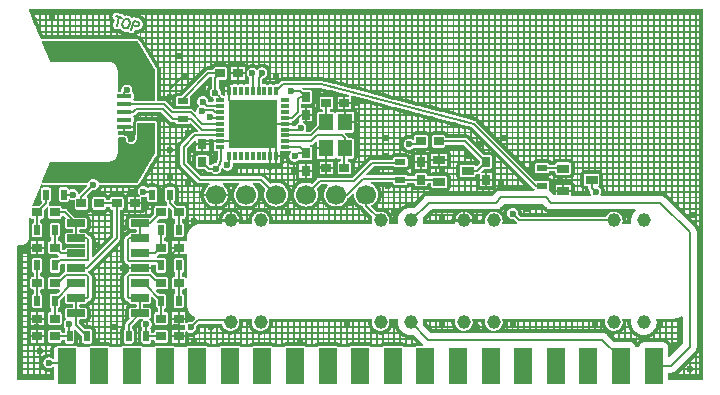
<source format=gtl>
%FSLAX46Y46*%
%MOMM*%
%ADD10C,0.160000*%
%AMPS18*
1,1,1.150000,0.000000,0.000000*
%
%ADD18PS18*%
%AMPS17*
1,1,1.150000,0.000000,0.000000*
%
%ADD17PS17*%
%AMPS16*
1,1,1.700000,0.000000,0.000000*
%
%ADD16PS16*%
%AMPS35*
21,1,2.500000,1.500000,0.000000,0.000000,0.000000*
%
%ADD35PS35*%
%AMPS32*
21,1,2.500000,1.500000,0.000000,0.000000,90.000000*
%
%ADD32PS32*%
%AMPS34*
21,1,2.500000,1.500000,0.000000,0.000000,180.000000*
%
%ADD34PS34*%
%AMPS31*
21,1,2.500000,1.500000,0.000000,0.000000,270.000000*
%
%ADD31PS31*%
%AMPS27*
21,1,0.300000,0.750000,0.000000,0.000000,0.000000*
%
%ADD27PS27*%
%AMPS28*
21,1,0.300000,0.750000,0.000000,0.000000,90.000000*
%
%ADD28PS28*%
%AMPS26*
21,1,0.300000,0.750000,0.000000,0.000000,180.000000*
%
%ADD26PS26*%
%AMPS29*
21,1,0.300000,0.750000,0.000000,0.000000,270.000000*
%
%ADD29PS29*%
%AMPS22*
21,1,0.600000,1.500000,0.000000,0.000000,90.000000*
%
%ADD22PS22*%
%AMPS21*
21,1,0.600000,1.500000,0.000000,0.000000,270.000000*
%
%ADD21PS21*%
%AMPS15*
21,1,0.800000,0.750000,0.000000,0.000000,0.000000*
%
%ADD15PS15*%
%AMPS23*
21,1,0.800000,0.750000,0.000000,0.000000,90.000000*
%
%ADD23PS23*%
%AMPS13*
21,1,0.800000,0.750000,0.000000,0.000000,180.000000*
%
%ADD13PS13*%
%AMPS14*
21,1,0.800000,0.750000,0.000000,0.000000,270.000000*
%
%ADD14PS14*%
%AMPS33*
21,1,1.250000,0.400000,0.000000,0.000000,0.000000*
%
%ADD33PS33*%
%AMPS20*
21,1,0.700000,1.000000,0.000000,0.000000,90.000000*
%
%ADD20PS20*%
%AMPS30*
21,1,4.100000,4.100000,0.000000,0.000000,180.000000*
%
%ADD30PS30*%
%AMPS24*
21,1,1.400000,1.200000,0.000000,0.000000,90.000000*
%
%ADD24PS24*%
%AMPS19*
21,1,0.500000,0.900000,0.000000,0.000000,0.000000*
%
%ADD19PS19*%
%AMPS12*
21,1,0.500000,0.900000,0.000000,0.000000,90.000000*
%
%ADD12PS12*%
%AMPS11*
21,1,0.500000,0.900000,0.000000,0.000000,180.000000*
%
%ADD11PS11*%
%AMPS36*
1,1,0.600000,0.000000,0.000000*
%
%ADD36PS36*%
%AMPS25*
21,1,3.000000,1.500000,0.000000,0.000000,90.000000*
%
%ADD25PS25*%
G01*
%LPD*%
G36*
X58390000Y31610000D02*
X58382100Y31644664D01*
X58361935Y31670000D01*
X58359960Y31672482D01*
X58327953Y31687959D01*
X58310000Y31690000D01*
X1390000Y31690000D01*
X1355336Y31682100D01*
X1340133Y31670000D01*
X1327518Y31659960D01*
X1312041Y31627953D01*
X1310000Y31610000D01*
X1310000Y31577373D01*
X1316059Y31546832D01*
X1405620Y31330000D01*
X1459955Y31198451D01*
X1767626Y30453565D01*
X1884750Y30170000D01*
X2025185Y29830000D01*
X2091272Y29670000D01*
X2293748Y29179795D01*
X2314283Y29150773D01*
X2345366Y29133514D01*
X2380857Y29131427D01*
X2396170Y29136965D01*
X2396393Y29136310D01*
X2450691Y29154799D01*
X2480747Y29160902D01*
X2521521Y29165000D01*
X10441090Y29165000D01*
X10464511Y29163658D01*
X10478667Y29162030D01*
X10540511Y29144785D01*
X10568323Y29132051D01*
X10589839Y29120244D01*
X10627494Y29088387D01*
X10648185Y29065762D01*
X10672682Y29032900D01*
X12124451Y26613285D01*
X12146207Y26562580D01*
X12157568Y26521564D01*
X12165000Y26466889D01*
X12165000Y24015000D01*
X12172900Y23980336D01*
X12195040Y23952518D01*
X12227047Y23937041D01*
X12245000Y23935000D01*
X12744501Y23935000D01*
X12768552Y23933818D01*
X12778272Y23932860D01*
X12825349Y23923495D01*
X12830000Y23922084D01*
X12832837Y23921224D01*
X12877198Y23902849D01*
X12884084Y23899168D01*
X12924015Y23872487D01*
X12931571Y23866286D01*
X12949393Y23850133D01*
X13049371Y23750155D01*
X13129525Y23670000D01*
X13469524Y23330000D01*
X13519090Y23280434D01*
X13549188Y23261509D01*
X13575659Y23257002D01*
X14998025Y23257002D01*
X15022076Y23255820D01*
X15031796Y23254862D01*
X15078873Y23245497D01*
X15086361Y23243226D01*
X15130722Y23224851D01*
X15137608Y23221170D01*
X15177539Y23194489D01*
X15185095Y23188287D01*
X15202904Y23172146D01*
X15351804Y23023246D01*
X15381902Y23004321D01*
X15417227Y23000306D01*
X15450804Y23011994D01*
X15476000Y23037077D01*
X15488277Y23075887D01*
X15489341Y23097525D01*
X15491313Y23117548D01*
X15495055Y23142770D01*
X15498981Y23162506D01*
X15500858Y23170000D01*
X15505180Y23187256D01*
X15511018Y23206505D01*
X15519614Y23230527D01*
X15527310Y23249106D01*
X15538216Y23272166D01*
X15547705Y23289919D01*
X15560818Y23311795D01*
X15571993Y23328519D01*
X15573091Y23330000D01*
X15587196Y23349019D01*
X15599955Y23364566D01*
X15617066Y23383446D01*
X15631317Y23397697D01*
X15650217Y23414827D01*
X15665456Y23427333D01*
X15670000Y23433194D01*
X15687240Y23455430D01*
X15694699Y23490192D01*
X15686358Y23524752D01*
X15671274Y23545743D01*
X15668811Y23548206D01*
X15651700Y23567086D01*
X15638941Y23582633D01*
X15623738Y23603133D01*
X15612563Y23619857D01*
X15599450Y23641733D01*
X15589961Y23659486D01*
X15579055Y23682546D01*
X15571359Y23701125D01*
X15562763Y23725147D01*
X15556925Y23744396D01*
X15550726Y23769146D01*
X15546800Y23788882D01*
X15543058Y23814104D01*
X15542322Y23821581D01*
X15541492Y23830000D01*
X15541086Y23834127D01*
X15539833Y23859618D01*
X15539833Y23879722D01*
X15541086Y23905213D01*
X15543058Y23925236D01*
X15546800Y23950458D01*
X15550726Y23970194D01*
X15556925Y23994944D01*
X15562763Y24014193D01*
X15571359Y24038215D01*
X15579055Y24056794D01*
X15589961Y24079854D01*
X15599450Y24097607D01*
X15612563Y24119483D01*
X15623738Y24136207D01*
X15638941Y24156707D01*
X15651700Y24172254D01*
X15668811Y24191134D01*
X15683062Y24205385D01*
X15701950Y24222504D01*
X15717511Y24235275D01*
X15738017Y24250482D01*
X15754715Y24261639D01*
X15776601Y24274758D01*
X15794354Y24284247D01*
X15817414Y24295153D01*
X15835993Y24302849D01*
X15860015Y24311445D01*
X15879264Y24317283D01*
X15904014Y24323482D01*
X15923750Y24327408D01*
X15948972Y24331150D01*
X15968995Y24333122D01*
X15994486Y24334375D01*
X16014590Y24334375D01*
X16040081Y24333122D01*
X16060104Y24331150D01*
X16067855Y24330000D01*
X16085326Y24327408D01*
X16105062Y24323482D01*
X16129812Y24317283D01*
X16149061Y24311445D01*
X16173083Y24302849D01*
X16191662Y24295153D01*
X16214722Y24284247D01*
X16232475Y24274758D01*
X16254361Y24261639D01*
X16271059Y24250482D01*
X16291565Y24235275D01*
X16307126Y24222504D01*
X16326014Y24205385D01*
X16340265Y24191134D01*
X16357376Y24172254D01*
X16359226Y24170000D01*
X16370135Y24156707D01*
X16385338Y24136207D01*
X16396521Y24119472D01*
X16409623Y24097612D01*
X16419117Y24079849D01*
X16430017Y24056801D01*
X16437716Y24038217D01*
X16446313Y24014193D01*
X16452151Y23994944D01*
X16458350Y23970194D01*
X16462276Y23950458D01*
X16466018Y23925236D01*
X16467990Y23905213D01*
X16468750Y23889754D01*
X16478342Y23855520D01*
X16500785Y23830000D01*
X16501821Y23828822D01*
X16548654Y23813681D01*
X16855000Y23813681D01*
X16889664Y23821581D01*
X16900242Y23830000D01*
X16917482Y23843721D01*
X16932959Y23875728D01*
X16935000Y23893681D01*
X16935000Y24127580D01*
X16927100Y24162244D01*
X16920927Y24170000D01*
X16904960Y24190062D01*
X16889204Y24199899D01*
X16874333Y24206932D01*
X16856570Y24216426D01*
X16834710Y24229528D01*
X16817975Y24240711D01*
X16797475Y24255914D01*
X16781928Y24268673D01*
X16763048Y24285784D01*
X16748785Y24300047D01*
X16731674Y24318927D01*
X16718918Y24334471D01*
X16703712Y24354974D01*
X16692537Y24371698D01*
X16679424Y24393574D01*
X16670000Y24411205D01*
X16669935Y24411327D01*
X16659029Y24434387D01*
X16651333Y24452966D01*
X16642737Y24476988D01*
X16636899Y24496237D01*
X16630700Y24520987D01*
X16626774Y24540723D01*
X16623032Y24565945D01*
X16621060Y24585968D01*
X16619807Y24611459D01*
X16619807Y24631563D01*
X16621060Y24657054D01*
X16622335Y24670000D01*
X16623032Y24677077D01*
X16626774Y24702299D01*
X16630700Y24722035D01*
X16636899Y24746785D01*
X16642737Y24766034D01*
X16651333Y24790056D01*
X16659029Y24808635D01*
X16669133Y24830000D01*
X16669935Y24831695D01*
X16679424Y24849448D01*
X16692537Y24871324D01*
X16703712Y24888048D01*
X16718915Y24908548D01*
X16731674Y24924095D01*
X16748785Y24942975D01*
X16763037Y24957227D01*
X16773238Y24966473D01*
X16793616Y24995606D01*
X16799512Y25025748D01*
X16799512Y25832541D01*
X16800692Y25856561D01*
X16801651Y25866305D01*
X16802266Y25869395D01*
X16801280Y25904934D01*
X16784991Y25936537D01*
X16756618Y25957960D01*
X16723803Y25965000D01*
X16651186Y25965000D01*
X16616522Y25957100D01*
X16594617Y25941569D01*
X14963535Y24310487D01*
X14944610Y24280389D01*
X14940595Y24245064D01*
X14945918Y24223977D01*
X14958998Y24191569D01*
X14960308Y24181377D01*
X14965000Y24144878D01*
X14965000Y23655854D01*
X14957074Y23601988D01*
X14940285Y23564395D01*
X14914069Y23531694D01*
X14880435Y23506687D01*
X14841571Y23491003D01*
X14794878Y23485000D01*
X13905854Y23485000D01*
X13851988Y23492926D01*
X13830000Y23502746D01*
X13822028Y23506306D01*
X13814395Y23509715D01*
X13781694Y23535931D01*
X13756687Y23569565D01*
X13741003Y23608429D01*
X13735000Y23655122D01*
X13735000Y24144146D01*
X13742926Y24198012D01*
X13759715Y24235605D01*
X13785931Y24268306D01*
X13819565Y24293313D01*
X13858429Y24308997D01*
X13905122Y24315000D01*
X14128814Y24315000D01*
X14163478Y24322900D01*
X14185383Y24338431D01*
X16295723Y26448771D01*
X16299151Y26450411D01*
X16316302Y26467433D01*
X16322460Y26472487D01*
X16362391Y26499168D01*
X16369277Y26502849D01*
X16413638Y26521224D01*
X16421128Y26523496D01*
X16468204Y26532860D01*
X16477944Y26533820D01*
X16501955Y26535000D01*
X16855000Y26535000D01*
X16889664Y26542900D01*
X16917482Y26565040D01*
X16932959Y26597047D01*
X16935000Y26615000D01*
X16935000Y26619146D01*
X16942926Y26673012D01*
X16959715Y26710605D01*
X16985931Y26743306D01*
X17019565Y26768313D01*
X17058429Y26783997D01*
X17105122Y26790000D01*
X17894146Y26790000D01*
X17948012Y26782074D01*
X17985605Y26765285D01*
X18018306Y26739069D01*
X18043313Y26705435D01*
X18044786Y26701785D01*
X18057613Y26670000D01*
X18058997Y26666571D01*
X18065000Y26619878D01*
X18065000Y25880854D01*
X18057517Y25830000D01*
X18057074Y25826988D01*
X18040285Y25789395D01*
X18014069Y25756694D01*
X17980435Y25731687D01*
X17941571Y25716003D01*
X17894878Y25710000D01*
X17449512Y25710000D01*
X17414848Y25702100D01*
X17387030Y25679960D01*
X17382214Y25670000D01*
X17371553Y25647953D01*
X17369512Y25630000D01*
X17369512Y25025748D01*
X17377412Y24991084D01*
X17395786Y24966473D01*
X17405987Y24957227D01*
X17420239Y24942975D01*
X17437350Y24924095D01*
X17450109Y24908548D01*
X17465312Y24888048D01*
X17476495Y24871313D01*
X17489597Y24849453D01*
X17499091Y24831690D01*
X17499890Y24830000D01*
X17509991Y24808642D01*
X17517690Y24790058D01*
X17526287Y24766034D01*
X17532125Y24746785D01*
X17538324Y24722035D01*
X17542250Y24702299D01*
X17545992Y24677077D01*
X17546689Y24670000D01*
X17547964Y24657054D01*
X17549217Y24631563D01*
X17549217Y24611442D01*
X17548541Y24597694D01*
X17554729Y24562684D01*
X17571875Y24537196D01*
X17675144Y24433927D01*
X17691285Y24416118D01*
X17697487Y24408562D01*
X17724168Y24368631D01*
X17729703Y24358276D01*
X17730708Y24358813D01*
X17747306Y24335394D01*
X17778402Y24318160D01*
X17800665Y24315000D01*
X17844149Y24315000D01*
X17848357Y24314381D01*
X17883802Y24317152D01*
X17903346Y24328502D01*
X17914546Y24335007D01*
X17934517Y24364421D01*
X17940000Y24393529D01*
X17940000Y24690000D01*
X18255000Y24690000D01*
X18289664Y24697900D01*
X18317482Y24720040D01*
X18332959Y24752047D01*
X18335000Y24770000D01*
X18335000Y25310000D01*
X18561107Y25310000D01*
X18571308Y25310653D01*
X18605122Y25315000D01*
X18894146Y25315000D01*
X18948012Y25307074D01*
X18967125Y25298538D01*
X19001997Y25291616D01*
X19029690Y25297398D01*
X19058431Y25308998D01*
X19105122Y25315000D01*
X19394146Y25315000D01*
X19448012Y25307074D01*
X19467125Y25298538D01*
X19501997Y25291616D01*
X19529690Y25297398D01*
X19558431Y25308998D01*
X19605122Y25315000D01*
X19885000Y25315000D01*
X19919664Y25322900D01*
X19947482Y25345040D01*
X19962959Y25377047D01*
X19965000Y25395000D01*
X19965000Y25832707D01*
X19957100Y25867371D01*
X19935750Y25894549D01*
X19920368Y25907172D01*
X19901488Y25924283D01*
X19887225Y25938546D01*
X19870114Y25957426D01*
X19857355Y25972973D01*
X19842152Y25993473D01*
X19830977Y26010197D01*
X19830000Y26011827D01*
X19820136Y26028283D01*
X19817864Y26032073D01*
X19808375Y26049826D01*
X19797469Y26072886D01*
X19789773Y26091465D01*
X19781177Y26115487D01*
X19775339Y26134736D01*
X19769140Y26159486D01*
X19765214Y26179222D01*
X19761472Y26204444D01*
X19759500Y26224467D01*
X19758247Y26249958D01*
X19758247Y26270062D01*
X19759500Y26295553D01*
X19761472Y26315576D01*
X19765214Y26340798D01*
X19769140Y26360534D01*
X19775339Y26385284D01*
X19781177Y26404533D01*
X19789773Y26428555D01*
X19797469Y26447134D01*
X19808375Y26470194D01*
X19817864Y26487947D01*
X19830977Y26509823D01*
X19842152Y26526547D01*
X19857355Y26547047D01*
X19870114Y26562594D01*
X19887225Y26581474D01*
X19901476Y26595725D01*
X19920364Y26612844D01*
X19935925Y26625615D01*
X19956431Y26640822D01*
X19973129Y26651979D01*
X19995015Y26665098D01*
X20012768Y26674587D01*
X20035828Y26685493D01*
X20054407Y26693189D01*
X20078429Y26701785D01*
X20097678Y26707623D01*
X20122428Y26713822D01*
X20142164Y26717748D01*
X20167386Y26721490D01*
X20187409Y26723462D01*
X20212900Y26724715D01*
X20233004Y26724715D01*
X20258495Y26723462D01*
X20278518Y26721490D01*
X20303740Y26717748D01*
X20323476Y26713822D01*
X20348226Y26707623D01*
X20367475Y26701785D01*
X20391497Y26693189D01*
X20410076Y26685493D01*
X20433136Y26674587D01*
X20450889Y26665098D01*
X20472775Y26651979D01*
X20489473Y26640822D01*
X20509979Y26625615D01*
X20525540Y26612844D01*
X20544428Y26595725D01*
X20550686Y26589467D01*
X20580784Y26570542D01*
X20616109Y26566527D01*
X20649686Y26578215D01*
X20669096Y26595284D01*
X20678902Y26607233D01*
X20696007Y26626106D01*
X20710258Y26640357D01*
X20729146Y26657476D01*
X20744707Y26670247D01*
X20765213Y26685454D01*
X20781911Y26696611D01*
X20803797Y26709730D01*
X20821550Y26719219D01*
X20844610Y26730125D01*
X20863189Y26737821D01*
X20887211Y26746417D01*
X20906460Y26752255D01*
X20931210Y26758454D01*
X20950946Y26762380D01*
X20976168Y26766122D01*
X20996191Y26768094D01*
X21021682Y26769347D01*
X21041786Y26769347D01*
X21067277Y26768094D01*
X21087300Y26766122D01*
X21112522Y26762380D01*
X21132258Y26758454D01*
X21157008Y26752255D01*
X21176257Y26746417D01*
X21200279Y26737821D01*
X21218858Y26730125D01*
X21241918Y26719219D01*
X21259671Y26709730D01*
X21281557Y26696611D01*
X21298255Y26685454D01*
X21318761Y26670247D01*
X21334322Y26657476D01*
X21353210Y26640357D01*
X21367461Y26626106D01*
X21384572Y26607226D01*
X21397331Y26591679D01*
X21412534Y26571179D01*
X21423717Y26554444D01*
X21436819Y26532584D01*
X21446313Y26514821D01*
X21457213Y26491773D01*
X21464912Y26473189D01*
X21473509Y26449165D01*
X21479347Y26429916D01*
X21485546Y26405166D01*
X21489472Y26385430D01*
X21493214Y26360208D01*
X21495186Y26340185D01*
X21496439Y26314694D01*
X21496439Y26294590D01*
X21495186Y26269099D01*
X21493214Y26249076D01*
X21489472Y26223854D01*
X21485546Y26204118D01*
X21479347Y26179368D01*
X21473509Y26160119D01*
X21464913Y26136097D01*
X21457217Y26117518D01*
X21446311Y26094458D01*
X21436822Y26076705D01*
X21423709Y26054829D01*
X21412534Y26038105D01*
X21397331Y26017605D01*
X21384572Y26002058D01*
X21367461Y25983178D01*
X21353198Y25968915D01*
X21334318Y25951804D01*
X21318771Y25939045D01*
X21298271Y25923842D01*
X21281547Y25912667D01*
X21259671Y25899554D01*
X21241918Y25890065D01*
X21218858Y25879159D01*
X21200279Y25871463D01*
X21176267Y25862871D01*
X21162586Y25858721D01*
X21129239Y25838734D01*
X21058431Y25767926D01*
X21039506Y25737828D01*
X21035000Y25711357D01*
X21035000Y25395000D01*
X21042900Y25360336D01*
X21065040Y25332518D01*
X21070247Y25330000D01*
X21097047Y25317041D01*
X21115000Y25315000D01*
X21394146Y25315000D01*
X21448012Y25307074D01*
X21467125Y25298538D01*
X21501997Y25291616D01*
X21529690Y25297398D01*
X21558431Y25308998D01*
X21605122Y25315000D01*
X21894146Y25315000D01*
X21948012Y25307074D01*
X21967125Y25298538D01*
X22001997Y25291616D01*
X22029690Y25297398D01*
X22058431Y25308998D01*
X22105122Y25315000D01*
X22353814Y25315000D01*
X22388478Y25322900D01*
X22410383Y25338431D01*
X22610724Y25538772D01*
X22614152Y25540412D01*
X22631303Y25557434D01*
X22637461Y25562488D01*
X22677392Y25589169D01*
X22684278Y25592850D01*
X22728639Y25611225D01*
X22736129Y25613497D01*
X22783205Y25622861D01*
X22792945Y25623821D01*
X22816956Y25625001D01*
X25998044Y25625001D01*
X26018478Y25623996D01*
X26025585Y25622624D01*
X26033373Y25622177D01*
X26035307Y25622503D01*
X26037199Y25622261D01*
X26037244Y25622254D01*
X26038553Y25621516D01*
X26046176Y25619999D01*
X26050603Y25620121D01*
X26073449Y25615380D01*
X26767350Y25435420D01*
X26830000Y25419172D01*
X27223805Y25317041D01*
X27830000Y25159827D01*
X28783588Y24912519D01*
X28830000Y24900482D01*
X29159609Y24815000D01*
X29830000Y24641137D01*
X30170000Y24552960D01*
X30330000Y24511465D01*
X31029705Y24330000D01*
X31646644Y24170000D01*
X32170000Y24034270D01*
X32330000Y23992775D01*
X32957639Y23830000D01*
X33574578Y23670000D01*
X34170000Y23515580D01*
X34330000Y23474085D01*
X34885573Y23330000D01*
X35502512Y23170000D01*
X36170000Y22996890D01*
X36330000Y22955395D01*
X38260201Y22454807D01*
X38330000Y22436705D01*
X39044648Y22251365D01*
X39059200Y22246819D01*
X39059868Y22246766D01*
X39059843Y22246684D01*
X39063614Y22245540D01*
X39065600Y22244820D01*
X39066678Y22244483D01*
X39067713Y22243594D01*
X39074923Y22240606D01*
X39078478Y22240000D01*
X39088998Y22234917D01*
X39093180Y22233042D01*
X39102372Y22229233D01*
X39106771Y22226329D01*
X39113816Y22222925D01*
X39115725Y22222486D01*
X39117411Y22221522D01*
X39117447Y22221500D01*
X39118380Y22220311D01*
X39124883Y22215967D01*
X39128245Y22214683D01*
X39137516Y22207686D01*
X39141266Y22205021D01*
X39149490Y22199526D01*
X39153231Y22195825D01*
X39159495Y22191098D01*
X39161092Y22190380D01*
X39161653Y22189872D01*
X39163320Y22188492D01*
X39166201Y22185837D01*
X39166212Y22185849D01*
X39166653Y22185341D01*
X39177899Y22175149D01*
X44175136Y17177912D01*
X44205234Y17158987D01*
X44240559Y17154972D01*
X44254510Y17158493D01*
X44305122Y17165000D01*
X45194146Y17165000D01*
X45248012Y17157074D01*
X45285605Y17140285D01*
X45318306Y17114069D01*
X45325659Y17104180D01*
X45343313Y17080435D01*
X45358997Y17041571D01*
X45365000Y16994878D01*
X45365000Y16505854D01*
X45357074Y16451988D01*
X45340285Y16414395D01*
X45330431Y16402104D01*
X45329925Y16401060D01*
X45314913Y16370117D01*
X45314786Y16334564D01*
X45330078Y16302468D01*
X45362236Y16278153D01*
X45388143Y16267423D01*
X45395028Y16263743D01*
X45483854Y16204391D01*
X45491421Y16198181D01*
X45522513Y16170000D01*
X45531024Y16162286D01*
X45753431Y15939879D01*
X45783529Y15920954D01*
X45818854Y15916939D01*
X45852431Y15928627D01*
X45877627Y15953710D01*
X45890000Y15996448D01*
X45890000Y16215000D01*
X47210000Y16215000D01*
X47210000Y15984999D01*
X47217900Y15950335D01*
X47240040Y15922517D01*
X47272047Y15907040D01*
X47290000Y15904999D01*
X48800780Y15904999D01*
X48830000Y15911658D01*
X48835444Y15912899D01*
X48863262Y15935039D01*
X48878739Y15967046D01*
X48878820Y16002598D01*
X48871333Y16022711D01*
X48862194Y16039809D01*
X48851280Y16062885D01*
X48843584Y16081464D01*
X48834988Y16105486D01*
X48830000Y16121932D01*
X48829150Y16124735D01*
X48822951Y16149485D01*
X48819025Y16169221D01*
X48815283Y16194443D01*
X48813311Y16214466D01*
X48812058Y16239957D01*
X48812058Y16260078D01*
X48812734Y16273826D01*
X48806546Y16308836D01*
X48789400Y16334324D01*
X48757128Y16366596D01*
X48749427Y16376264D01*
X48732449Y16393216D01*
X48727512Y16399232D01*
X48700831Y16439163D01*
X48697150Y16446049D01*
X48678775Y16490410D01*
X48676502Y16497903D01*
X48670000Y16530596D01*
X48667139Y16544981D01*
X48666180Y16554723D01*
X48665000Y16578743D01*
X48665000Y16655000D01*
X48660999Y16672554D01*
X48657100Y16689664D01*
X48634960Y16717482D01*
X48602953Y16732959D01*
X48585000Y16735000D01*
X48455854Y16735000D01*
X48401988Y16742926D01*
X48364395Y16759715D01*
X48331694Y16785931D01*
X48306687Y16819565D01*
X48291003Y16858429D01*
X48285000Y16905122D01*
X48285000Y17594146D01*
X48292926Y17648012D01*
X48309715Y17685605D01*
X48335931Y17718306D01*
X48369565Y17743313D01*
X48408429Y17758997D01*
X48455122Y17765000D01*
X49444146Y17765000D01*
X49498012Y17757074D01*
X49535605Y17740285D01*
X49568306Y17714069D01*
X49593313Y17680435D01*
X49596261Y17673130D01*
X49597524Y17670000D01*
X49608997Y17641571D01*
X49615000Y17594878D01*
X49615000Y16905854D01*
X49607074Y16851988D01*
X49597254Y16830000D01*
X49590285Y16814395D01*
X49564070Y16781695D01*
X49538398Y16762609D01*
X49515293Y16735587D01*
X49506179Y16701222D01*
X49512147Y16670000D01*
X49512854Y16666302D01*
X49541677Y16631894D01*
X49543295Y16630812D01*
X49563790Y16615614D01*
X49579351Y16602843D01*
X49598239Y16585724D01*
X49612490Y16571473D01*
X49629601Y16552593D01*
X49642360Y16537046D01*
X49657563Y16516546D01*
X49668746Y16499811D01*
X49681848Y16477951D01*
X49691342Y16460188D01*
X49702242Y16437140D01*
X49709941Y16418556D01*
X49718538Y16394532D01*
X49724376Y16375283D01*
X49730575Y16350533D01*
X49734501Y16330797D01*
X49738243Y16305575D01*
X49740215Y16285552D01*
X49741468Y16260061D01*
X49741468Y16239957D01*
X49740215Y16214466D01*
X49738243Y16194443D01*
X49734501Y16169221D01*
X49730575Y16149485D01*
X49724376Y16124735D01*
X49718538Y16105486D01*
X49709942Y16081464D01*
X49702246Y16062885D01*
X49691332Y16039809D01*
X49682193Y16022711D01*
X49672819Y15988417D01*
X49679231Y15953447D01*
X49700162Y15924708D01*
X49731479Y15907878D01*
X49752746Y15904999D01*
X54732289Y15904999D01*
X54785761Y15902371D01*
X54795488Y15901412D01*
X54830000Y15894546D01*
X54900207Y15880580D01*
X54907699Y15878307D01*
X55006412Y15837420D01*
X55013294Y15833742D01*
X55018894Y15830000D01*
X55102120Y15774390D01*
X55109687Y15768180D01*
X55149290Y15732285D01*
X57662286Y13219289D01*
X57698181Y13179686D01*
X57704391Y13172119D01*
X57763743Y13083293D01*
X57767421Y13076411D01*
X57808308Y12977698D01*
X57810581Y12970206D01*
X57828537Y12879942D01*
X57831413Y12865487D01*
X57832372Y12855760D01*
X57833638Y12830000D01*
X57835000Y12802288D01*
X57835000Y3125573D01*
X57832372Y3072102D01*
X57831414Y3062385D01*
X57810578Y2957646D01*
X57808308Y2950162D01*
X57767421Y2851449D01*
X57763743Y2844567D01*
X57704391Y2755741D01*
X57699338Y2749584D01*
X57661600Y2711562D01*
X57655510Y2701796D01*
X56045486Y1091772D01*
X56038437Y1088399D01*
X56000415Y1050661D01*
X55994258Y1045608D01*
X55905432Y986256D01*
X55898550Y982578D01*
X55830000Y954185D01*
X55799837Y941691D01*
X55792352Y939420D01*
X55687592Y918583D01*
X55677853Y917624D01*
X55624432Y915000D01*
X55525000Y915000D01*
X55490336Y907100D01*
X55462518Y884960D01*
X55447041Y852953D01*
X55445000Y835000D01*
X55445000Y390000D01*
X55452900Y355336D01*
X55475040Y327518D01*
X55507047Y312041D01*
X55525000Y310000D01*
X58310000Y310000D01*
X58344664Y317900D01*
X58359867Y330000D01*
X58372482Y340040D01*
X58387959Y372047D01*
X58390000Y390000D01*
X58390000Y31610000D01*
D02*
G37*
%LPC*%
G36*
X10579339Y30908426D02*
X10589665Y30905207D01*
X10590663Y30905129D01*
X10591394Y30904870D01*
X10591354Y30904730D01*
X10593681Y30904060D01*
X10596155Y30903184D01*
X10601351Y30901564D01*
X10602902Y30900251D01*
X10610160Y30897365D01*
X10613770Y30896803D01*
X10621513Y30893068D01*
X10626712Y30890784D01*
X10632978Y30888292D01*
X10637489Y30885362D01*
X10644575Y30881943D01*
X10647162Y30881350D01*
X10651211Y30879000D01*
X10653581Y30877744D01*
X10655652Y30876481D01*
X10655728Y30876606D01*
X10655863Y30876534D01*
X10657137Y30875562D01*
X10666488Y30870137D01*
X10764304Y30806767D01*
X10780235Y30795299D01*
X10785599Y30790070D01*
X10791836Y30785369D01*
X10793883Y30784450D01*
X10798796Y30780240D01*
X10799563Y30778751D01*
X10805182Y30773289D01*
X10808301Y30771389D01*
X10814025Y30764976D01*
X10817949Y30760882D01*
X10822798Y30756169D01*
X10825848Y30751728D01*
X10831093Y30745851D01*
X10832910Y30744559D01*
X10836853Y30739540D01*
X10837316Y30737928D01*
X10841773Y30731458D01*
X10845121Y30728379D01*
X10857558Y30709453D01*
X10882893Y30666442D01*
X10887919Y30656861D01*
X10888572Y30656097D01*
X10888904Y30655402D01*
X10888776Y30655331D01*
X10889952Y30653205D01*
X10891085Y30650829D01*
X10893600Y30646036D01*
X10893769Y30644015D01*
X10896864Y30636833D01*
X10899017Y30633886D01*
X10901851Y30625768D01*
X10903914Y30620471D01*
X10906597Y30614247D01*
X10907714Y30608975D01*
X10910289Y30601598D01*
X10911709Y30599333D01*
X10912925Y30594756D01*
X10913703Y30592221D01*
X10914273Y30589867D01*
X10914414Y30589901D01*
X10914449Y30589789D01*
X10914677Y30588159D01*
X10917449Y30577726D01*
X10934427Y30498278D01*
X10937582Y30478910D01*
X10937679Y30471430D01*
X10938777Y30463617D01*
X10939571Y30461530D01*
X10940061Y30455163D01*
X10939550Y30453565D01*
X10939660Y30445759D01*
X10940521Y30442214D01*
X10940030Y30433562D01*
X10939910Y30427906D01*
X10940006Y30421054D01*
X10939020Y30415741D01*
X10938579Y30407956D01*
X10938951Y30405754D01*
X10938192Y30399427D01*
X10937380Y30397960D01*
X10935958Y30390244D01*
X10936148Y30385701D01*
X10931557Y30363512D01*
X10922889Y30330000D01*
X10903928Y30256689D01*
X10898083Y30237937D01*
X10894826Y30231208D01*
X10892327Y30223769D01*
X10892104Y30221547D01*
X10889669Y30215570D01*
X10888497Y30214368D01*
X10885095Y30207316D01*
X10884279Y30203756D01*
X10880009Y30196307D01*
X10877361Y30191282D01*
X10874417Y30185179D01*
X10871164Y30180876D01*
X10867276Y30174093D01*
X10866622Y30171951D01*
X10865335Y30170000D01*
X10863050Y30166536D01*
X10861663Y30165585D01*
X10856938Y30159313D01*
X10855078Y30155165D01*
X10841097Y30137436D01*
X10827615Y30121963D01*
X10787716Y30076174D01*
X10780219Y30068379D01*
X10779700Y30067516D01*
X10779149Y30066986D01*
X10779042Y30067085D01*
X10777403Y30065304D01*
X10775493Y30063465D01*
X10771750Y30059573D01*
X10769890Y30058776D01*
X10764056Y30053569D01*
X10761943Y30050597D01*
X10755132Y30045336D01*
X10750766Y30041709D01*
X10745706Y30037193D01*
X10741056Y30034462D01*
X10734843Y30029663D01*
X10733156Y30027615D01*
X10729248Y30025047D01*
X10727091Y30023509D01*
X10725024Y30022214D01*
X10725102Y30022090D01*
X10725034Y30022042D01*
X10723543Y30021299D01*
X10714507Y30015361D01*
X10671446Y29989999D01*
X10670000Y29989240D01*
X10654096Y29980894D01*
X10647029Y29978437D01*
X10640008Y29974947D01*
X10638273Y29973528D01*
X10632338Y29971029D01*
X10630657Y29971008D01*
X10623298Y29968439D01*
X10620201Y29966498D01*
X10611845Y29964229D01*
X10606442Y29962555D01*
X10599973Y29960297D01*
X10594625Y29959555D01*
X10587104Y29957514D01*
X10585126Y29956461D01*
X10578859Y29955175D01*
X10577214Y29955482D01*
X10569440Y29954390D01*
X10565194Y29952774D01*
X10542739Y29950118D01*
X10426455Y29942123D01*
X10415711Y29941913D01*
X10414732Y29941670D01*
X10413956Y29941684D01*
X10413950Y29941830D01*
X10411527Y29941729D01*
X10408849Y29941779D01*
X10403437Y29941673D01*
X10401560Y29942424D01*
X10393706Y29942870D01*
X10390111Y29942263D01*
X10381618Y29943354D01*
X10375954Y29943878D01*
X10369198Y29944261D01*
X10363974Y29945621D01*
X10356224Y29946617D01*
X10353567Y29946360D01*
X10351467Y29946795D01*
X10315921Y29946083D01*
X10284194Y29930040D01*
X10257805Y29888487D01*
X10254029Y29873887D01*
X10246877Y29850942D01*
X10243508Y29841751D01*
X10222646Y29798503D01*
X10218582Y29791838D01*
X10189676Y29753483D01*
X10184383Y29747732D01*
X10148556Y29715758D01*
X10142247Y29711154D01*
X10100876Y29686788D01*
X10093775Y29683496D01*
X10048459Y29667672D01*
X10040861Y29665831D01*
X9993313Y29659149D01*
X9985504Y29658825D01*
X9937565Y29661548D01*
X9929830Y29662756D01*
X9883351Y29674778D01*
X9876012Y29677468D01*
X9832764Y29698330D01*
X9826099Y29702394D01*
X9787744Y29731300D01*
X9781993Y29736593D01*
X9750024Y29772414D01*
X9743709Y29781067D01*
X9716892Y29804409D01*
X9682609Y29813827D01*
X9658577Y29811230D01*
X9656138Y29810583D01*
X9653590Y29809801D01*
X9651225Y29809228D01*
X9651259Y29809086D01*
X9651150Y29809052D01*
X9649514Y29808823D01*
X9639096Y29806055D01*
X9559640Y29789075D01*
X9540260Y29785919D01*
X9532768Y29785822D01*
X9525002Y29784730D01*
X9522913Y29783935D01*
X9516522Y29783443D01*
X9514920Y29783955D01*
X9507127Y29783845D01*
X9503573Y29782982D01*
X9494943Y29783472D01*
X9489285Y29783593D01*
X9482444Y29783497D01*
X9477127Y29784484D01*
X9469371Y29784925D01*
X9467157Y29784551D01*
X9460754Y29785320D01*
X9459283Y29786135D01*
X9451605Y29787549D01*
X9447059Y29787358D01*
X9424888Y29791945D01*
X9281179Y29829116D01*
X9262461Y29834950D01*
X9255734Y29838207D01*
X9248304Y29840704D01*
X9246069Y29840929D01*
X9240050Y29843380D01*
X9238846Y29844555D01*
X9231825Y29847941D01*
X9228272Y29848755D01*
X9220806Y29853034D01*
X9215783Y29855680D01*
X9209646Y29858640D01*
X9205323Y29861906D01*
X9198567Y29865777D01*
X9196421Y29866432D01*
X9191067Y29869964D01*
X9190119Y29871345D01*
X9183850Y29876070D01*
X9179703Y29877931D01*
X9170000Y29885582D01*
X9161934Y29891942D01*
X9100656Y29945334D01*
X9092883Y29952809D01*
X9092019Y29953329D01*
X9091490Y29953878D01*
X9091589Y29953986D01*
X9089805Y29955628D01*
X9087953Y29957551D01*
X9084094Y29961261D01*
X9083299Y29963116D01*
X9078121Y29968920D01*
X9075134Y29971045D01*
X9069832Y29977907D01*
X9066217Y29982258D01*
X9061658Y29987367D01*
X9058925Y29992023D01*
X9054147Y29998208D01*
X9052097Y29999896D01*
X9049536Y30003794D01*
X9047987Y30005966D01*
X9046692Y30008034D01*
X9046568Y30007956D01*
X9046519Y30008024D01*
X9045777Y30009515D01*
X9039843Y30018546D01*
X9030946Y30033652D01*
X9006547Y30059511D01*
X8973353Y30072244D01*
X8937919Y30069337D01*
X8908746Y30052739D01*
X8894601Y30040116D01*
X8888278Y30035500D01*
X8846914Y30011135D01*
X8839817Y30007845D01*
X8830000Y30004417D01*
X8794492Y29992017D01*
X8786891Y29990174D01*
X8739330Y29983492D01*
X8731525Y29983169D01*
X8683599Y29985893D01*
X8675859Y29987102D01*
X8629390Y29999120D01*
X8622051Y30001809D01*
X8578794Y30022675D01*
X8572130Y30026738D01*
X8533775Y30055644D01*
X8528023Y30060938D01*
X8496063Y30096749D01*
X8491447Y30103072D01*
X8467082Y30144436D01*
X8463792Y30151533D01*
X8447964Y30196858D01*
X8446121Y30204459D01*
X8439439Y30252020D01*
X8439116Y30259825D01*
X8441840Y30307751D01*
X8443352Y30317435D01*
X8444062Y30320865D01*
X8445951Y30330000D01*
X8448221Y30340970D01*
X8533326Y30670000D01*
X8560116Y30773577D01*
X8561148Y30809115D01*
X8550616Y30828852D01*
X8539234Y30850179D01*
X8539233Y30850180D01*
X8524316Y30861912D01*
X8514289Y30868026D01*
X8475934Y30896932D01*
X8470183Y30902225D01*
X8438209Y30938052D01*
X8433605Y30944361D01*
X8409239Y30985732D01*
X8405947Y30992833D01*
X8390123Y31038149D01*
X8388282Y31045747D01*
X8381600Y31093295D01*
X8381276Y31101103D01*
X8384001Y31149058D01*
X8385208Y31156784D01*
X8388627Y31170000D01*
X8392673Y31185640D01*
X8397229Y31203254D01*
X8399916Y31210588D01*
X8420782Y31253845D01*
X8424845Y31260509D01*
X8453751Y31298864D01*
X8459044Y31304615D01*
X8494871Y31336589D01*
X8501180Y31341193D01*
X8542551Y31365559D01*
X8549652Y31368851D01*
X8594968Y31384675D01*
X8602566Y31386516D01*
X8650114Y31393198D01*
X8657923Y31393522D01*
X8705859Y31390799D01*
X8715547Y31389286D01*
X8739076Y31384419D01*
X8949467Y31330000D01*
X8987081Y31320271D01*
X8992793Y31316339D01*
X8992807Y31316335D01*
X9004817Y31315683D01*
X9251605Y31251850D01*
X9274570Y31244690D01*
X9283767Y31241319D01*
X9327003Y31220463D01*
X9333668Y31216399D01*
X9372023Y31187493D01*
X9377774Y31182200D01*
X9382603Y31176789D01*
X9392151Y31170000D01*
X9411578Y31156187D01*
X9459009Y31151824D01*
X9489480Y31158336D01*
X9508909Y31161499D01*
X9516404Y31161596D01*
X9524142Y31162684D01*
X9526233Y31163480D01*
X9532589Y31163970D01*
X9534188Y31163458D01*
X9541994Y31163568D01*
X9545539Y31164429D01*
X9554193Y31163938D01*
X9559849Y31163818D01*
X9566702Y31163914D01*
X9572005Y31162929D01*
X9579795Y31162487D01*
X9581997Y31162859D01*
X9588320Y31162101D01*
X9589790Y31161287D01*
X9597482Y31159870D01*
X9602027Y31160061D01*
X9624241Y31155466D01*
X9670000Y31143630D01*
X9767951Y31118295D01*
X9786715Y31112446D01*
X9793449Y31109186D01*
X9800886Y31106688D01*
X9803111Y31106465D01*
X9809031Y31104054D01*
X9810229Y31102884D01*
X9817289Y31099478D01*
X9820838Y31098664D01*
X9828313Y31094381D01*
X9830000Y31093492D01*
X9833320Y31091742D01*
X9839482Y31088769D01*
X9843793Y31085511D01*
X9850556Y31081635D01*
X9852703Y31080980D01*
X9858050Y31077453D01*
X9858999Y31076070D01*
X9865298Y31071324D01*
X9869443Y31069465D01*
X9887193Y31055468D01*
X9948467Y31002078D01*
X9956255Y30994589D01*
X9957114Y30994072D01*
X9957647Y30993519D01*
X9957549Y30993412D01*
X9959331Y30991772D01*
X9961187Y30989846D01*
X9962984Y30988119D01*
X9993451Y30969796D01*
X10028849Y30966483D01*
X10052065Y30973220D01*
X10061788Y30977728D01*
X10107109Y30993553D01*
X10114707Y30995394D01*
X10162255Y31002076D01*
X10170000Y31002397D01*
X10170064Y31002400D01*
X10218000Y30999677D01*
X10227688Y30998164D01*
X10251217Y30993297D01*
X10257113Y30991772D01*
X10330000Y30972919D01*
X10579339Y30908426D01*
D02*
G37*
%LPC*%
G36*
X10170000Y31330000D02*
X10053748Y31330000D01*
X10051563Y31331646D01*
X10050942Y31330822D01*
X10050213Y31331264D01*
X10034249Y31344574D01*
X10028902Y31348101D01*
X10015462Y31354422D01*
X10009117Y31358298D01*
X10009674Y31359270D01*
X10002911Y31363146D01*
X10002462Y31362363D01*
X9989959Y31370000D01*
X10170000Y31370000D01*
X10170000Y31330000D01*
D02*
G37*
%LPC*%
G36*
X2170000Y31330000D02*
X1830000Y31330000D01*
X1830000Y31370000D01*
X2170000Y31370000D01*
X2170000Y31330000D01*
D02*
G37*
%LPC*%
G36*
X2670000Y31330000D02*
X2330000Y31330000D01*
X2330000Y31370000D01*
X2670000Y31370000D01*
X2670000Y31330000D01*
D02*
G37*
%LPC*%
G36*
X3170000Y31330000D02*
X2830000Y31330000D01*
X2830000Y31370000D01*
X3170000Y31370000D01*
X3170000Y31330000D01*
D02*
G37*
%LPC*%
G36*
X3670000Y31330000D02*
X3330000Y31330000D01*
X3330000Y31370000D01*
X3670000Y31370000D01*
X3670000Y31330000D01*
D02*
G37*
%LPC*%
G36*
X4170000Y31330000D02*
X3830000Y31330000D01*
X3830000Y31370000D01*
X4170000Y31370000D01*
X4170000Y31330000D01*
D02*
G37*
%LPC*%
G36*
X4670000Y31330000D02*
X4330000Y31330000D01*
X4330000Y31370000D01*
X4670000Y31370000D01*
X4670000Y31330000D01*
D02*
G37*
%LPC*%
G36*
X5170000Y31330000D02*
X4830000Y31330000D01*
X4830000Y31370000D01*
X5170000Y31370000D01*
X5170000Y31330000D01*
D02*
G37*
%LPC*%
G36*
X5670000Y31330000D02*
X5330000Y31330000D01*
X5330000Y31370000D01*
X5670000Y31370000D01*
X5670000Y31330000D01*
D02*
G37*
%LPC*%
G36*
X6170000Y31330000D02*
X5830000Y31330000D01*
X5830000Y31370000D01*
X6170000Y31370000D01*
X6170000Y31330000D01*
D02*
G37*
%LPC*%
G36*
X6670000Y31330000D02*
X6330000Y31330000D01*
X6330000Y31370000D01*
X6670000Y31370000D01*
X6670000Y31330000D01*
D02*
G37*
%LPC*%
G36*
X7170000Y31330000D02*
X6830000Y31330000D01*
X6830000Y31370000D01*
X7170000Y31370000D01*
X7170000Y31330000D01*
D02*
G37*
%LPC*%
G36*
X7670000Y31330000D02*
X7330000Y31330000D01*
X7330000Y31370000D01*
X7670000Y31370000D01*
X7670000Y31330000D01*
D02*
G37*
%LPC*%
G36*
X8103394Y31330000D02*
X7830000Y31330000D01*
X7830000Y31370000D01*
X8121528Y31370000D01*
X8111696Y31349618D01*
X8103394Y31330000D01*
D02*
G37*
%LPC*%
G36*
X10670000Y31330000D02*
X10330000Y31330000D01*
X10330000Y31370000D01*
X10670000Y31370000D01*
X10670000Y31330000D01*
D02*
G37*
%LPC*%
G36*
X11170000Y31330000D02*
X10830000Y31330000D01*
X10830000Y31370000D01*
X11170000Y31370000D01*
X11170000Y31330000D01*
D02*
G37*
%LPC*%
G36*
X11670000Y31330000D02*
X11330000Y31330000D01*
X11330000Y31370000D01*
X11670000Y31370000D01*
X11670000Y31330000D01*
D02*
G37*
%LPC*%
G36*
X12170000Y31330000D02*
X11830000Y31330000D01*
X11830000Y31370000D01*
X12170000Y31370000D01*
X12170000Y31330000D01*
D02*
G37*
%LPC*%
G36*
X12670000Y31330000D02*
X12330000Y31330000D01*
X12330000Y31370000D01*
X12670000Y31370000D01*
X12670000Y31330000D01*
D02*
G37*
%LPC*%
G36*
X13170000Y31330000D02*
X12830000Y31330000D01*
X12830000Y31370000D01*
X13170000Y31370000D01*
X13170000Y31330000D01*
D02*
G37*
%LPC*%
G36*
X13670000Y31330000D02*
X13330000Y31330000D01*
X13330000Y31370000D01*
X13670000Y31370000D01*
X13670000Y31330000D01*
D02*
G37*
%LPC*%
G36*
X14170000Y31330000D02*
X13830000Y31330000D01*
X13830000Y31370000D01*
X14170000Y31370000D01*
X14170000Y31330000D01*
D02*
G37*
%LPC*%
G36*
X14670000Y31330000D02*
X14330000Y31330000D01*
X14330000Y31370000D01*
X14670000Y31370000D01*
X14670000Y31330000D01*
D02*
G37*
%LPC*%
G36*
X15170000Y31330000D02*
X14830000Y31330000D01*
X14830000Y31370000D01*
X15170000Y31370000D01*
X15170000Y31330000D01*
D02*
G37*
%LPC*%
G36*
X15670000Y31330000D02*
X15330000Y31330000D01*
X15330000Y31370000D01*
X15670000Y31370000D01*
X15670000Y31330000D01*
D02*
G37*
%LPC*%
G36*
X16170000Y31330000D02*
X15830000Y31330000D01*
X15830000Y31370000D01*
X16170000Y31370000D01*
X16170000Y31330000D01*
D02*
G37*
%LPC*%
G36*
X16670000Y31330000D02*
X16330000Y31330000D01*
X16330000Y31370000D01*
X16670000Y31370000D01*
X16670000Y31330000D01*
D02*
G37*
%LPC*%
G36*
X17170000Y31330000D02*
X16830000Y31330000D01*
X16830000Y31370000D01*
X17170000Y31370000D01*
X17170000Y31330000D01*
D02*
G37*
%LPC*%
G36*
X17670000Y31330000D02*
X17330000Y31330000D01*
X17330000Y31370000D01*
X17670000Y31370000D01*
X17670000Y31330000D01*
D02*
G37*
%LPC*%
G36*
X18170000Y31330000D02*
X17830000Y31330000D01*
X17830000Y31370000D01*
X18170000Y31370000D01*
X18170000Y31330000D01*
D02*
G37*
%LPC*%
G36*
X18670000Y31330000D02*
X18330000Y31330000D01*
X18330000Y31370000D01*
X18670000Y31370000D01*
X18670000Y31330000D01*
D02*
G37*
%LPC*%
G36*
X19170000Y31330000D02*
X18830000Y31330000D01*
X18830000Y31370000D01*
X19170000Y31370000D01*
X19170000Y31330000D01*
D02*
G37*
%LPC*%
G36*
X19670000Y31330000D02*
X19330000Y31330000D01*
X19330000Y31370000D01*
X19670000Y31370000D01*
X19670000Y31330000D01*
D02*
G37*
%LPC*%
G36*
X20170000Y31330000D02*
X19830000Y31330000D01*
X19830000Y31370000D01*
X20170000Y31370000D01*
X20170000Y31330000D01*
D02*
G37*
%LPC*%
G36*
X20670000Y31330000D02*
X20330000Y31330000D01*
X20330000Y31370000D01*
X20670000Y31370000D01*
X20670000Y31330000D01*
D02*
G37*
%LPC*%
G36*
X21170000Y31330000D02*
X20830000Y31330000D01*
X20830000Y31370000D01*
X21170000Y31370000D01*
X21170000Y31330000D01*
D02*
G37*
%LPC*%
G36*
X21670000Y31330000D02*
X21330000Y31330000D01*
X21330000Y31370000D01*
X21670000Y31370000D01*
X21670000Y31330000D01*
D02*
G37*
%LPC*%
G36*
X22170000Y31330000D02*
X21830000Y31330000D01*
X21830000Y31370000D01*
X22170000Y31370000D01*
X22170000Y31330000D01*
D02*
G37*
%LPC*%
G36*
X22670000Y31330000D02*
X22330000Y31330000D01*
X22330000Y31370000D01*
X22670000Y31370000D01*
X22670000Y31330000D01*
D02*
G37*
%LPC*%
G36*
X23170000Y31330000D02*
X22830000Y31330000D01*
X22830000Y31370000D01*
X23170000Y31370000D01*
X23170000Y31330000D01*
D02*
G37*
%LPC*%
G36*
X23670000Y31330000D02*
X23330000Y31330000D01*
X23330000Y31370000D01*
X23670000Y31370000D01*
X23670000Y31330000D01*
D02*
G37*
%LPC*%
G36*
X24170000Y31330000D02*
X23830000Y31330000D01*
X23830000Y31370000D01*
X24170000Y31370000D01*
X24170000Y31330000D01*
D02*
G37*
%LPC*%
G36*
X24670000Y31330000D02*
X24330000Y31330000D01*
X24330000Y31370000D01*
X24670000Y31370000D01*
X24670000Y31330000D01*
D02*
G37*
%LPC*%
G36*
X25170000Y31330000D02*
X24830000Y31330000D01*
X24830000Y31370000D01*
X25170000Y31370000D01*
X25170000Y31330000D01*
D02*
G37*
%LPC*%
G36*
X25670000Y31330000D02*
X25330000Y31330000D01*
X25330000Y31370000D01*
X25670000Y31370000D01*
X25670000Y31330000D01*
D02*
G37*
%LPC*%
G36*
X26170000Y31330000D02*
X25830000Y31330000D01*
X25830000Y31370000D01*
X26170000Y31370000D01*
X26170000Y31330000D01*
D02*
G37*
%LPC*%
G36*
X26670000Y31330000D02*
X26330000Y31330000D01*
X26330000Y31370000D01*
X26670000Y31370000D01*
X26670000Y31330000D01*
D02*
G37*
%LPC*%
G36*
X27170000Y31330000D02*
X26830000Y31330000D01*
X26830000Y31370000D01*
X27170000Y31370000D01*
X27170000Y31330000D01*
D02*
G37*
%LPC*%
G36*
X27670000Y31330000D02*
X27330000Y31330000D01*
X27330000Y31370000D01*
X27670000Y31370000D01*
X27670000Y31330000D01*
D02*
G37*
%LPC*%
G36*
X28170000Y31330000D02*
X27830000Y31330000D01*
X27830000Y31370000D01*
X28170000Y31370000D01*
X28170000Y31330000D01*
D02*
G37*
%LPC*%
G36*
X28670000Y31330000D02*
X28330000Y31330000D01*
X28330000Y31370000D01*
X28670000Y31370000D01*
X28670000Y31330000D01*
D02*
G37*
%LPC*%
G36*
X29170000Y31330000D02*
X28830000Y31330000D01*
X28830000Y31370000D01*
X29170000Y31370000D01*
X29170000Y31330000D01*
D02*
G37*
%LPC*%
G36*
X29670000Y31330000D02*
X29330000Y31330000D01*
X29330000Y31370000D01*
X29670000Y31370000D01*
X29670000Y31330000D01*
D02*
G37*
%LPC*%
G36*
X30170000Y31330000D02*
X29830000Y31330000D01*
X29830000Y31370000D01*
X30170000Y31370000D01*
X30170000Y31330000D01*
D02*
G37*
%LPC*%
G36*
X30670000Y31330000D02*
X30330000Y31330000D01*
X30330000Y31370000D01*
X30670000Y31370000D01*
X30670000Y31330000D01*
D02*
G37*
%LPC*%
G36*
X31170000Y31330000D02*
X30830000Y31330000D01*
X30830000Y31370000D01*
X31170000Y31370000D01*
X31170000Y31330000D01*
D02*
G37*
%LPC*%
G36*
X31670000Y31330000D02*
X31330000Y31330000D01*
X31330000Y31370000D01*
X31670000Y31370000D01*
X31670000Y31330000D01*
D02*
G37*
%LPC*%
G36*
X32170000Y31330000D02*
X31830000Y31330000D01*
X31830000Y31370000D01*
X32170000Y31370000D01*
X32170000Y31330000D01*
D02*
G37*
%LPC*%
G36*
X32670000Y31330000D02*
X32330000Y31330000D01*
X32330000Y31370000D01*
X32670000Y31370000D01*
X32670000Y31330000D01*
D02*
G37*
%LPC*%
G36*
X33170000Y31330000D02*
X32830000Y31330000D01*
X32830000Y31370000D01*
X33170000Y31370000D01*
X33170000Y31330000D01*
D02*
G37*
%LPC*%
G36*
X33670000Y31330000D02*
X33330000Y31330000D01*
X33330000Y31370000D01*
X33670000Y31370000D01*
X33670000Y31330000D01*
D02*
G37*
%LPC*%
G36*
X34170000Y31330000D02*
X33830000Y31330000D01*
X33830000Y31370000D01*
X34170000Y31370000D01*
X34170000Y31330000D01*
D02*
G37*
%LPC*%
G36*
X34670000Y31330000D02*
X34330000Y31330000D01*
X34330000Y31370000D01*
X34670000Y31370000D01*
X34670000Y31330000D01*
D02*
G37*
%LPC*%
G36*
X35170000Y31330000D02*
X34830000Y31330000D01*
X34830000Y31370000D01*
X35170000Y31370000D01*
X35170000Y31330000D01*
D02*
G37*
%LPC*%
G36*
X35670000Y31330000D02*
X35330000Y31330000D01*
X35330000Y31370000D01*
X35670000Y31370000D01*
X35670000Y31330000D01*
D02*
G37*
%LPC*%
G36*
X36170000Y31330000D02*
X35830000Y31330000D01*
X35830000Y31370000D01*
X36170000Y31370000D01*
X36170000Y31330000D01*
D02*
G37*
%LPC*%
G36*
X36670000Y31330000D02*
X36330000Y31330000D01*
X36330000Y31370000D01*
X36670000Y31370000D01*
X36670000Y31330000D01*
D02*
G37*
%LPC*%
G36*
X37170000Y31330000D02*
X36830000Y31330000D01*
X36830000Y31370000D01*
X37170000Y31370000D01*
X37170000Y31330000D01*
D02*
G37*
%LPC*%
G36*
X37670000Y31330000D02*
X37330000Y31330000D01*
X37330000Y31370000D01*
X37670000Y31370000D01*
X37670000Y31330000D01*
D02*
G37*
%LPC*%
G36*
X38170000Y31330000D02*
X37830000Y31330000D01*
X37830000Y31370000D01*
X38170000Y31370000D01*
X38170000Y31330000D01*
D02*
G37*
%LPC*%
G36*
X38670000Y31330000D02*
X38330000Y31330000D01*
X38330000Y31370000D01*
X38670000Y31370000D01*
X38670000Y31330000D01*
D02*
G37*
%LPC*%
G36*
X39170000Y31330000D02*
X38830000Y31330000D01*
X38830000Y31370000D01*
X39170000Y31370000D01*
X39170000Y31330000D01*
D02*
G37*
%LPC*%
G36*
X39670000Y31330000D02*
X39330000Y31330000D01*
X39330000Y31370000D01*
X39670000Y31370000D01*
X39670000Y31330000D01*
D02*
G37*
%LPC*%
G36*
X40170000Y31330000D02*
X39830000Y31330000D01*
X39830000Y31370000D01*
X40170000Y31370000D01*
X40170000Y31330000D01*
D02*
G37*
%LPC*%
G36*
X40670000Y31330000D02*
X40330000Y31330000D01*
X40330000Y31370000D01*
X40670000Y31370000D01*
X40670000Y31330000D01*
D02*
G37*
%LPC*%
G36*
X41170000Y31330000D02*
X40830000Y31330000D01*
X40830000Y31370000D01*
X41170000Y31370000D01*
X41170000Y31330000D01*
D02*
G37*
%LPC*%
G36*
X41670000Y31330000D02*
X41330000Y31330000D01*
X41330000Y31370000D01*
X41670000Y31370000D01*
X41670000Y31330000D01*
D02*
G37*
%LPC*%
G36*
X42170000Y31330000D02*
X41830000Y31330000D01*
X41830000Y31370000D01*
X42170000Y31370000D01*
X42170000Y31330000D01*
D02*
G37*
%LPC*%
G36*
X42670000Y31330000D02*
X42330000Y31330000D01*
X42330000Y31370000D01*
X42670000Y31370000D01*
X42670000Y31330000D01*
D02*
G37*
%LPC*%
G36*
X43170000Y31330000D02*
X42830000Y31330000D01*
X42830000Y31370000D01*
X43170000Y31370000D01*
X43170000Y31330000D01*
D02*
G37*
%LPC*%
G36*
X43670000Y31330000D02*
X43330000Y31330000D01*
X43330000Y31370000D01*
X43670000Y31370000D01*
X43670000Y31330000D01*
D02*
G37*
%LPC*%
G36*
X44170000Y31330000D02*
X43830000Y31330000D01*
X43830000Y31370000D01*
X44170000Y31370000D01*
X44170000Y31330000D01*
D02*
G37*
%LPC*%
G36*
X44670000Y31330000D02*
X44330000Y31330000D01*
X44330000Y31370000D01*
X44670000Y31370000D01*
X44670000Y31330000D01*
D02*
G37*
%LPC*%
G36*
X45170000Y31330000D02*
X44830000Y31330000D01*
X44830000Y31370000D01*
X45170000Y31370000D01*
X45170000Y31330000D01*
D02*
G37*
%LPC*%
G36*
X45670000Y31330000D02*
X45330000Y31330000D01*
X45330000Y31370000D01*
X45670000Y31370000D01*
X45670000Y31330000D01*
D02*
G37*
%LPC*%
G36*
X46170000Y31330000D02*
X45830000Y31330000D01*
X45830000Y31370000D01*
X46170000Y31370000D01*
X46170000Y31330000D01*
D02*
G37*
%LPC*%
G36*
X46670000Y31330000D02*
X46330000Y31330000D01*
X46330000Y31370000D01*
X46670000Y31370000D01*
X46670000Y31330000D01*
D02*
G37*
%LPC*%
G36*
X47170000Y31330000D02*
X46830000Y31330000D01*
X46830000Y31370000D01*
X47170000Y31370000D01*
X47170000Y31330000D01*
D02*
G37*
%LPC*%
G36*
X47670000Y31330000D02*
X47330000Y31330000D01*
X47330000Y31370000D01*
X47670000Y31370000D01*
X47670000Y31330000D01*
D02*
G37*
%LPC*%
G36*
X48170000Y31330000D02*
X47830000Y31330000D01*
X47830000Y31370000D01*
X48170000Y31370000D01*
X48170000Y31330000D01*
D02*
G37*
%LPC*%
G36*
X48670000Y31330000D02*
X48330000Y31330000D01*
X48330000Y31370000D01*
X48670000Y31370000D01*
X48670000Y31330000D01*
D02*
G37*
%LPC*%
G36*
X49170000Y31330000D02*
X48830000Y31330000D01*
X48830000Y31370000D01*
X49170000Y31370000D01*
X49170000Y31330000D01*
D02*
G37*
%LPC*%
G36*
X49670000Y31330000D02*
X49330000Y31330000D01*
X49330000Y31370000D01*
X49670000Y31370000D01*
X49670000Y31330000D01*
D02*
G37*
%LPC*%
G36*
X50170000Y31330000D02*
X49830000Y31330000D01*
X49830000Y31370000D01*
X50170000Y31370000D01*
X50170000Y31330000D01*
D02*
G37*
%LPC*%
G36*
X50670000Y31330000D02*
X50330000Y31330000D01*
X50330000Y31370000D01*
X50670000Y31370000D01*
X50670000Y31330000D01*
D02*
G37*
%LPC*%
G36*
X51170000Y31330000D02*
X50830000Y31330000D01*
X50830000Y31370000D01*
X51170000Y31370000D01*
X51170000Y31330000D01*
D02*
G37*
%LPC*%
G36*
X51670000Y31330000D02*
X51330000Y31330000D01*
X51330000Y31370000D01*
X51670000Y31370000D01*
X51670000Y31330000D01*
D02*
G37*
%LPC*%
G36*
X52170000Y31330000D02*
X51830000Y31330000D01*
X51830000Y31370000D01*
X52170000Y31370000D01*
X52170000Y31330000D01*
D02*
G37*
%LPC*%
G36*
X52670000Y31330000D02*
X52330000Y31330000D01*
X52330000Y31370000D01*
X52670000Y31370000D01*
X52670000Y31330000D01*
D02*
G37*
%LPC*%
G36*
X53170000Y31330000D02*
X52830000Y31330000D01*
X52830000Y31370000D01*
X53170000Y31370000D01*
X53170000Y31330000D01*
D02*
G37*
%LPC*%
G36*
X53670000Y31330000D02*
X53330000Y31330000D01*
X53330000Y31370000D01*
X53670000Y31370000D01*
X53670000Y31330000D01*
D02*
G37*
%LPC*%
G36*
X54170000Y31330000D02*
X53830000Y31330000D01*
X53830000Y31370000D01*
X54170000Y31370000D01*
X54170000Y31330000D01*
D02*
G37*
%LPC*%
G36*
X54670000Y31330000D02*
X54330000Y31330000D01*
X54330000Y31370000D01*
X54670000Y31370000D01*
X54670000Y31330000D01*
D02*
G37*
%LPC*%
G36*
X55170000Y31330000D02*
X54830000Y31330000D01*
X54830000Y31370000D01*
X55170000Y31370000D01*
X55170000Y31330000D01*
D02*
G37*
%LPC*%
G36*
X55670000Y31330000D02*
X55330000Y31330000D01*
X55330000Y31370000D01*
X55670000Y31370000D01*
X55670000Y31330000D01*
D02*
G37*
%LPC*%
G36*
X56170000Y31330000D02*
X55830000Y31330000D01*
X55830000Y31370000D01*
X56170000Y31370000D01*
X56170000Y31330000D01*
D02*
G37*
%LPC*%
G36*
X56670000Y31330000D02*
X56330000Y31330000D01*
X56330000Y31370000D01*
X56670000Y31370000D01*
X56670000Y31330000D01*
D02*
G37*
%LPC*%
G36*
X57170000Y31330000D02*
X56830000Y31330000D01*
X56830000Y31370000D01*
X57170000Y31370000D01*
X57170000Y31330000D01*
D02*
G37*
%LPC*%
G36*
X57670000Y31330000D02*
X57330000Y31330000D01*
X57330000Y31370000D01*
X57670000Y31370000D01*
X57670000Y31330000D01*
D02*
G37*
%LPC*%
G36*
X58070000Y31330000D02*
X57830000Y31330000D01*
X57830000Y31370000D01*
X58070000Y31370000D01*
X58070000Y31330000D01*
D02*
G37*
%LPC*%
G36*
X21670000Y30830000D02*
X21330000Y30830000D01*
X21330000Y31170000D01*
X21670000Y31170000D01*
X21670000Y30830000D01*
D02*
G37*
%LPC*%
G36*
X16170000Y30830000D02*
X15830000Y30830000D01*
X15830000Y31170000D01*
X16170000Y31170000D01*
X16170000Y30830000D01*
D02*
G37*
%LPC*%
G36*
X16670000Y30830000D02*
X16330000Y30830000D01*
X16330000Y31170000D01*
X16670000Y31170000D01*
X16670000Y30830000D01*
D02*
G37*
%LPC*%
G36*
X17170000Y30830000D02*
X16830000Y30830000D01*
X16830000Y31170000D01*
X17170000Y31170000D01*
X17170000Y30830000D01*
D02*
G37*
%LPC*%
G36*
X17670000Y30830000D02*
X17330000Y30830000D01*
X17330000Y31170000D01*
X17670000Y31170000D01*
X17670000Y30830000D01*
D02*
G37*
%LPC*%
G36*
X18170000Y30830000D02*
X17830000Y30830000D01*
X17830000Y31170000D01*
X18170000Y31170000D01*
X18170000Y30830000D01*
D02*
G37*
%LPC*%
G36*
X18670000Y30830000D02*
X18330000Y30830000D01*
X18330000Y31170000D01*
X18670000Y31170000D01*
X18670000Y30830000D01*
D02*
G37*
%LPC*%
G36*
X19170000Y30830000D02*
X18830000Y30830000D01*
X18830000Y31170000D01*
X19170000Y31170000D01*
X19170000Y30830000D01*
D02*
G37*
%LPC*%
G36*
X19670000Y30830000D02*
X19330000Y30830000D01*
X19330000Y31170000D01*
X19670000Y31170000D01*
X19670000Y30830000D01*
D02*
G37*
%LPC*%
G36*
X20170000Y30830000D02*
X19830000Y30830000D01*
X19830000Y31170000D01*
X20170000Y31170000D01*
X20170000Y30830000D01*
D02*
G37*
%LPC*%
G36*
X20670000Y30830000D02*
X20330000Y30830000D01*
X20330000Y31170000D01*
X20670000Y31170000D01*
X20670000Y30830000D01*
D02*
G37*
%LPC*%
G36*
X21170000Y30830000D02*
X20830000Y30830000D01*
X20830000Y31170000D01*
X21170000Y31170000D01*
X21170000Y30830000D01*
D02*
G37*
%LPC*%
G36*
X15670000Y30830000D02*
X15330000Y30830000D01*
X15330000Y31170000D01*
X15670000Y31170000D01*
X15670000Y30830000D01*
D02*
G37*
%LPC*%
G36*
X22170000Y30830000D02*
X21830000Y30830000D01*
X21830000Y31170000D01*
X22170000Y31170000D01*
X22170000Y30830000D01*
D02*
G37*
%LPC*%
G36*
X22670000Y30830000D02*
X22330000Y30830000D01*
X22330000Y31170000D01*
X22670000Y31170000D01*
X22670000Y30830000D01*
D02*
G37*
%LPC*%
G36*
X23170000Y30830000D02*
X22830000Y30830000D01*
X22830000Y31170000D01*
X23170000Y31170000D01*
X23170000Y30830000D01*
D02*
G37*
%LPC*%
G36*
X23670000Y30830000D02*
X23330000Y30830000D01*
X23330000Y31170000D01*
X23670000Y31170000D01*
X23670000Y30830000D01*
D02*
G37*
%LPC*%
G36*
X24170000Y30830000D02*
X23830000Y30830000D01*
X23830000Y31170000D01*
X24170000Y31170000D01*
X24170000Y30830000D01*
D02*
G37*
%LPC*%
G36*
X24670000Y30830000D02*
X24330000Y30830000D01*
X24330000Y31170000D01*
X24670000Y31170000D01*
X24670000Y30830000D01*
D02*
G37*
%LPC*%
G36*
X25170000Y30830000D02*
X24830000Y30830000D01*
X24830000Y31170000D01*
X25170000Y31170000D01*
X25170000Y30830000D01*
D02*
G37*
%LPC*%
G36*
X25670000Y30830000D02*
X25330000Y30830000D01*
X25330000Y31170000D01*
X25670000Y31170000D01*
X25670000Y30830000D01*
D02*
G37*
%LPC*%
G36*
X26170000Y30830000D02*
X25830000Y30830000D01*
X25830000Y31170000D01*
X26170000Y31170000D01*
X26170000Y30830000D01*
D02*
G37*
%LPC*%
G36*
X26670000Y30830000D02*
X26330000Y30830000D01*
X26330000Y31170000D01*
X26670000Y31170000D01*
X26670000Y30830000D01*
D02*
G37*
%LPC*%
G36*
X27170000Y30830000D02*
X26830000Y30830000D01*
X26830000Y31170000D01*
X27170000Y31170000D01*
X27170000Y30830000D01*
D02*
G37*
%LPC*%
G36*
X7670000Y30830000D02*
X7330000Y30830000D01*
X7330000Y31170000D01*
X7670000Y31170000D01*
X7670000Y30830000D01*
D02*
G37*
%LPC*%
G36*
X2170000Y30830000D02*
X1958364Y30830000D01*
X1830000Y31140777D01*
X1830000Y31170000D01*
X2170000Y31170000D01*
X2170000Y30830000D01*
D02*
G37*
%LPC*%
G36*
X2670000Y30830000D02*
X2330000Y30830000D01*
X2330000Y31170000D01*
X2670000Y31170000D01*
X2670000Y30830000D01*
D02*
G37*
%LPC*%
G36*
X3170000Y30830000D02*
X2830000Y30830000D01*
X2830000Y31170000D01*
X3170000Y31170000D01*
X3170000Y30830000D01*
D02*
G37*
%LPC*%
G36*
X3670000Y30830000D02*
X3330000Y30830000D01*
X3330000Y31170000D01*
X3670000Y31170000D01*
X3670000Y30830000D01*
D02*
G37*
%LPC*%
G36*
X4170000Y30830000D02*
X3830000Y30830000D01*
X3830000Y31170000D01*
X4170000Y31170000D01*
X4170000Y30830000D01*
D02*
G37*
%LPC*%
G36*
X4670000Y30830000D02*
X4330000Y30830000D01*
X4330000Y31170000D01*
X4670000Y31170000D01*
X4670000Y30830000D01*
D02*
G37*
%LPC*%
G36*
X5170000Y30830000D02*
X4830000Y30830000D01*
X4830000Y31170000D01*
X5170000Y31170000D01*
X5170000Y30830000D01*
D02*
G37*
%LPC*%
G36*
X5670000Y30830000D02*
X5330000Y30830000D01*
X5330000Y31170000D01*
X5670000Y31170000D01*
X5670000Y30830000D01*
D02*
G37*
%LPC*%
G36*
X6170000Y30830000D02*
X5830000Y30830000D01*
X5830000Y31170000D01*
X6170000Y31170000D01*
X6170000Y30830000D01*
D02*
G37*
%LPC*%
G36*
X6670000Y30830000D02*
X6330000Y30830000D01*
X6330000Y31170000D01*
X6670000Y31170000D01*
X6670000Y30830000D01*
D02*
G37*
%LPC*%
G36*
X7170000Y30830000D02*
X6830000Y30830000D01*
X6830000Y31170000D01*
X7170000Y31170000D01*
X7170000Y30830000D01*
D02*
G37*
%LPC*%
G36*
X27670000Y30830000D02*
X27330000Y30830000D01*
X27330000Y31170000D01*
X27670000Y31170000D01*
X27670000Y30830000D01*
D02*
G37*
%LPC*%
G36*
X8130012Y30830000D02*
X7830000Y30830000D01*
X7830000Y31170000D01*
X8064812Y31170000D01*
X8064516Y31167212D01*
X8061791Y31119257D01*
X8061551Y31087836D01*
X8061875Y31080028D01*
X8064714Y31048762D01*
X8071396Y31001214D01*
X8077281Y30970391D01*
X8079122Y30962793D01*
X8088012Y30932654D01*
X8103836Y30887338D01*
X8115628Y30858242D01*
X8118920Y30851141D01*
X8130012Y30830000D01*
D02*
G37*
%LPC*%
G36*
X11170000Y30830000D02*
X11157939Y30830000D01*
X11133280Y30871863D01*
X11124984Y30885189D01*
X11112547Y30904115D01*
X11105112Y30912865D01*
X11105298Y30912993D01*
X11100841Y30919463D01*
X11099999Y30918883D01*
X11099400Y30919589D01*
X11088487Y30937227D01*
X11084544Y30942246D01*
X11073767Y30952520D01*
X11068998Y30958173D01*
X11069840Y30958924D01*
X11064595Y30964801D01*
X11063918Y30964196D01*
X11052453Y30977788D01*
X11052760Y30978062D01*
X11047036Y30984475D01*
X11046326Y30985067D01*
X11046218Y30985179D01*
X11045831Y30985638D01*
X11045060Y30986388D01*
X11045045Y30986403D01*
X11045044Y30986402D01*
X11040982Y30990351D01*
X11040535Y30989891D01*
X11029637Y30998971D01*
X11027150Y31001637D01*
X11028228Y31002746D01*
X11022609Y31008208D01*
X11021800Y31007376D01*
X11007017Y31023230D01*
X11002104Y31027440D01*
X10993619Y31032822D01*
X10984266Y31040673D01*
X10984445Y31040911D01*
X10979910Y31044329D01*
X10967188Y31055008D01*
X10951257Y31066476D01*
X10938294Y31075333D01*
X10840478Y31138703D01*
X10830000Y31145131D01*
X10830000Y31170000D01*
X11170000Y31170000D01*
X11170000Y30830000D01*
D02*
G37*
%LPC*%
G36*
X11670000Y30830000D02*
X11330000Y30830000D01*
X11330000Y31170000D01*
X11670000Y31170000D01*
X11670000Y30830000D01*
D02*
G37*
%LPC*%
G36*
X12170000Y30830000D02*
X11830000Y30830000D01*
X11830000Y31170000D01*
X12170000Y31170000D01*
X12170000Y30830000D01*
D02*
G37*
%LPC*%
G36*
X12670000Y30830000D02*
X12330000Y30830000D01*
X12330000Y31170000D01*
X12670000Y31170000D01*
X12670000Y30830000D01*
D02*
G37*
%LPC*%
G36*
X13170000Y30830000D02*
X12830000Y30830000D01*
X12830000Y31170000D01*
X13170000Y31170000D01*
X13170000Y30830000D01*
D02*
G37*
%LPC*%
G36*
X13670000Y30830000D02*
X13330000Y30830000D01*
X13330000Y31170000D01*
X13670000Y31170000D01*
X13670000Y30830000D01*
D02*
G37*
%LPC*%
G36*
X14170000Y30830000D02*
X13830000Y30830000D01*
X13830000Y31170000D01*
X14170000Y31170000D01*
X14170000Y30830000D01*
D02*
G37*
%LPC*%
G36*
X14670000Y30830000D02*
X14330000Y30830000D01*
X14330000Y31170000D01*
X14670000Y31170000D01*
X14670000Y30830000D01*
D02*
G37*
%LPC*%
G36*
X15170000Y30830000D02*
X14830000Y30830000D01*
X14830000Y31170000D01*
X15170000Y31170000D01*
X15170000Y30830000D01*
D02*
G37*
%LPC*%
G36*
X44170000Y30830000D02*
X43830000Y30830000D01*
X43830000Y31170000D01*
X44170000Y31170000D01*
X44170000Y30830000D01*
D02*
G37*
%LPC*%
G36*
X48670000Y30830000D02*
X48330000Y30830000D01*
X48330000Y31170000D01*
X48670000Y31170000D01*
X48670000Y30830000D01*
D02*
G37*
%LPC*%
G36*
X48170000Y30830000D02*
X47830000Y30830000D01*
X47830000Y31170000D01*
X48170000Y31170000D01*
X48170000Y30830000D01*
D02*
G37*
%LPC*%
G36*
X47670000Y30830000D02*
X47330000Y30830000D01*
X47330000Y31170000D01*
X47670000Y31170000D01*
X47670000Y30830000D01*
D02*
G37*
%LPC*%
G36*
X47170000Y30830000D02*
X46830000Y30830000D01*
X46830000Y31170000D01*
X47170000Y31170000D01*
X47170000Y30830000D01*
D02*
G37*
%LPC*%
G36*
X46670000Y30830000D02*
X46330000Y30830000D01*
X46330000Y31170000D01*
X46670000Y31170000D01*
X46670000Y30830000D01*
D02*
G37*
%LPC*%
G36*
X46170000Y30830000D02*
X45830000Y30830000D01*
X45830000Y31170000D01*
X46170000Y31170000D01*
X46170000Y30830000D01*
D02*
G37*
%LPC*%
G36*
X45670000Y30830000D02*
X45330000Y30830000D01*
X45330000Y31170000D01*
X45670000Y31170000D01*
X45670000Y30830000D01*
D02*
G37*
%LPC*%
G36*
X45170000Y30830000D02*
X44830000Y30830000D01*
X44830000Y31170000D01*
X45170000Y31170000D01*
X45170000Y30830000D01*
D02*
G37*
%LPC*%
G36*
X44670000Y30830000D02*
X44330000Y30830000D01*
X44330000Y31170000D01*
X44670000Y31170000D01*
X44670000Y30830000D01*
D02*
G37*
%LPC*%
G36*
X49170000Y30830000D02*
X48830000Y30830000D01*
X48830000Y31170000D01*
X49170000Y31170000D01*
X49170000Y30830000D01*
D02*
G37*
%LPC*%
G36*
X43670000Y30830000D02*
X43330000Y30830000D01*
X43330000Y31170000D01*
X43670000Y31170000D01*
X43670000Y30830000D01*
D02*
G37*
%LPC*%
G36*
X43170000Y30830000D02*
X42830000Y30830000D01*
X42830000Y31170000D01*
X43170000Y31170000D01*
X43170000Y30830000D01*
D02*
G37*
%LPC*%
G36*
X42670000Y30830000D02*
X42330000Y30830000D01*
X42330000Y31170000D01*
X42670000Y31170000D01*
X42670000Y30830000D01*
D02*
G37*
%LPC*%
G36*
X42170000Y30830000D02*
X41830000Y30830000D01*
X41830000Y31170000D01*
X42170000Y31170000D01*
X42170000Y30830000D01*
D02*
G37*
%LPC*%
G36*
X41670000Y30830000D02*
X41330000Y30830000D01*
X41330000Y31170000D01*
X41670000Y31170000D01*
X41670000Y30830000D01*
D02*
G37*
%LPC*%
G36*
X41170000Y30830000D02*
X40830000Y30830000D01*
X40830000Y31170000D01*
X41170000Y31170000D01*
X41170000Y30830000D01*
D02*
G37*
%LPC*%
G36*
X40670000Y30830000D02*
X40330000Y30830000D01*
X40330000Y31170000D01*
X40670000Y31170000D01*
X40670000Y30830000D01*
D02*
G37*
%LPC*%
G36*
X40170000Y30830000D02*
X39830000Y30830000D01*
X39830000Y31170000D01*
X40170000Y31170000D01*
X40170000Y30830000D01*
D02*
G37*
%LPC*%
G36*
X53670000Y30830000D02*
X53330000Y30830000D01*
X53330000Y31170000D01*
X53670000Y31170000D01*
X53670000Y30830000D01*
D02*
G37*
%LPC*%
G36*
X58070000Y30830000D02*
X57830000Y30830000D01*
X57830000Y31170000D01*
X58070000Y31170000D01*
X58070000Y30830000D01*
D02*
G37*
%LPC*%
G36*
X57670000Y30830000D02*
X57330000Y30830000D01*
X57330000Y31170000D01*
X57670000Y31170000D01*
X57670000Y30830000D01*
D02*
G37*
%LPC*%
G36*
X57170000Y30830000D02*
X56830000Y30830000D01*
X56830000Y31170000D01*
X57170000Y31170000D01*
X57170000Y30830000D01*
D02*
G37*
%LPC*%
G36*
X56670000Y30830000D02*
X56330000Y30830000D01*
X56330000Y31170000D01*
X56670000Y31170000D01*
X56670000Y30830000D01*
D02*
G37*
%LPC*%
G36*
X56170000Y30830000D02*
X55830000Y30830000D01*
X55830000Y31170000D01*
X56170000Y31170000D01*
X56170000Y30830000D01*
D02*
G37*
%LPC*%
G36*
X55670000Y30830000D02*
X55330000Y30830000D01*
X55330000Y31170000D01*
X55670000Y31170000D01*
X55670000Y30830000D01*
D02*
G37*
%LPC*%
G36*
X55170000Y30830000D02*
X54830000Y30830000D01*
X54830000Y31170000D01*
X55170000Y31170000D01*
X55170000Y30830000D01*
D02*
G37*
%LPC*%
G36*
X54670000Y30830000D02*
X54330000Y30830000D01*
X54330000Y31170000D01*
X54670000Y31170000D01*
X54670000Y30830000D01*
D02*
G37*
%LPC*%
G36*
X54170000Y30830000D02*
X53830000Y30830000D01*
X53830000Y31170000D01*
X54170000Y31170000D01*
X54170000Y30830000D01*
D02*
G37*
%LPC*%
G36*
X28670000Y30830000D02*
X28330000Y30830000D01*
X28330000Y31170000D01*
X28670000Y31170000D01*
X28670000Y30830000D01*
D02*
G37*
%LPC*%
G36*
X53170000Y30830000D02*
X52830000Y30830000D01*
X52830000Y31170000D01*
X53170000Y31170000D01*
X53170000Y30830000D01*
D02*
G37*
%LPC*%
G36*
X52670000Y30830000D02*
X52330000Y30830000D01*
X52330000Y31170000D01*
X52670000Y31170000D01*
X52670000Y30830000D01*
D02*
G37*
%LPC*%
G36*
X52170000Y30830000D02*
X51830000Y30830000D01*
X51830000Y31170000D01*
X52170000Y31170000D01*
X52170000Y30830000D01*
D02*
G37*
%LPC*%
G36*
X51670000Y30830000D02*
X51330000Y30830000D01*
X51330000Y31170000D01*
X51670000Y31170000D01*
X51670000Y30830000D01*
D02*
G37*
%LPC*%
G36*
X51170000Y30830000D02*
X50830000Y30830000D01*
X50830000Y31170000D01*
X51170000Y31170000D01*
X51170000Y30830000D01*
D02*
G37*
%LPC*%
G36*
X50670000Y30830000D02*
X50330000Y30830000D01*
X50330000Y31170000D01*
X50670000Y31170000D01*
X50670000Y30830000D01*
D02*
G37*
%LPC*%
G36*
X50170000Y30830000D02*
X49830000Y30830000D01*
X49830000Y31170000D01*
X50170000Y31170000D01*
X50170000Y30830000D01*
D02*
G37*
%LPC*%
G36*
X49670000Y30830000D02*
X49330000Y30830000D01*
X49330000Y31170000D01*
X49670000Y31170000D01*
X49670000Y30830000D01*
D02*
G37*
%LPC*%
G36*
X31670000Y30830000D02*
X31330000Y30830000D01*
X31330000Y31170000D01*
X31670000Y31170000D01*
X31670000Y30830000D01*
D02*
G37*
%LPC*%
G36*
X35670000Y30830000D02*
X35330000Y30830000D01*
X35330000Y31170000D01*
X35670000Y31170000D01*
X35670000Y30830000D01*
D02*
G37*
%LPC*%
G36*
X35170000Y30830000D02*
X34830000Y30830000D01*
X34830000Y31170000D01*
X35170000Y31170000D01*
X35170000Y30830000D01*
D02*
G37*
%LPC*%
G36*
X34670000Y30830000D02*
X34330000Y30830000D01*
X34330000Y31170000D01*
X34670000Y31170000D01*
X34670000Y30830000D01*
D02*
G37*
%LPC*%
G36*
X34170000Y30830000D02*
X33830000Y30830000D01*
X33830000Y31170000D01*
X34170000Y31170000D01*
X34170000Y30830000D01*
D02*
G37*
%LPC*%
G36*
X33670000Y30830000D02*
X33330000Y30830000D01*
X33330000Y31170000D01*
X33670000Y31170000D01*
X33670000Y30830000D01*
D02*
G37*
%LPC*%
G36*
X33170000Y30830000D02*
X32830000Y30830000D01*
X32830000Y31170000D01*
X33170000Y31170000D01*
X33170000Y30830000D01*
D02*
G37*
%LPC*%
G36*
X32670000Y30830000D02*
X32330000Y30830000D01*
X32330000Y31170000D01*
X32670000Y31170000D01*
X32670000Y30830000D01*
D02*
G37*
%LPC*%
G36*
X32170000Y30830000D02*
X31830000Y30830000D01*
X31830000Y31170000D01*
X32170000Y31170000D01*
X32170000Y30830000D01*
D02*
G37*
%LPC*%
G36*
X39170000Y30830000D02*
X38830000Y30830000D01*
X38830000Y31170000D01*
X39170000Y31170000D01*
X39170000Y30830000D01*
D02*
G37*
%LPC*%
G36*
X31170000Y30830000D02*
X30830000Y30830000D01*
X30830000Y31170000D01*
X31170000Y31170000D01*
X31170000Y30830000D01*
D02*
G37*
%LPC*%
G36*
X30670000Y30830000D02*
X30330000Y30830000D01*
X30330000Y31170000D01*
X30670000Y31170000D01*
X30670000Y30830000D01*
D02*
G37*
%LPC*%
G36*
X30170000Y30830000D02*
X29830000Y30830000D01*
X29830000Y31170000D01*
X30170000Y31170000D01*
X30170000Y30830000D01*
D02*
G37*
%LPC*%
G36*
X29670000Y30830000D02*
X29330000Y30830000D01*
X29330000Y31170000D01*
X29670000Y31170000D01*
X29670000Y30830000D01*
D02*
G37*
%LPC*%
G36*
X29170000Y30830000D02*
X28830000Y30830000D01*
X28830000Y31170000D01*
X29170000Y31170000D01*
X29170000Y30830000D01*
D02*
G37*
%LPC*%
G36*
X28170000Y30830000D02*
X27830000Y30830000D01*
X27830000Y31170000D01*
X28170000Y31170000D01*
X28170000Y30830000D01*
D02*
G37*
%LPC*%
G36*
X36670000Y30830000D02*
X36330000Y30830000D01*
X36330000Y31170000D01*
X36670000Y31170000D01*
X36670000Y30830000D01*
D02*
G37*
%LPC*%
G36*
X37170000Y30830000D02*
X36830000Y30830000D01*
X36830000Y31170000D01*
X37170000Y31170000D01*
X37170000Y30830000D01*
D02*
G37*
%LPC*%
G36*
X37670000Y30830000D02*
X37330000Y30830000D01*
X37330000Y31170000D01*
X37670000Y31170000D01*
X37670000Y30830000D01*
D02*
G37*
%LPC*%
G36*
X36170000Y30830000D02*
X35830000Y30830000D01*
X35830000Y31170000D01*
X36170000Y31170000D01*
X36170000Y30830000D01*
D02*
G37*
%LPC*%
G36*
X39670000Y30830000D02*
X39330000Y30830000D01*
X39330000Y31170000D01*
X39670000Y31170000D01*
X39670000Y30830000D01*
D02*
G37*
%LPC*%
G36*
X38670000Y30830000D02*
X38330000Y30830000D01*
X38330000Y31170000D01*
X38670000Y31170000D01*
X38670000Y30830000D01*
D02*
G37*
%LPC*%
G36*
X38170000Y30830000D02*
X37830000Y30830000D01*
X37830000Y31170000D01*
X38170000Y31170000D01*
X38170000Y30830000D01*
D02*
G37*
%LPC*%
G36*
X12170000Y30330000D02*
X11830000Y30330000D01*
X11830000Y30670000D01*
X12170000Y30670000D01*
X12170000Y30330000D01*
D02*
G37*
%LPC*%
G36*
X18670000Y30330000D02*
X18330000Y30330000D01*
X18330000Y30670000D01*
X18670000Y30670000D01*
X18670000Y30330000D01*
D02*
G37*
%LPC*%
G36*
X12670000Y30330000D02*
X12330000Y30330000D01*
X12330000Y30670000D01*
X12670000Y30670000D01*
X12670000Y30330000D01*
D02*
G37*
%LPC*%
G36*
X13170000Y30330000D02*
X12830000Y30330000D01*
X12830000Y30670000D01*
X13170000Y30670000D01*
X13170000Y30330000D01*
D02*
G37*
%LPC*%
G36*
X13670000Y30330000D02*
X13330000Y30330000D01*
X13330000Y30670000D01*
X13670000Y30670000D01*
X13670000Y30330000D01*
D02*
G37*
%LPC*%
G36*
X14170000Y30330000D02*
X13830000Y30330000D01*
X13830000Y30670000D01*
X14170000Y30670000D01*
X14170000Y30330000D01*
D02*
G37*
%LPC*%
G36*
X14670000Y30330000D02*
X14330000Y30330000D01*
X14330000Y30670000D01*
X14670000Y30670000D01*
X14670000Y30330000D01*
D02*
G37*
%LPC*%
G36*
X15170000Y30330000D02*
X14830000Y30330000D01*
X14830000Y30670000D01*
X15170000Y30670000D01*
X15170000Y30330000D01*
D02*
G37*
%LPC*%
G36*
X15670000Y30330000D02*
X15330000Y30330000D01*
X15330000Y30670000D01*
X15670000Y30670000D01*
X15670000Y30330000D01*
D02*
G37*
%LPC*%
G36*
X16170000Y30330000D02*
X15830000Y30330000D01*
X15830000Y30670000D01*
X16170000Y30670000D01*
X16170000Y30330000D01*
D02*
G37*
%LPC*%
G36*
X16670000Y30330000D02*
X16330000Y30330000D01*
X16330000Y30670000D01*
X16670000Y30670000D01*
X16670000Y30330000D01*
D02*
G37*
%LPC*%
G36*
X17170000Y30330000D02*
X16830000Y30330000D01*
X16830000Y30670000D01*
X17170000Y30670000D01*
X17170000Y30330000D01*
D02*
G37*
%LPC*%
G36*
X17670000Y30330000D02*
X17330000Y30330000D01*
X17330000Y30670000D01*
X17670000Y30670000D01*
X17670000Y30330000D01*
D02*
G37*
%LPC*%
G36*
X18170000Y30330000D02*
X17830000Y30330000D01*
X17830000Y30670000D01*
X18170000Y30670000D01*
X18170000Y30330000D01*
D02*
G37*
%LPC*%
G36*
X11670000Y30330000D02*
X11330000Y30330000D01*
X11330000Y30670000D01*
X11670000Y30670000D01*
X11670000Y30330000D01*
D02*
G37*
%LPC*%
G36*
X8122790Y30330000D02*
X7830000Y30330000D01*
X7830000Y30670000D01*
X8170000Y30670000D01*
X8170000Y30543211D01*
X8138416Y30421102D01*
X8134857Y30405800D01*
X8129988Y30382265D01*
X8127183Y30366800D01*
X8125671Y30357116D01*
X8122790Y30330000D01*
D02*
G37*
%LPC*%
G36*
X7670000Y30330000D02*
X7330000Y30330000D01*
X7330000Y30670000D01*
X7670000Y30670000D01*
X7670000Y30330000D01*
D02*
G37*
%LPC*%
G36*
X7170000Y30330000D02*
X6830000Y30330000D01*
X6830000Y30670000D01*
X7170000Y30670000D01*
X7170000Y30330000D01*
D02*
G37*
%LPC*%
G36*
X6670000Y30330000D02*
X6330000Y30330000D01*
X6330000Y30670000D01*
X6670000Y30670000D01*
X6670000Y30330000D01*
D02*
G37*
%LPC*%
G36*
X6170000Y30330000D02*
X5830000Y30330000D01*
X5830000Y30670000D01*
X6170000Y30670000D01*
X6170000Y30330000D01*
D02*
G37*
%LPC*%
G36*
X5670000Y30330000D02*
X5330000Y30330000D01*
X5330000Y30670000D01*
X5670000Y30670000D01*
X5670000Y30330000D01*
D02*
G37*
%LPC*%
G36*
X5170000Y30330000D02*
X4830000Y30330000D01*
X4830000Y30670000D01*
X5170000Y30670000D01*
X5170000Y30330000D01*
D02*
G37*
%LPC*%
G36*
X4670000Y30330000D02*
X4330000Y30330000D01*
X4330000Y30670000D01*
X4670000Y30670000D01*
X4670000Y30330000D01*
D02*
G37*
%LPC*%
G36*
X4170000Y30330000D02*
X3830000Y30330000D01*
X3830000Y30670000D01*
X4170000Y30670000D01*
X4170000Y30330000D01*
D02*
G37*
%LPC*%
G36*
X3670000Y30330000D02*
X3330000Y30330000D01*
X3330000Y30670000D01*
X3670000Y30670000D01*
X3670000Y30330000D01*
D02*
G37*
%LPC*%
G36*
X3170000Y30330000D02*
X2830000Y30330000D01*
X2830000Y30670000D01*
X3170000Y30670000D01*
X3170000Y30330000D01*
D02*
G37*
%LPC*%
G36*
X2670000Y30330000D02*
X2330000Y30330000D01*
X2330000Y30670000D01*
X2670000Y30670000D01*
X2670000Y30330000D01*
D02*
G37*
%LPC*%
G36*
X42670000Y30330000D02*
X42330000Y30330000D01*
X42330000Y30670000D01*
X42670000Y30670000D01*
X42670000Y30330000D01*
D02*
G37*
%LPC*%
G36*
X47670000Y30330000D02*
X47330000Y30330000D01*
X47330000Y30670000D01*
X47670000Y30670000D01*
X47670000Y30330000D01*
D02*
G37*
%LPC*%
G36*
X47170000Y30330000D02*
X46830000Y30330000D01*
X46830000Y30670000D01*
X47170000Y30670000D01*
X47170000Y30330000D01*
D02*
G37*
%LPC*%
G36*
X46670000Y30330000D02*
X46330000Y30330000D01*
X46330000Y30670000D01*
X46670000Y30670000D01*
X46670000Y30330000D01*
D02*
G37*
%LPC*%
G36*
X46170000Y30330000D02*
X45830000Y30330000D01*
X45830000Y30670000D01*
X46170000Y30670000D01*
X46170000Y30330000D01*
D02*
G37*
%LPC*%
G36*
X45670000Y30330000D02*
X45330000Y30330000D01*
X45330000Y30670000D01*
X45670000Y30670000D01*
X45670000Y30330000D01*
D02*
G37*
%LPC*%
G36*
X45170000Y30330000D02*
X44830000Y30330000D01*
X44830000Y30670000D01*
X45170000Y30670000D01*
X45170000Y30330000D01*
D02*
G37*
%LPC*%
G36*
X44670000Y30330000D02*
X44330000Y30330000D01*
X44330000Y30670000D01*
X44670000Y30670000D01*
X44670000Y30330000D01*
D02*
G37*
%LPC*%
G36*
X44170000Y30330000D02*
X43830000Y30330000D01*
X43830000Y30670000D01*
X44170000Y30670000D01*
X44170000Y30330000D01*
D02*
G37*
%LPC*%
G36*
X43670000Y30330000D02*
X43330000Y30330000D01*
X43330000Y30670000D01*
X43670000Y30670000D01*
X43670000Y30330000D01*
D02*
G37*
%LPC*%
G36*
X43170000Y30330000D02*
X42830000Y30330000D01*
X42830000Y30670000D01*
X43170000Y30670000D01*
X43170000Y30330000D01*
D02*
G37*
%LPC*%
G36*
X48170000Y30330000D02*
X47830000Y30330000D01*
X47830000Y30670000D01*
X48170000Y30670000D01*
X48170000Y30330000D01*
D02*
G37*
%LPC*%
G36*
X42170000Y30330000D02*
X41830000Y30330000D01*
X41830000Y30670000D01*
X42170000Y30670000D01*
X42170000Y30330000D01*
D02*
G37*
%LPC*%
G36*
X41670000Y30330000D02*
X41330000Y30330000D01*
X41330000Y30670000D01*
X41670000Y30670000D01*
X41670000Y30330000D01*
D02*
G37*
%LPC*%
G36*
X41170000Y30330000D02*
X40830000Y30330000D01*
X40830000Y30670000D01*
X41170000Y30670000D01*
X41170000Y30330000D01*
D02*
G37*
%LPC*%
G36*
X40670000Y30330000D02*
X40330000Y30330000D01*
X40330000Y30670000D01*
X40670000Y30670000D01*
X40670000Y30330000D01*
D02*
G37*
%LPC*%
G36*
X40170000Y30330000D02*
X39830000Y30330000D01*
X39830000Y30670000D01*
X40170000Y30670000D01*
X40170000Y30330000D01*
D02*
G37*
%LPC*%
G36*
X39670000Y30330000D02*
X39330000Y30330000D01*
X39330000Y30670000D01*
X39670000Y30670000D01*
X39670000Y30330000D01*
D02*
G37*
%LPC*%
G36*
X39170000Y30330000D02*
X38830000Y30330000D01*
X38830000Y30670000D01*
X39170000Y30670000D01*
X39170000Y30330000D01*
D02*
G37*
%LPC*%
G36*
X38670000Y30330000D02*
X38330000Y30330000D01*
X38330000Y30670000D01*
X38670000Y30670000D01*
X38670000Y30330000D01*
D02*
G37*
%LPC*%
G36*
X38170000Y30330000D02*
X37830000Y30330000D01*
X37830000Y30670000D01*
X38170000Y30670000D01*
X38170000Y30330000D01*
D02*
G37*
%LPC*%
G36*
X53170000Y30330000D02*
X52830000Y30330000D01*
X52830000Y30670000D01*
X53170000Y30670000D01*
X53170000Y30330000D01*
D02*
G37*
%LPC*%
G36*
X58070000Y30330000D02*
X57830000Y30330000D01*
X57830000Y30670000D01*
X58070000Y30670000D01*
X58070000Y30330000D01*
D02*
G37*
%LPC*%
G36*
X57670000Y30330000D02*
X57330000Y30330000D01*
X57330000Y30670000D01*
X57670000Y30670000D01*
X57670000Y30330000D01*
D02*
G37*
%LPC*%
G36*
X57170000Y30330000D02*
X56830000Y30330000D01*
X56830000Y30670000D01*
X57170000Y30670000D01*
X57170000Y30330000D01*
D02*
G37*
%LPC*%
G36*
X56670000Y30330000D02*
X56330000Y30330000D01*
X56330000Y30670000D01*
X56670000Y30670000D01*
X56670000Y30330000D01*
D02*
G37*
%LPC*%
G36*
X56170000Y30330000D02*
X55830000Y30330000D01*
X55830000Y30670000D01*
X56170000Y30670000D01*
X56170000Y30330000D01*
D02*
G37*
%LPC*%
G36*
X55670000Y30330000D02*
X55330000Y30330000D01*
X55330000Y30670000D01*
X55670000Y30670000D01*
X55670000Y30330000D01*
D02*
G37*
%LPC*%
G36*
X55170000Y30330000D02*
X54830000Y30330000D01*
X54830000Y30670000D01*
X55170000Y30670000D01*
X55170000Y30330000D01*
D02*
G37*
%LPC*%
G36*
X54670000Y30330000D02*
X54330000Y30330000D01*
X54330000Y30670000D01*
X54670000Y30670000D01*
X54670000Y30330000D01*
D02*
G37*
%LPC*%
G36*
X54170000Y30330000D02*
X53830000Y30330000D01*
X53830000Y30670000D01*
X54170000Y30670000D01*
X54170000Y30330000D01*
D02*
G37*
%LPC*%
G36*
X53670000Y30330000D02*
X53330000Y30330000D01*
X53330000Y30670000D01*
X53670000Y30670000D01*
X53670000Y30330000D01*
D02*
G37*
%LPC*%
G36*
X19670000Y30330000D02*
X19330000Y30330000D01*
X19330000Y30670000D01*
X19670000Y30670000D01*
X19670000Y30330000D01*
D02*
G37*
%LPC*%
G36*
X52670000Y30330000D02*
X52330000Y30330000D01*
X52330000Y30670000D01*
X52670000Y30670000D01*
X52670000Y30330000D01*
D02*
G37*
%LPC*%
G36*
X52170000Y30330000D02*
X51830000Y30330000D01*
X51830000Y30670000D01*
X52170000Y30670000D01*
X52170000Y30330000D01*
D02*
G37*
%LPC*%
G36*
X51670000Y30330000D02*
X51330000Y30330000D01*
X51330000Y30670000D01*
X51670000Y30670000D01*
X51670000Y30330000D01*
D02*
G37*
%LPC*%
G36*
X51170000Y30330000D02*
X50830000Y30330000D01*
X50830000Y30670000D01*
X51170000Y30670000D01*
X51170000Y30330000D01*
D02*
G37*
%LPC*%
G36*
X50670000Y30330000D02*
X50330000Y30330000D01*
X50330000Y30670000D01*
X50670000Y30670000D01*
X50670000Y30330000D01*
D02*
G37*
%LPC*%
G36*
X50170000Y30330000D02*
X49830000Y30330000D01*
X49830000Y30670000D01*
X50170000Y30670000D01*
X50170000Y30330000D01*
D02*
G37*
%LPC*%
G36*
X49670000Y30330000D02*
X49330000Y30330000D01*
X49330000Y30670000D01*
X49670000Y30670000D01*
X49670000Y30330000D01*
D02*
G37*
%LPC*%
G36*
X49170000Y30330000D02*
X48830000Y30330000D01*
X48830000Y30670000D01*
X49170000Y30670000D01*
X49170000Y30330000D01*
D02*
G37*
%LPC*%
G36*
X48670000Y30330000D02*
X48330000Y30330000D01*
X48330000Y30670000D01*
X48670000Y30670000D01*
X48670000Y30330000D01*
D02*
G37*
%LPC*%
G36*
X23670000Y30330000D02*
X23330000Y30330000D01*
X23330000Y30670000D01*
X23670000Y30670000D01*
X23670000Y30330000D01*
D02*
G37*
%LPC*%
G36*
X28170000Y30330000D02*
X27830000Y30330000D01*
X27830000Y30670000D01*
X28170000Y30670000D01*
X28170000Y30330000D01*
D02*
G37*
%LPC*%
G36*
X27670000Y30330000D02*
X27330000Y30330000D01*
X27330000Y30670000D01*
X27670000Y30670000D01*
X27670000Y30330000D01*
D02*
G37*
%LPC*%
G36*
X27170000Y30330000D02*
X26830000Y30330000D01*
X26830000Y30670000D01*
X27170000Y30670000D01*
X27170000Y30330000D01*
D02*
G37*
%LPC*%
G36*
X26670000Y30330000D02*
X26330000Y30330000D01*
X26330000Y30670000D01*
X26670000Y30670000D01*
X26670000Y30330000D01*
D02*
G37*
%LPC*%
G36*
X26170000Y30330000D02*
X25830000Y30330000D01*
X25830000Y30670000D01*
X26170000Y30670000D01*
X26170000Y30330000D01*
D02*
G37*
%LPC*%
G36*
X25670000Y30330000D02*
X25330000Y30330000D01*
X25330000Y30670000D01*
X25670000Y30670000D01*
X25670000Y30330000D01*
D02*
G37*
%LPC*%
G36*
X25170000Y30330000D02*
X24830000Y30330000D01*
X24830000Y30670000D01*
X25170000Y30670000D01*
X25170000Y30330000D01*
D02*
G37*
%LPC*%
G36*
X24670000Y30330000D02*
X24330000Y30330000D01*
X24330000Y30670000D01*
X24670000Y30670000D01*
X24670000Y30330000D01*
D02*
G37*
%LPC*%
G36*
X24170000Y30330000D02*
X23830000Y30330000D01*
X23830000Y30670000D01*
X24170000Y30670000D01*
X24170000Y30330000D01*
D02*
G37*
%LPC*%
G36*
X37170000Y30330000D02*
X36830000Y30330000D01*
X36830000Y30670000D01*
X37170000Y30670000D01*
X37170000Y30330000D01*
D02*
G37*
%LPC*%
G36*
X23170000Y30330000D02*
X22830000Y30330000D01*
X22830000Y30670000D01*
X23170000Y30670000D01*
X23170000Y30330000D01*
D02*
G37*
%LPC*%
G36*
X22670000Y30330000D02*
X22330000Y30330000D01*
X22330000Y30670000D01*
X22670000Y30670000D01*
X22670000Y30330000D01*
D02*
G37*
%LPC*%
G36*
X22170000Y30330000D02*
X21830000Y30330000D01*
X21830000Y30670000D01*
X22170000Y30670000D01*
X22170000Y30330000D01*
D02*
G37*
%LPC*%
G36*
X21670000Y30330000D02*
X21330000Y30330000D01*
X21330000Y30670000D01*
X21670000Y30670000D01*
X21670000Y30330000D01*
D02*
G37*
%LPC*%
G36*
X21170000Y30330000D02*
X20830000Y30330000D01*
X20830000Y30670000D01*
X21170000Y30670000D01*
X21170000Y30330000D01*
D02*
G37*
%LPC*%
G36*
X20670000Y30330000D02*
X20330000Y30330000D01*
X20330000Y30670000D01*
X20670000Y30670000D01*
X20670000Y30330000D01*
D02*
G37*
%LPC*%
G36*
X20170000Y30330000D02*
X19830000Y30330000D01*
X19830000Y30670000D01*
X20170000Y30670000D01*
X20170000Y30330000D01*
D02*
G37*
%LPC*%
G36*
X19170000Y30330000D02*
X18830000Y30330000D01*
X18830000Y30670000D01*
X19170000Y30670000D01*
X19170000Y30330000D01*
D02*
G37*
%LPC*%
G36*
X28670000Y30330000D02*
X28330000Y30330000D01*
X28330000Y30670000D01*
X28670000Y30670000D01*
X28670000Y30330000D01*
D02*
G37*
%LPC*%
G36*
X37670000Y30330000D02*
X37330000Y30330000D01*
X37330000Y30670000D01*
X37670000Y30670000D01*
X37670000Y30330000D01*
D02*
G37*
%LPC*%
G36*
X36670000Y30330000D02*
X36330000Y30330000D01*
X36330000Y30670000D01*
X36670000Y30670000D01*
X36670000Y30330000D01*
D02*
G37*
%LPC*%
G36*
X36170000Y30330000D02*
X35830000Y30330000D01*
X35830000Y30670000D01*
X36170000Y30670000D01*
X36170000Y30330000D01*
D02*
G37*
%LPC*%
G36*
X35670000Y30330000D02*
X35330000Y30330000D01*
X35330000Y30670000D01*
X35670000Y30670000D01*
X35670000Y30330000D01*
D02*
G37*
%LPC*%
G36*
X35170000Y30330000D02*
X34830000Y30330000D01*
X34830000Y30670000D01*
X35170000Y30670000D01*
X35170000Y30330000D01*
D02*
G37*
%LPC*%
G36*
X34670000Y30330000D02*
X34330000Y30330000D01*
X34330000Y30670000D01*
X34670000Y30670000D01*
X34670000Y30330000D01*
D02*
G37*
%LPC*%
G36*
X34170000Y30330000D02*
X33830000Y30330000D01*
X33830000Y30670000D01*
X34170000Y30670000D01*
X34170000Y30330000D01*
D02*
G37*
%LPC*%
G36*
X33670000Y30330000D02*
X33330000Y30330000D01*
X33330000Y30670000D01*
X33670000Y30670000D01*
X33670000Y30330000D01*
D02*
G37*
%LPC*%
G36*
X33170000Y30330000D02*
X32830000Y30330000D01*
X32830000Y30670000D01*
X33170000Y30670000D01*
X33170000Y30330000D01*
D02*
G37*
%LPC*%
G36*
X32670000Y30330000D02*
X32330000Y30330000D01*
X32330000Y30670000D01*
X32670000Y30670000D01*
X32670000Y30330000D01*
D02*
G37*
%LPC*%
G36*
X32170000Y30330000D02*
X31830000Y30330000D01*
X31830000Y30670000D01*
X32170000Y30670000D01*
X32170000Y30330000D01*
D02*
G37*
%LPC*%
G36*
X31670000Y30330000D02*
X31330000Y30330000D01*
X31330000Y30670000D01*
X31670000Y30670000D01*
X31670000Y30330000D01*
D02*
G37*
%LPC*%
G36*
X31170000Y30330000D02*
X30830000Y30330000D01*
X30830000Y30670000D01*
X31170000Y30670000D01*
X31170000Y30330000D01*
D02*
G37*
%LPC*%
G36*
X30670000Y30330000D02*
X30330000Y30330000D01*
X30330000Y30670000D01*
X30670000Y30670000D01*
X30670000Y30330000D01*
D02*
G37*
%LPC*%
G36*
X30170000Y30330000D02*
X29830000Y30330000D01*
X29830000Y30670000D01*
X30170000Y30670000D01*
X30170000Y30330000D01*
D02*
G37*
%LPC*%
G36*
X29670000Y30330000D02*
X29330000Y30330000D01*
X29330000Y30670000D01*
X29670000Y30670000D01*
X29670000Y30330000D01*
D02*
G37*
%LPC*%
G36*
X29170000Y30330000D02*
X28830000Y30330000D01*
X28830000Y30670000D01*
X29170000Y30670000D01*
X29170000Y30330000D01*
D02*
G37*
%LPC*%
G36*
X2170000Y30330000D02*
X2164886Y30330000D01*
X2024451Y30670000D01*
X2170000Y30670000D01*
X2170000Y30330000D01*
D02*
G37*
%LPC*%
G36*
X5170000Y29830000D02*
X4830000Y29830000D01*
X4830000Y30170000D01*
X5170000Y30170000D01*
X5170000Y29830000D01*
D02*
G37*
%LPC*%
G36*
X4670000Y29830000D02*
X4330000Y29830000D01*
X4330000Y30170000D01*
X4670000Y30170000D01*
X4670000Y29830000D01*
D02*
G37*
%LPC*%
G36*
X49670000Y29830000D02*
X49330000Y29830000D01*
X49330000Y30170000D01*
X49670000Y30170000D01*
X49670000Y29830000D01*
D02*
G37*
%LPC*%
G36*
X4170000Y29830000D02*
X3830000Y29830000D01*
X3830000Y30170000D01*
X4170000Y30170000D01*
X4170000Y29830000D01*
D02*
G37*
%LPC*%
G36*
X34170000Y29830000D02*
X33830000Y29830000D01*
X33830000Y30170000D01*
X34170000Y30170000D01*
X34170000Y29830000D01*
D02*
G37*
%LPC*%
G36*
X39170000Y29830000D02*
X38830000Y29830000D01*
X38830000Y30170000D01*
X39170000Y30170000D01*
X39170000Y29830000D01*
D02*
G37*
%LPC*%
G36*
X38670000Y29830000D02*
X38330000Y29830000D01*
X38330000Y30170000D01*
X38670000Y30170000D01*
X38670000Y29830000D01*
D02*
G37*
%LPC*%
G36*
X38170000Y29830000D02*
X37830000Y29830000D01*
X37830000Y30170000D01*
X38170000Y30170000D01*
X38170000Y29830000D01*
D02*
G37*
%LPC*%
G36*
X37670000Y29830000D02*
X37330000Y29830000D01*
X37330000Y30170000D01*
X37670000Y30170000D01*
X37670000Y29830000D01*
D02*
G37*
%LPC*%
G36*
X37170000Y29830000D02*
X36830000Y29830000D01*
X36830000Y30170000D01*
X37170000Y30170000D01*
X37170000Y29830000D01*
D02*
G37*
%LPC*%
G36*
X36670000Y29830000D02*
X36330000Y29830000D01*
X36330000Y30170000D01*
X36670000Y30170000D01*
X36670000Y29830000D01*
D02*
G37*
%LPC*%
G36*
X36170000Y29830000D02*
X35830000Y29830000D01*
X35830000Y30170000D01*
X36170000Y30170000D01*
X36170000Y29830000D01*
D02*
G37*
%LPC*%
G36*
X35670000Y29830000D02*
X35330000Y29830000D01*
X35330000Y30170000D01*
X35670000Y30170000D01*
X35670000Y29830000D01*
D02*
G37*
%LPC*%
G36*
X35170000Y29830000D02*
X34830000Y29830000D01*
X34830000Y30170000D01*
X35170000Y30170000D01*
X35170000Y29830000D01*
D02*
G37*
%LPC*%
G36*
X34670000Y29830000D02*
X34330000Y29830000D01*
X34330000Y30170000D01*
X34670000Y30170000D01*
X34670000Y29830000D01*
D02*
G37*
%LPC*%
G36*
X39670000Y29830000D02*
X39330000Y29830000D01*
X39330000Y30170000D01*
X39670000Y30170000D01*
X39670000Y29830000D01*
D02*
G37*
%LPC*%
G36*
X33670000Y29830000D02*
X33330000Y29830000D01*
X33330000Y30170000D01*
X33670000Y30170000D01*
X33670000Y29830000D01*
D02*
G37*
%LPC*%
G36*
X33170000Y29830000D02*
X32830000Y29830000D01*
X32830000Y30170000D01*
X33170000Y30170000D01*
X33170000Y29830000D01*
D02*
G37*
%LPC*%
G36*
X32670000Y29830000D02*
X32330000Y29830000D01*
X32330000Y30170000D01*
X32670000Y30170000D01*
X32670000Y29830000D01*
D02*
G37*
%LPC*%
G36*
X32170000Y29830000D02*
X31830000Y29830000D01*
X31830000Y30170000D01*
X32170000Y30170000D01*
X32170000Y29830000D01*
D02*
G37*
%LPC*%
G36*
X31670000Y29830000D02*
X31330000Y29830000D01*
X31330000Y30170000D01*
X31670000Y30170000D01*
X31670000Y29830000D01*
D02*
G37*
%LPC*%
G36*
X31170000Y29830000D02*
X30830000Y29830000D01*
X30830000Y30170000D01*
X31170000Y30170000D01*
X31170000Y29830000D01*
D02*
G37*
%LPC*%
G36*
X30670000Y29830000D02*
X30330000Y29830000D01*
X30330000Y30170000D01*
X30670000Y30170000D01*
X30670000Y29830000D01*
D02*
G37*
%LPC*%
G36*
X30170000Y29830000D02*
X29830000Y29830000D01*
X29830000Y30170000D01*
X30170000Y30170000D01*
X30170000Y29830000D01*
D02*
G37*
%LPC*%
G36*
X29670000Y29830000D02*
X29330000Y29830000D01*
X29330000Y30170000D01*
X29670000Y30170000D01*
X29670000Y29830000D01*
D02*
G37*
%LPC*%
G36*
X44670000Y29830000D02*
X44330000Y29830000D01*
X44330000Y30170000D01*
X44670000Y30170000D01*
X44670000Y29830000D01*
D02*
G37*
%LPC*%
G36*
X49170000Y29830000D02*
X48830000Y29830000D01*
X48830000Y30170000D01*
X49170000Y30170000D01*
X49170000Y29830000D01*
D02*
G37*
%LPC*%
G36*
X48670000Y29830000D02*
X48330000Y29830000D01*
X48330000Y30170000D01*
X48670000Y30170000D01*
X48670000Y29830000D01*
D02*
G37*
%LPC*%
G36*
X48170000Y29830000D02*
X47830000Y29830000D01*
X47830000Y30170000D01*
X48170000Y30170000D01*
X48170000Y29830000D01*
D02*
G37*
%LPC*%
G36*
X47670000Y29830000D02*
X47330000Y29830000D01*
X47330000Y30170000D01*
X47670000Y30170000D01*
X47670000Y29830000D01*
D02*
G37*
%LPC*%
G36*
X47170000Y29830000D02*
X46830000Y29830000D01*
X46830000Y30170000D01*
X47170000Y30170000D01*
X47170000Y29830000D01*
D02*
G37*
%LPC*%
G36*
X46670000Y29830000D02*
X46330000Y29830000D01*
X46330000Y30170000D01*
X46670000Y30170000D01*
X46670000Y29830000D01*
D02*
G37*
%LPC*%
G36*
X46170000Y29830000D02*
X45830000Y29830000D01*
X45830000Y30170000D01*
X46170000Y30170000D01*
X46170000Y29830000D01*
D02*
G37*
%LPC*%
G36*
X45670000Y29830000D02*
X45330000Y29830000D01*
X45330000Y30170000D01*
X45670000Y30170000D01*
X45670000Y29830000D01*
D02*
G37*
%LPC*%
G36*
X45170000Y29830000D02*
X44830000Y29830000D01*
X44830000Y30170000D01*
X45170000Y30170000D01*
X45170000Y29830000D01*
D02*
G37*
%LPC*%
G36*
X29170000Y29830000D02*
X28830000Y29830000D01*
X28830000Y30170000D01*
X29170000Y30170000D01*
X29170000Y29830000D01*
D02*
G37*
%LPC*%
G36*
X44170000Y29830000D02*
X43830000Y29830000D01*
X43830000Y30170000D01*
X44170000Y30170000D01*
X44170000Y29830000D01*
D02*
G37*
%LPC*%
G36*
X43670000Y29830000D02*
X43330000Y29830000D01*
X43330000Y30170000D01*
X43670000Y30170000D01*
X43670000Y29830000D01*
D02*
G37*
%LPC*%
G36*
X43170000Y29830000D02*
X42830000Y29830000D01*
X42830000Y30170000D01*
X43170000Y30170000D01*
X43170000Y29830000D01*
D02*
G37*
%LPC*%
G36*
X42670000Y29830000D02*
X42330000Y29830000D01*
X42330000Y30170000D01*
X42670000Y30170000D01*
X42670000Y29830000D01*
D02*
G37*
%LPC*%
G36*
X42170000Y29830000D02*
X41830000Y29830000D01*
X41830000Y30170000D01*
X42170000Y30170000D01*
X42170000Y29830000D01*
D02*
G37*
%LPC*%
G36*
X41670000Y29830000D02*
X41330000Y29830000D01*
X41330000Y30170000D01*
X41670000Y30170000D01*
X41670000Y29830000D01*
D02*
G37*
%LPC*%
G36*
X41170000Y29830000D02*
X40830000Y29830000D01*
X40830000Y30170000D01*
X41170000Y30170000D01*
X41170000Y29830000D01*
D02*
G37*
%LPC*%
G36*
X40670000Y29830000D02*
X40330000Y29830000D01*
X40330000Y30170000D01*
X40670000Y30170000D01*
X40670000Y29830000D01*
D02*
G37*
%LPC*%
G36*
X40170000Y29830000D02*
X39830000Y29830000D01*
X39830000Y30170000D01*
X40170000Y30170000D01*
X40170000Y29830000D01*
D02*
G37*
%LPC*%
G36*
X13670000Y29830000D02*
X13330000Y29830000D01*
X13330000Y30170000D01*
X13670000Y30170000D01*
X13670000Y29830000D01*
D02*
G37*
%LPC*%
G36*
X18670000Y29830000D02*
X18330000Y29830000D01*
X18330000Y30170000D01*
X18670000Y30170000D01*
X18670000Y29830000D01*
D02*
G37*
%LPC*%
G36*
X18170000Y29830000D02*
X17830000Y29830000D01*
X17830000Y30170000D01*
X18170000Y30170000D01*
X18170000Y29830000D01*
D02*
G37*
%LPC*%
G36*
X17670000Y29830000D02*
X17330000Y29830000D01*
X17330000Y30170000D01*
X17670000Y30170000D01*
X17670000Y29830000D01*
D02*
G37*
%LPC*%
G36*
X17170000Y29830000D02*
X16830000Y29830000D01*
X16830000Y30170000D01*
X17170000Y30170000D01*
X17170000Y29830000D01*
D02*
G37*
%LPC*%
G36*
X16670000Y29830000D02*
X16330000Y29830000D01*
X16330000Y30170000D01*
X16670000Y30170000D01*
X16670000Y29830000D01*
D02*
G37*
%LPC*%
G36*
X16170000Y29830000D02*
X15830000Y29830000D01*
X15830000Y30170000D01*
X16170000Y30170000D01*
X16170000Y29830000D01*
D02*
G37*
%LPC*%
G36*
X15670000Y29830000D02*
X15330000Y29830000D01*
X15330000Y30170000D01*
X15670000Y30170000D01*
X15670000Y29830000D01*
D02*
G37*
%LPC*%
G36*
X15170000Y29830000D02*
X14830000Y29830000D01*
X14830000Y30170000D01*
X15170000Y30170000D01*
X15170000Y29830000D01*
D02*
G37*
%LPC*%
G36*
X14670000Y29830000D02*
X14330000Y29830000D01*
X14330000Y30170000D01*
X14670000Y30170000D01*
X14670000Y29830000D01*
D02*
G37*
%LPC*%
G36*
X14170000Y29830000D02*
X13830000Y29830000D01*
X13830000Y30170000D01*
X14170000Y30170000D01*
X14170000Y29830000D01*
D02*
G37*
%LPC*%
G36*
X19170000Y29830000D02*
X18830000Y29830000D01*
X18830000Y30170000D01*
X19170000Y30170000D01*
X19170000Y29830000D01*
D02*
G37*
%LPC*%
G36*
X13170000Y29830000D02*
X12830000Y29830000D01*
X12830000Y30170000D01*
X13170000Y30170000D01*
X13170000Y29830000D01*
D02*
G37*
%LPC*%
G36*
X12670000Y29830000D02*
X12330000Y29830000D01*
X12330000Y30170000D01*
X12670000Y30170000D01*
X12670000Y29830000D01*
D02*
G37*
%LPC*%
G36*
X12170000Y29830000D02*
X11830000Y29830000D01*
X11830000Y30170000D01*
X12170000Y30170000D01*
X12170000Y29830000D01*
D02*
G37*
%LPC*%
G36*
X11670000Y29830000D02*
X11330000Y29830000D01*
X11330000Y30170000D01*
X11670000Y30170000D01*
X11670000Y29830000D01*
D02*
G37*
%LPC*%
G36*
X8170000Y29830000D02*
X7830000Y29830000D01*
X7830000Y30170000D01*
X8127819Y30170000D01*
X8129233Y30159938D01*
X8135132Y30129054D01*
X8136975Y30121453D01*
X8145855Y30091358D01*
X8161683Y30046033D01*
X8170000Y30025510D01*
X8170000Y29830000D01*
D02*
G37*
%LPC*%
G36*
X7670000Y29830000D02*
X7330000Y29830000D01*
X7330000Y30170000D01*
X7670000Y30170000D01*
X7670000Y29830000D01*
D02*
G37*
%LPC*%
G36*
X7170000Y29830000D02*
X6830000Y29830000D01*
X6830000Y30170000D01*
X7170000Y30170000D01*
X7170000Y29830000D01*
D02*
G37*
%LPC*%
G36*
X6670000Y29830000D02*
X6330000Y29830000D01*
X6330000Y30170000D01*
X6670000Y30170000D01*
X6670000Y29830000D01*
D02*
G37*
%LPC*%
G36*
X6170000Y29830000D02*
X5830000Y29830000D01*
X5830000Y30170000D01*
X6170000Y30170000D01*
X6170000Y29830000D01*
D02*
G37*
%LPC*%
G36*
X24170000Y29830000D02*
X23830000Y29830000D01*
X23830000Y30170000D01*
X24170000Y30170000D01*
X24170000Y29830000D01*
D02*
G37*
%LPC*%
G36*
X28670000Y29830000D02*
X28330000Y29830000D01*
X28330000Y30170000D01*
X28670000Y30170000D01*
X28670000Y29830000D01*
D02*
G37*
%LPC*%
G36*
X28170000Y29830000D02*
X27830000Y29830000D01*
X27830000Y30170000D01*
X28170000Y30170000D01*
X28170000Y29830000D01*
D02*
G37*
%LPC*%
G36*
X27670000Y29830000D02*
X27330000Y29830000D01*
X27330000Y30170000D01*
X27670000Y30170000D01*
X27670000Y29830000D01*
D02*
G37*
%LPC*%
G36*
X27170000Y29830000D02*
X26830000Y29830000D01*
X26830000Y30170000D01*
X27170000Y30170000D01*
X27170000Y29830000D01*
D02*
G37*
%LPC*%
G36*
X26670000Y29830000D02*
X26330000Y29830000D01*
X26330000Y30170000D01*
X26670000Y30170000D01*
X26670000Y29830000D01*
D02*
G37*
%LPC*%
G36*
X26170000Y29830000D02*
X25830000Y29830000D01*
X25830000Y30170000D01*
X26170000Y30170000D01*
X26170000Y29830000D01*
D02*
G37*
%LPC*%
G36*
X25670000Y29830000D02*
X25330000Y29830000D01*
X25330000Y30170000D01*
X25670000Y30170000D01*
X25670000Y29830000D01*
D02*
G37*
%LPC*%
G36*
X25170000Y29830000D02*
X24830000Y29830000D01*
X24830000Y30170000D01*
X25170000Y30170000D01*
X25170000Y29830000D01*
D02*
G37*
%LPC*%
G36*
X24670000Y29830000D02*
X24330000Y29830000D01*
X24330000Y30170000D01*
X24670000Y30170000D01*
X24670000Y29830000D01*
D02*
G37*
%LPC*%
G36*
X5670000Y29830000D02*
X5330000Y29830000D01*
X5330000Y30170000D01*
X5670000Y30170000D01*
X5670000Y29830000D01*
D02*
G37*
%LPC*%
G36*
X23670000Y29830000D02*
X23330000Y29830000D01*
X23330000Y30170000D01*
X23670000Y30170000D01*
X23670000Y29830000D01*
D02*
G37*
%LPC*%
G36*
X23170000Y29830000D02*
X22830000Y29830000D01*
X22830000Y30170000D01*
X23170000Y30170000D01*
X23170000Y29830000D01*
D02*
G37*
%LPC*%
G36*
X22670000Y29830000D02*
X22330000Y29830000D01*
X22330000Y30170000D01*
X22670000Y30170000D01*
X22670000Y29830000D01*
D02*
G37*
%LPC*%
G36*
X22170000Y29830000D02*
X21830000Y29830000D01*
X21830000Y30170000D01*
X22170000Y30170000D01*
X22170000Y29830000D01*
D02*
G37*
%LPC*%
G36*
X21670000Y29830000D02*
X21330000Y29830000D01*
X21330000Y30170000D01*
X21670000Y30170000D01*
X21670000Y29830000D01*
D02*
G37*
%LPC*%
G36*
X21170000Y29830000D02*
X20830000Y29830000D01*
X20830000Y30170000D01*
X21170000Y30170000D01*
X21170000Y29830000D01*
D02*
G37*
%LPC*%
G36*
X20670000Y29830000D02*
X20330000Y29830000D01*
X20330000Y30170000D01*
X20670000Y30170000D01*
X20670000Y29830000D01*
D02*
G37*
%LPC*%
G36*
X20170000Y29830000D02*
X19830000Y29830000D01*
X19830000Y30170000D01*
X20170000Y30170000D01*
X20170000Y29830000D01*
D02*
G37*
%LPC*%
G36*
X19670000Y29830000D02*
X19330000Y29830000D01*
X19330000Y30170000D01*
X19670000Y30170000D01*
X19670000Y29830000D01*
D02*
G37*
%LPC*%
G36*
X54670000Y29830000D02*
X54330000Y29830000D01*
X54330000Y30170000D01*
X54670000Y30170000D01*
X54670000Y29830000D01*
D02*
G37*
%LPC*%
G36*
X50670000Y29830000D02*
X50330000Y29830000D01*
X50330000Y30170000D01*
X50670000Y30170000D01*
X50670000Y29830000D01*
D02*
G37*
%LPC*%
G36*
X51170000Y29830000D02*
X50830000Y29830000D01*
X50830000Y30170000D01*
X51170000Y30170000D01*
X51170000Y29830000D01*
D02*
G37*
%LPC*%
G36*
X51670000Y29830000D02*
X51330000Y29830000D01*
X51330000Y30170000D01*
X51670000Y30170000D01*
X51670000Y29830000D01*
D02*
G37*
%LPC*%
G36*
X52170000Y29830000D02*
X51830000Y29830000D01*
X51830000Y30170000D01*
X52170000Y30170000D01*
X52170000Y29830000D01*
D02*
G37*
%LPC*%
G36*
X52670000Y29830000D02*
X52330000Y29830000D01*
X52330000Y30170000D01*
X52670000Y30170000D01*
X52670000Y29830000D01*
D02*
G37*
%LPC*%
G36*
X53170000Y29830000D02*
X52830000Y29830000D01*
X52830000Y30170000D01*
X53170000Y30170000D01*
X53170000Y29830000D01*
D02*
G37*
%LPC*%
G36*
X53670000Y29830000D02*
X53330000Y29830000D01*
X53330000Y30170000D01*
X53670000Y30170000D01*
X53670000Y29830000D01*
D02*
G37*
%LPC*%
G36*
X54170000Y29830000D02*
X53830000Y29830000D01*
X53830000Y30170000D01*
X54170000Y30170000D01*
X54170000Y29830000D01*
D02*
G37*
%LPC*%
G36*
X3170000Y29830000D02*
X2830000Y29830000D01*
X2830000Y30170000D01*
X3170000Y30170000D01*
X3170000Y29830000D01*
D02*
G37*
%LPC*%
G36*
X55170000Y29830000D02*
X54830000Y29830000D01*
X54830000Y30170000D01*
X55170000Y30170000D01*
X55170000Y29830000D01*
D02*
G37*
%LPC*%
G36*
X55670000Y29830000D02*
X55330000Y29830000D01*
X55330000Y30170000D01*
X55670000Y30170000D01*
X55670000Y29830000D01*
D02*
G37*
%LPC*%
G36*
X56170000Y29830000D02*
X55830000Y29830000D01*
X55830000Y30170000D01*
X56170000Y30170000D01*
X56170000Y29830000D01*
D02*
G37*
%LPC*%
G36*
X56670000Y29830000D02*
X56330000Y29830000D01*
X56330000Y30170000D01*
X56670000Y30170000D01*
X56670000Y29830000D01*
D02*
G37*
%LPC*%
G36*
X57170000Y29830000D02*
X56830000Y29830000D01*
X56830000Y30170000D01*
X57170000Y30170000D01*
X57170000Y29830000D01*
D02*
G37*
%LPC*%
G36*
X57670000Y29830000D02*
X57330000Y29830000D01*
X57330000Y30170000D01*
X57670000Y30170000D01*
X57670000Y29830000D01*
D02*
G37*
%LPC*%
G36*
X58070000Y29830000D02*
X57830000Y29830000D01*
X57830000Y30170000D01*
X58070000Y30170000D01*
X58070000Y29830000D01*
D02*
G37*
%LPC*%
G36*
X3670000Y29830000D02*
X3330000Y29830000D01*
X3330000Y30170000D01*
X3670000Y30170000D01*
X3670000Y29830000D01*
D02*
G37*
%LPC*%
G36*
X50170000Y29830000D02*
X49830000Y29830000D01*
X49830000Y30170000D01*
X50170000Y30170000D01*
X50170000Y29830000D01*
D02*
G37*
%LPC*%
G36*
X2670000Y29830000D02*
X2371408Y29830000D01*
X2330000Y29930250D01*
X2330000Y30170000D01*
X2670000Y30170000D01*
X2670000Y29830000D01*
D02*
G37*
%LPC*%
G36*
X11170000Y29830000D02*
X10993055Y29830000D01*
X10997070Y29833334D01*
X10997442Y29832947D01*
X10999352Y29834786D01*
X11000606Y29836069D01*
X11000986Y29836360D01*
X11001537Y29836890D01*
X11001900Y29837345D01*
X11002396Y29837757D01*
X11006139Y29841649D01*
X11006099Y29841687D01*
X11012869Y29848612D01*
X11013592Y29849398D01*
X11018356Y29854351D01*
X11028976Y29865951D01*
X11082357Y29927213D01*
X11092367Y29939286D01*
X11106348Y29957015D01*
X11112340Y29966907D01*
X11112527Y29966766D01*
X11117252Y29973038D01*
X11116429Y29973658D01*
X11116864Y29974375D01*
X11130168Y29990332D01*
X11133740Y29995747D01*
X11140080Y30009224D01*
X11143925Y30015518D01*
X11144902Y30014958D01*
X11148790Y30021741D01*
X11148003Y30022192D01*
X11157274Y30037369D01*
X11157631Y30037165D01*
X11161901Y30044614D01*
X11162237Y30045474D01*
X11162313Y30045617D01*
X11162636Y30046146D01*
X11165580Y30052249D01*
X11164998Y30052530D01*
X11170000Y30065317D01*
X11170000Y29830000D01*
D02*
G37*
%LPC*%
G36*
X21670000Y29330000D02*
X21330000Y29330000D01*
X21330000Y29670000D01*
X21670000Y29670000D01*
X21670000Y29330000D01*
D02*
G37*
%LPC*%
G36*
X22170000Y29330000D02*
X21830000Y29330000D01*
X21830000Y29670000D01*
X22170000Y29670000D01*
X22170000Y29330000D01*
D02*
G37*
%LPC*%
G36*
X22670000Y29330000D02*
X22330000Y29330000D01*
X22330000Y29670000D01*
X22670000Y29670000D01*
X22670000Y29330000D01*
D02*
G37*
%LPC*%
G36*
X23170000Y29330000D02*
X22830000Y29330000D01*
X22830000Y29670000D01*
X23170000Y29670000D01*
X23170000Y29330000D01*
D02*
G37*
%LPC*%
G36*
X23670000Y29330000D02*
X23330000Y29330000D01*
X23330000Y29670000D01*
X23670000Y29670000D01*
X23670000Y29330000D01*
D02*
G37*
%LPC*%
G36*
X21170000Y29330000D02*
X20830000Y29330000D01*
X20830000Y29670000D01*
X21170000Y29670000D01*
X21170000Y29330000D01*
D02*
G37*
%LPC*%
G36*
X20670000Y29330000D02*
X20330000Y29330000D01*
X20330000Y29670000D01*
X20670000Y29670000D01*
X20670000Y29330000D01*
D02*
G37*
%LPC*%
G36*
X20170000Y29330000D02*
X19830000Y29330000D01*
X19830000Y29670000D01*
X20170000Y29670000D01*
X20170000Y29330000D01*
D02*
G37*
%LPC*%
G36*
X19670000Y29330000D02*
X19330000Y29330000D01*
X19330000Y29670000D01*
X19670000Y29670000D01*
X19670000Y29330000D01*
D02*
G37*
%LPC*%
G36*
X19170000Y29330000D02*
X18830000Y29330000D01*
X18830000Y29670000D01*
X19170000Y29670000D01*
X19170000Y29330000D01*
D02*
G37*
%LPC*%
G36*
X18670000Y29330000D02*
X18330000Y29330000D01*
X18330000Y29670000D01*
X18670000Y29670000D01*
X18670000Y29330000D01*
D02*
G37*
%LPC*%
G36*
X18170000Y29330000D02*
X17830000Y29330000D01*
X17830000Y29670000D01*
X18170000Y29670000D01*
X18170000Y29330000D01*
D02*
G37*
%LPC*%
G36*
X54170000Y29330000D02*
X53830000Y29330000D01*
X53830000Y29670000D01*
X54170000Y29670000D01*
X54170000Y29330000D01*
D02*
G37*
%LPC*%
G36*
X17670000Y29330000D02*
X17330000Y29330000D01*
X17330000Y29670000D01*
X17670000Y29670000D01*
X17670000Y29330000D01*
D02*
G37*
%LPC*%
G36*
X24170000Y29330000D02*
X23830000Y29330000D01*
X23830000Y29670000D01*
X24170000Y29670000D01*
X24170000Y29330000D01*
D02*
G37*
%LPC*%
G36*
X24670000Y29330000D02*
X24330000Y29330000D01*
X24330000Y29670000D01*
X24670000Y29670000D01*
X24670000Y29330000D01*
D02*
G37*
%LPC*%
G36*
X25170000Y29330000D02*
X24830000Y29330000D01*
X24830000Y29670000D01*
X25170000Y29670000D01*
X25170000Y29330000D01*
D02*
G37*
%LPC*%
G36*
X25670000Y29330000D02*
X25330000Y29330000D01*
X25330000Y29670000D01*
X25670000Y29670000D01*
X25670000Y29330000D01*
D02*
G37*
%LPC*%
G36*
X26170000Y29330000D02*
X25830000Y29330000D01*
X25830000Y29670000D01*
X26170000Y29670000D01*
X26170000Y29330000D01*
D02*
G37*
%LPC*%
G36*
X26670000Y29330000D02*
X26330000Y29330000D01*
X26330000Y29670000D01*
X26670000Y29670000D01*
X26670000Y29330000D01*
D02*
G37*
%LPC*%
G36*
X27170000Y29330000D02*
X26830000Y29330000D01*
X26830000Y29670000D01*
X27170000Y29670000D01*
X27170000Y29330000D01*
D02*
G37*
%LPC*%
G36*
X27670000Y29330000D02*
X27330000Y29330000D01*
X27330000Y29670000D01*
X27670000Y29670000D01*
X27670000Y29330000D01*
D02*
G37*
%LPC*%
G36*
X28170000Y29330000D02*
X27830000Y29330000D01*
X27830000Y29670000D01*
X28170000Y29670000D01*
X28170000Y29330000D01*
D02*
G37*
%LPC*%
G36*
X28670000Y29330000D02*
X28330000Y29330000D01*
X28330000Y29670000D01*
X28670000Y29670000D01*
X28670000Y29330000D01*
D02*
G37*
%LPC*%
G36*
X29170000Y29330000D02*
X28830000Y29330000D01*
X28830000Y29670000D01*
X29170000Y29670000D01*
X29170000Y29330000D01*
D02*
G37*
%LPC*%
G36*
X29670000Y29330000D02*
X29330000Y29330000D01*
X29330000Y29670000D01*
X29670000Y29670000D01*
X29670000Y29330000D01*
D02*
G37*
%LPC*%
G36*
X30170000Y29330000D02*
X29830000Y29330000D01*
X29830000Y29670000D01*
X30170000Y29670000D01*
X30170000Y29330000D01*
D02*
G37*
%LPC*%
G36*
X30670000Y29330000D02*
X30330000Y29330000D01*
X30330000Y29670000D01*
X30670000Y29670000D01*
X30670000Y29330000D01*
D02*
G37*
%LPC*%
G36*
X31170000Y29330000D02*
X30830000Y29330000D01*
X30830000Y29670000D01*
X31170000Y29670000D01*
X31170000Y29330000D01*
D02*
G37*
%LPC*%
G36*
X48670000Y29330000D02*
X48330000Y29330000D01*
X48330000Y29670000D01*
X48670000Y29670000D01*
X48670000Y29330000D01*
D02*
G37*
%LPC*%
G36*
X43170000Y29330000D02*
X42830000Y29330000D01*
X42830000Y29670000D01*
X43170000Y29670000D01*
X43170000Y29330000D01*
D02*
G37*
%LPC*%
G36*
X43670000Y29330000D02*
X43330000Y29330000D01*
X43330000Y29670000D01*
X43670000Y29670000D01*
X43670000Y29330000D01*
D02*
G37*
%LPC*%
G36*
X44170000Y29330000D02*
X43830000Y29330000D01*
X43830000Y29670000D01*
X44170000Y29670000D01*
X44170000Y29330000D01*
D02*
G37*
%LPC*%
G36*
X44670000Y29330000D02*
X44330000Y29330000D01*
X44330000Y29670000D01*
X44670000Y29670000D01*
X44670000Y29330000D01*
D02*
G37*
%LPC*%
G36*
X45170000Y29330000D02*
X44830000Y29330000D01*
X44830000Y29670000D01*
X45170000Y29670000D01*
X45170000Y29330000D01*
D02*
G37*
%LPC*%
G36*
X45670000Y29330000D02*
X45330000Y29330000D01*
X45330000Y29670000D01*
X45670000Y29670000D01*
X45670000Y29330000D01*
D02*
G37*
%LPC*%
G36*
X46170000Y29330000D02*
X45830000Y29330000D01*
X45830000Y29670000D01*
X46170000Y29670000D01*
X46170000Y29330000D01*
D02*
G37*
%LPC*%
G36*
X46670000Y29330000D02*
X46330000Y29330000D01*
X46330000Y29670000D01*
X46670000Y29670000D01*
X46670000Y29330000D01*
D02*
G37*
%LPC*%
G36*
X47170000Y29330000D02*
X46830000Y29330000D01*
X46830000Y29670000D01*
X47170000Y29670000D01*
X47170000Y29330000D01*
D02*
G37*
%LPC*%
G36*
X47670000Y29330000D02*
X47330000Y29330000D01*
X47330000Y29670000D01*
X47670000Y29670000D01*
X47670000Y29330000D01*
D02*
G37*
%LPC*%
G36*
X48170000Y29330000D02*
X47830000Y29330000D01*
X47830000Y29670000D01*
X48170000Y29670000D01*
X48170000Y29330000D01*
D02*
G37*
%LPC*%
G36*
X42670000Y29330000D02*
X42330000Y29330000D01*
X42330000Y29670000D01*
X42670000Y29670000D01*
X42670000Y29330000D01*
D02*
G37*
%LPC*%
G36*
X49170000Y29330000D02*
X48830000Y29330000D01*
X48830000Y29670000D01*
X49170000Y29670000D01*
X49170000Y29330000D01*
D02*
G37*
%LPC*%
G36*
X49670000Y29330000D02*
X49330000Y29330000D01*
X49330000Y29670000D01*
X49670000Y29670000D01*
X49670000Y29330000D01*
D02*
G37*
%LPC*%
G36*
X50170000Y29330000D02*
X49830000Y29330000D01*
X49830000Y29670000D01*
X50170000Y29670000D01*
X50170000Y29330000D01*
D02*
G37*
%LPC*%
G36*
X50670000Y29330000D02*
X50330000Y29330000D01*
X50330000Y29670000D01*
X50670000Y29670000D01*
X50670000Y29330000D01*
D02*
G37*
%LPC*%
G36*
X51170000Y29330000D02*
X50830000Y29330000D01*
X50830000Y29670000D01*
X51170000Y29670000D01*
X51170000Y29330000D01*
D02*
G37*
%LPC*%
G36*
X51670000Y29330000D02*
X51330000Y29330000D01*
X51330000Y29670000D01*
X51670000Y29670000D01*
X51670000Y29330000D01*
D02*
G37*
%LPC*%
G36*
X52170000Y29330000D02*
X51830000Y29330000D01*
X51830000Y29670000D01*
X52170000Y29670000D01*
X52170000Y29330000D01*
D02*
G37*
%LPC*%
G36*
X52670000Y29330000D02*
X52330000Y29330000D01*
X52330000Y29670000D01*
X52670000Y29670000D01*
X52670000Y29330000D01*
D02*
G37*
%LPC*%
G36*
X53170000Y29330000D02*
X52830000Y29330000D01*
X52830000Y29670000D01*
X53170000Y29670000D01*
X53170000Y29330000D01*
D02*
G37*
%LPC*%
G36*
X53670000Y29330000D02*
X53330000Y29330000D01*
X53330000Y29670000D01*
X53670000Y29670000D01*
X53670000Y29330000D01*
D02*
G37*
%LPC*%
G36*
X37170000Y29330000D02*
X36830000Y29330000D01*
X36830000Y29670000D01*
X37170000Y29670000D01*
X37170000Y29330000D01*
D02*
G37*
%LPC*%
G36*
X32170000Y29330000D02*
X31830000Y29330000D01*
X31830000Y29670000D01*
X32170000Y29670000D01*
X32170000Y29330000D01*
D02*
G37*
%LPC*%
G36*
X32670000Y29330000D02*
X32330000Y29330000D01*
X32330000Y29670000D01*
X32670000Y29670000D01*
X32670000Y29330000D01*
D02*
G37*
%LPC*%
G36*
X33170000Y29330000D02*
X32830000Y29330000D01*
X32830000Y29670000D01*
X33170000Y29670000D01*
X33170000Y29330000D01*
D02*
G37*
%LPC*%
G36*
X33670000Y29330000D02*
X33330000Y29330000D01*
X33330000Y29670000D01*
X33670000Y29670000D01*
X33670000Y29330000D01*
D02*
G37*
%LPC*%
G36*
X34170000Y29330000D02*
X33830000Y29330000D01*
X33830000Y29670000D01*
X34170000Y29670000D01*
X34170000Y29330000D01*
D02*
G37*
%LPC*%
G36*
X34670000Y29330000D02*
X34330000Y29330000D01*
X34330000Y29670000D01*
X34670000Y29670000D01*
X34670000Y29330000D01*
D02*
G37*
%LPC*%
G36*
X35170000Y29330000D02*
X34830000Y29330000D01*
X34830000Y29670000D01*
X35170000Y29670000D01*
X35170000Y29330000D01*
D02*
G37*
%LPC*%
G36*
X35670000Y29330000D02*
X35330000Y29330000D01*
X35330000Y29670000D01*
X35670000Y29670000D01*
X35670000Y29330000D01*
D02*
G37*
%LPC*%
G36*
X36170000Y29330000D02*
X35830000Y29330000D01*
X35830000Y29670000D01*
X36170000Y29670000D01*
X36170000Y29330000D01*
D02*
G37*
%LPC*%
G36*
X36670000Y29330000D02*
X36330000Y29330000D01*
X36330000Y29670000D01*
X36670000Y29670000D01*
X36670000Y29330000D01*
D02*
G37*
%LPC*%
G36*
X31670000Y29330000D02*
X31330000Y29330000D01*
X31330000Y29670000D01*
X31670000Y29670000D01*
X31670000Y29330000D01*
D02*
G37*
%LPC*%
G36*
X37670000Y29330000D02*
X37330000Y29330000D01*
X37330000Y29670000D01*
X37670000Y29670000D01*
X37670000Y29330000D01*
D02*
G37*
%LPC*%
G36*
X38170000Y29330000D02*
X37830000Y29330000D01*
X37830000Y29670000D01*
X38170000Y29670000D01*
X38170000Y29330000D01*
D02*
G37*
%LPC*%
G36*
X38670000Y29330000D02*
X38330000Y29330000D01*
X38330000Y29670000D01*
X38670000Y29670000D01*
X38670000Y29330000D01*
D02*
G37*
%LPC*%
G36*
X39170000Y29330000D02*
X38830000Y29330000D01*
X38830000Y29670000D01*
X39170000Y29670000D01*
X39170000Y29330000D01*
D02*
G37*
%LPC*%
G36*
X39670000Y29330000D02*
X39330000Y29330000D01*
X39330000Y29670000D01*
X39670000Y29670000D01*
X39670000Y29330000D01*
D02*
G37*
%LPC*%
G36*
X40170000Y29330000D02*
X39830000Y29330000D01*
X39830000Y29670000D01*
X40170000Y29670000D01*
X40170000Y29330000D01*
D02*
G37*
%LPC*%
G36*
X40670000Y29330000D02*
X40330000Y29330000D01*
X40330000Y29670000D01*
X40670000Y29670000D01*
X40670000Y29330000D01*
D02*
G37*
%LPC*%
G36*
X41170000Y29330000D02*
X40830000Y29330000D01*
X40830000Y29670000D01*
X41170000Y29670000D01*
X41170000Y29330000D01*
D02*
G37*
%LPC*%
G36*
X41670000Y29330000D02*
X41330000Y29330000D01*
X41330000Y29670000D01*
X41670000Y29670000D01*
X41670000Y29330000D01*
D02*
G37*
%LPC*%
G36*
X42170000Y29330000D02*
X41830000Y29330000D01*
X41830000Y29670000D01*
X42170000Y29670000D01*
X42170000Y29330000D01*
D02*
G37*
%LPC*%
G36*
X54670000Y29330000D02*
X54330000Y29330000D01*
X54330000Y29670000D01*
X54670000Y29670000D01*
X54670000Y29330000D01*
D02*
G37*
%LPC*%
G36*
X6330000Y29670000D02*
X6670000Y29670000D01*
X6670000Y29485000D01*
X6330000Y29485000D01*
X6330000Y29670000D01*
D02*
G37*
%LPC*%
G36*
X5830000Y29670000D02*
X6170000Y29670000D01*
X6170000Y29485000D01*
X5830000Y29485000D01*
X5830000Y29670000D01*
D02*
G37*
%LPC*%
G36*
X5330000Y29670000D02*
X5670000Y29670000D01*
X5670000Y29485000D01*
X5330000Y29485000D01*
X5330000Y29670000D01*
D02*
G37*
%LPC*%
G36*
X4830000Y29670000D02*
X5170000Y29670000D01*
X5170000Y29485000D01*
X4830000Y29485000D01*
X4830000Y29670000D01*
D02*
G37*
%LPC*%
G36*
X4330000Y29670000D02*
X4670000Y29670000D01*
X4670000Y29485000D01*
X4330000Y29485000D01*
X4330000Y29670000D01*
D02*
G37*
%LPC*%
G36*
X3830000Y29670000D02*
X4170000Y29670000D01*
X4170000Y29485000D01*
X3830000Y29485000D01*
X3830000Y29670000D01*
D02*
G37*
%LPC*%
G36*
X3330000Y29670000D02*
X3670000Y29670000D01*
X3670000Y29485000D01*
X3330000Y29485000D01*
X3330000Y29670000D01*
D02*
G37*
%LPC*%
G36*
X2830000Y29670000D02*
X3170000Y29670000D01*
X3170000Y29485000D01*
X2830000Y29485000D01*
X2830000Y29670000D01*
D02*
G37*
%LPC*%
G36*
X16670000Y29330000D02*
X16330000Y29330000D01*
X16330000Y29670000D01*
X16670000Y29670000D01*
X16670000Y29330000D01*
D02*
G37*
%LPC*%
G36*
X55170000Y29330000D02*
X54830000Y29330000D01*
X54830000Y29670000D01*
X55170000Y29670000D01*
X55170000Y29330000D01*
D02*
G37*
%LPC*%
G36*
X55670000Y29330000D02*
X55330000Y29330000D01*
X55330000Y29670000D01*
X55670000Y29670000D01*
X55670000Y29330000D01*
D02*
G37*
%LPC*%
G36*
X56170000Y29330000D02*
X55830000Y29330000D01*
X55830000Y29670000D01*
X56170000Y29670000D01*
X56170000Y29330000D01*
D02*
G37*
%LPC*%
G36*
X56670000Y29330000D02*
X56330000Y29330000D01*
X56330000Y29670000D01*
X56670000Y29670000D01*
X56670000Y29330000D01*
D02*
G37*
%LPC*%
G36*
X57170000Y29330000D02*
X56830000Y29330000D01*
X56830000Y29670000D01*
X57170000Y29670000D01*
X57170000Y29330000D01*
D02*
G37*
%LPC*%
G36*
X57670000Y29330000D02*
X57330000Y29330000D01*
X57330000Y29670000D01*
X57670000Y29670000D01*
X57670000Y29330000D01*
D02*
G37*
%LPC*%
G36*
X58070000Y29330000D02*
X57830000Y29330000D01*
X57830000Y29670000D01*
X58070000Y29670000D01*
X58070000Y29330000D01*
D02*
G37*
%LPC*%
G36*
X17170000Y29330000D02*
X16830000Y29330000D01*
X16830000Y29670000D01*
X17170000Y29670000D01*
X17170000Y29330000D01*
D02*
G37*
%LPC*%
G36*
X7330000Y29670000D02*
X7670000Y29670000D01*
X7670000Y29485000D01*
X7330000Y29485000D01*
X7330000Y29670000D01*
D02*
G37*
%LPC*%
G36*
X6830000Y29670000D02*
X7170000Y29670000D01*
X7170000Y29485000D01*
X6830000Y29485000D01*
X6830000Y29670000D01*
D02*
G37*
%LPC*%
G36*
X16170000Y29330000D02*
X15830000Y29330000D01*
X15830000Y29670000D01*
X16170000Y29670000D01*
X16170000Y29330000D01*
D02*
G37*
%LPC*%
G36*
X15670000Y29330000D02*
X15330000Y29330000D01*
X15330000Y29670000D01*
X15670000Y29670000D01*
X15670000Y29330000D01*
D02*
G37*
%LPC*%
G36*
X15170000Y29330000D02*
X14830000Y29330000D01*
X14830000Y29670000D01*
X15170000Y29670000D01*
X15170000Y29330000D01*
D02*
G37*
%LPC*%
G36*
X14670000Y29330000D02*
X14330000Y29330000D01*
X14330000Y29670000D01*
X14670000Y29670000D01*
X14670000Y29330000D01*
D02*
G37*
%LPC*%
G36*
X14170000Y29330000D02*
X13830000Y29330000D01*
X13830000Y29670000D01*
X14170000Y29670000D01*
X14170000Y29330000D01*
D02*
G37*
%LPC*%
G36*
X13670000Y29330000D02*
X13330000Y29330000D01*
X13330000Y29670000D01*
X13670000Y29670000D01*
X13670000Y29330000D01*
D02*
G37*
%LPC*%
G36*
X13170000Y29330000D02*
X12830000Y29330000D01*
X12830000Y29670000D01*
X13170000Y29670000D01*
X13170000Y29330000D01*
D02*
G37*
%LPC*%
G36*
X12670000Y29330000D02*
X12330000Y29330000D01*
X12330000Y29670000D01*
X12670000Y29670000D01*
X12670000Y29330000D01*
D02*
G37*
%LPC*%
G36*
X11670000Y29330000D02*
X11330000Y29330000D01*
X11330000Y29670000D01*
X11670000Y29670000D01*
X11670000Y29330000D01*
D02*
G37*
%LPC*%
G36*
X11170000Y29330000D02*
X10836969Y29330000D01*
X10834177Y29332686D01*
X10830000Y29336220D01*
X10830000Y29670000D01*
X11170000Y29670000D01*
X11170000Y29330000D01*
D02*
G37*
%LPC*%
G36*
X8830000Y29670000D02*
X8929541Y29670000D01*
X8951718Y29650677D01*
X8963797Y29640662D01*
X8981566Y29626651D01*
X8991379Y29620705D01*
X8991244Y29620526D01*
X8997513Y29615801D01*
X8998127Y29616616D01*
X8998925Y29616133D01*
X9014854Y29602851D01*
X9020208Y29599319D01*
X9033642Y29593000D01*
X9040036Y29589095D01*
X9039480Y29588124D01*
X9046236Y29584253D01*
X9046684Y29585035D01*
X9061887Y29575752D01*
X9061685Y29575400D01*
X9069151Y29571121D01*
X9070016Y29570783D01*
X9070084Y29570747D01*
X9070629Y29570414D01*
X9071658Y29569918D01*
X9071665Y29569914D01*
X9076766Y29567454D01*
X9077045Y29568033D01*
X9090204Y29562887D01*
X9093490Y29561098D01*
X9092820Y29559709D01*
X9099841Y29556323D01*
X9100344Y29557366D01*
X9119365Y29547010D01*
X9125384Y29544559D01*
X9135158Y29542131D01*
X9146460Y29537662D01*
X9146364Y29537375D01*
X9151841Y29535534D01*
X9167242Y29529445D01*
X9170000Y29528585D01*
X9170000Y29485000D01*
X8830000Y29485000D01*
X8830000Y29670000D01*
D02*
G37*
%LPC*%
G36*
X8330000Y29670000D02*
X8632465Y29670000D01*
X8634213Y29669727D01*
X8665440Y29666409D01*
X8670000Y29666150D01*
X8670000Y29485000D01*
X8330000Y29485000D01*
X8330000Y29670000D01*
D02*
G37*
%LPC*%
G36*
X7830000Y29670000D02*
X8170000Y29670000D01*
X8170000Y29485000D01*
X7830000Y29485000D01*
X7830000Y29670000D01*
D02*
G37*
%LPC*%
G36*
X12170000Y29330000D02*
X11830000Y29330000D01*
X11830000Y29670000D01*
X12170000Y29670000D01*
X12170000Y29330000D01*
D02*
G37*
%LPC*%
G36*
X2514062Y29484626D02*
X2437495Y29670000D01*
X2670000Y29670000D01*
X2670000Y29485000D01*
X2521521Y29485000D01*
X2514062Y29484626D01*
D02*
G37*
%LPC*%
G36*
X10670000Y29437101D02*
X10626463Y29453026D01*
X10564619Y29470271D01*
X10515227Y29479935D01*
X10501071Y29481563D01*
X10482817Y29483134D01*
X10459396Y29484476D01*
X10441090Y29485000D01*
X10370581Y29485000D01*
X10397455Y29508984D01*
X10419838Y29531028D01*
X10425131Y29536779D01*
X10445228Y29560888D01*
X10474134Y29599243D01*
X10491797Y29625244D01*
X10492189Y29625887D01*
X10564688Y29630872D01*
X10580327Y29632333D01*
X10602782Y29634989D01*
X10613922Y29637723D01*
X10613953Y29637501D01*
X10621727Y29638593D01*
X10621585Y29639604D01*
X10622503Y29639830D01*
X10643183Y29641707D01*
X10649450Y29642993D01*
X10663477Y29648046D01*
X10670000Y29649621D01*
X10670000Y29437101D01*
D02*
G37*
%LPC*%
G36*
X9330000Y29485958D02*
X9333703Y29485000D01*
X9330000Y29485000D01*
X9330000Y29485958D01*
D02*
G37*
%LPC*%
G36*
X30670000Y28830000D02*
X30330000Y28830000D01*
X30330000Y29170000D01*
X30670000Y29170000D01*
X30670000Y28830000D01*
D02*
G37*
%LPC*%
G36*
X30170000Y28830000D02*
X29830000Y28830000D01*
X29830000Y29170000D01*
X30170000Y29170000D01*
X30170000Y28830000D01*
D02*
G37*
%LPC*%
G36*
X31170000Y28830000D02*
X30830000Y28830000D01*
X30830000Y29170000D01*
X31170000Y29170000D01*
X31170000Y28830000D01*
D02*
G37*
%LPC*%
G36*
X31670000Y28830000D02*
X31330000Y28830000D01*
X31330000Y29170000D01*
X31670000Y29170000D01*
X31670000Y28830000D01*
D02*
G37*
%LPC*%
G36*
X32170000Y28830000D02*
X31830000Y28830000D01*
X31830000Y29170000D01*
X32170000Y29170000D01*
X32170000Y28830000D01*
D02*
G37*
%LPC*%
G36*
X29670000Y28830000D02*
X29330000Y28830000D01*
X29330000Y29170000D01*
X29670000Y29170000D01*
X29670000Y28830000D01*
D02*
G37*
%LPC*%
G36*
X29170000Y28830000D02*
X28830000Y28830000D01*
X28830000Y29170000D01*
X29170000Y29170000D01*
X29170000Y28830000D01*
D02*
G37*
%LPC*%
G36*
X28670000Y28830000D02*
X28330000Y28830000D01*
X28330000Y29170000D01*
X28670000Y29170000D01*
X28670000Y28830000D01*
D02*
G37*
%LPC*%
G36*
X28170000Y28830000D02*
X27830000Y28830000D01*
X27830000Y29170000D01*
X28170000Y29170000D01*
X28170000Y28830000D01*
D02*
G37*
%LPC*%
G36*
X27670000Y28830000D02*
X27330000Y28830000D01*
X27330000Y29170000D01*
X27670000Y29170000D01*
X27670000Y28830000D01*
D02*
G37*
%LPC*%
G36*
X27170000Y28830000D02*
X26830000Y28830000D01*
X26830000Y29170000D01*
X27170000Y29170000D01*
X27170000Y28830000D01*
D02*
G37*
%LPC*%
G36*
X26670000Y28830000D02*
X26330000Y28830000D01*
X26330000Y29170000D01*
X26670000Y29170000D01*
X26670000Y28830000D01*
D02*
G37*
%LPC*%
G36*
X26170000Y28830000D02*
X25830000Y28830000D01*
X25830000Y29170000D01*
X26170000Y29170000D01*
X26170000Y28830000D01*
D02*
G37*
%LPC*%
G36*
X25670000Y28830000D02*
X25330000Y28830000D01*
X25330000Y29170000D01*
X25670000Y29170000D01*
X25670000Y28830000D01*
D02*
G37*
%LPC*%
G36*
X32670000Y28830000D02*
X32330000Y28830000D01*
X32330000Y29170000D01*
X32670000Y29170000D01*
X32670000Y28830000D01*
D02*
G37*
%LPC*%
G36*
X33170000Y28830000D02*
X32830000Y28830000D01*
X32830000Y29170000D01*
X33170000Y29170000D01*
X33170000Y28830000D01*
D02*
G37*
%LPC*%
G36*
X33670000Y28830000D02*
X33330000Y28830000D01*
X33330000Y29170000D01*
X33670000Y29170000D01*
X33670000Y28830000D01*
D02*
G37*
%LPC*%
G36*
X34170000Y28830000D02*
X33830000Y28830000D01*
X33830000Y29170000D01*
X34170000Y29170000D01*
X34170000Y28830000D01*
D02*
G37*
%LPC*%
G36*
X34670000Y28830000D02*
X34330000Y28830000D01*
X34330000Y29170000D01*
X34670000Y29170000D01*
X34670000Y28830000D01*
D02*
G37*
%LPC*%
G36*
X35170000Y28830000D02*
X34830000Y28830000D01*
X34830000Y29170000D01*
X35170000Y29170000D01*
X35170000Y28830000D01*
D02*
G37*
%LPC*%
G36*
X35670000Y28830000D02*
X35330000Y28830000D01*
X35330000Y29170000D01*
X35670000Y29170000D01*
X35670000Y28830000D01*
D02*
G37*
%LPC*%
G36*
X36170000Y28830000D02*
X35830000Y28830000D01*
X35830000Y29170000D01*
X36170000Y29170000D01*
X36170000Y28830000D01*
D02*
G37*
%LPC*%
G36*
X36670000Y28830000D02*
X36330000Y28830000D01*
X36330000Y29170000D01*
X36670000Y29170000D01*
X36670000Y28830000D01*
D02*
G37*
%LPC*%
G36*
X37170000Y28830000D02*
X36830000Y28830000D01*
X36830000Y29170000D01*
X37170000Y29170000D01*
X37170000Y28830000D01*
D02*
G37*
%LPC*%
G36*
X37670000Y28830000D02*
X37330000Y28830000D01*
X37330000Y29170000D01*
X37670000Y29170000D01*
X37670000Y28830000D01*
D02*
G37*
%LPC*%
G36*
X38170000Y28830000D02*
X37830000Y28830000D01*
X37830000Y29170000D01*
X38170000Y29170000D01*
X38170000Y28830000D01*
D02*
G37*
%LPC*%
G36*
X38670000Y28830000D02*
X38330000Y28830000D01*
X38330000Y29170000D01*
X38670000Y29170000D01*
X38670000Y28830000D01*
D02*
G37*
%LPC*%
G36*
X39170000Y28830000D02*
X38830000Y28830000D01*
X38830000Y29170000D01*
X39170000Y29170000D01*
X39170000Y28830000D01*
D02*
G37*
%LPC*%
G36*
X39670000Y28830000D02*
X39330000Y28830000D01*
X39330000Y29170000D01*
X39670000Y29170000D01*
X39670000Y28830000D01*
D02*
G37*
%LPC*%
G36*
X54170000Y28830000D02*
X53830000Y28830000D01*
X53830000Y29170000D01*
X54170000Y29170000D01*
X54170000Y28830000D01*
D02*
G37*
%LPC*%
G36*
X49670000Y28830000D02*
X49330000Y28830000D01*
X49330000Y29170000D01*
X49670000Y29170000D01*
X49670000Y28830000D01*
D02*
G37*
%LPC*%
G36*
X50170000Y28830000D02*
X49830000Y28830000D01*
X49830000Y29170000D01*
X50170000Y29170000D01*
X50170000Y28830000D01*
D02*
G37*
%LPC*%
G36*
X50670000Y28830000D02*
X50330000Y28830000D01*
X50330000Y29170000D01*
X50670000Y29170000D01*
X50670000Y28830000D01*
D02*
G37*
%LPC*%
G36*
X51170000Y28830000D02*
X50830000Y28830000D01*
X50830000Y29170000D01*
X51170000Y29170000D01*
X51170000Y28830000D01*
D02*
G37*
%LPC*%
G36*
X51670000Y28830000D02*
X51330000Y28830000D01*
X51330000Y29170000D01*
X51670000Y29170000D01*
X51670000Y28830000D01*
D02*
G37*
%LPC*%
G36*
X52170000Y28830000D02*
X51830000Y28830000D01*
X51830000Y29170000D01*
X52170000Y29170000D01*
X52170000Y28830000D01*
D02*
G37*
%LPC*%
G36*
X52670000Y28830000D02*
X52330000Y28830000D01*
X52330000Y29170000D01*
X52670000Y29170000D01*
X52670000Y28830000D01*
D02*
G37*
%LPC*%
G36*
X53170000Y28830000D02*
X52830000Y28830000D01*
X52830000Y29170000D01*
X53170000Y29170000D01*
X53170000Y28830000D01*
D02*
G37*
%LPC*%
G36*
X53670000Y28830000D02*
X53330000Y28830000D01*
X53330000Y29170000D01*
X53670000Y29170000D01*
X53670000Y28830000D01*
D02*
G37*
%LPC*%
G36*
X49170000Y28830000D02*
X48830000Y28830000D01*
X48830000Y29170000D01*
X49170000Y29170000D01*
X49170000Y28830000D01*
D02*
G37*
%LPC*%
G36*
X54670000Y28830000D02*
X54330000Y28830000D01*
X54330000Y29170000D01*
X54670000Y29170000D01*
X54670000Y28830000D01*
D02*
G37*
%LPC*%
G36*
X55170000Y28830000D02*
X54830000Y28830000D01*
X54830000Y29170000D01*
X55170000Y29170000D01*
X55170000Y28830000D01*
D02*
G37*
%LPC*%
G36*
X55670000Y28830000D02*
X55330000Y28830000D01*
X55330000Y29170000D01*
X55670000Y29170000D01*
X55670000Y28830000D01*
D02*
G37*
%LPC*%
G36*
X56170000Y28830000D02*
X55830000Y28830000D01*
X55830000Y29170000D01*
X56170000Y29170000D01*
X56170000Y28830000D01*
D02*
G37*
%LPC*%
G36*
X56670000Y28830000D02*
X56330000Y28830000D01*
X56330000Y29170000D01*
X56670000Y29170000D01*
X56670000Y28830000D01*
D02*
G37*
%LPC*%
G36*
X57170000Y28830000D02*
X56830000Y28830000D01*
X56830000Y29170000D01*
X57170000Y29170000D01*
X57170000Y28830000D01*
D02*
G37*
%LPC*%
G36*
X57670000Y28830000D02*
X57330000Y28830000D01*
X57330000Y29170000D01*
X57670000Y29170000D01*
X57670000Y28830000D01*
D02*
G37*
%LPC*%
G36*
X58070000Y28830000D02*
X57830000Y28830000D01*
X57830000Y29170000D01*
X58070000Y29170000D01*
X58070000Y28830000D01*
D02*
G37*
%LPC*%
G36*
X44670000Y28830000D02*
X44330000Y28830000D01*
X44330000Y29170000D01*
X44670000Y29170000D01*
X44670000Y28830000D01*
D02*
G37*
%LPC*%
G36*
X40670000Y28830000D02*
X40330000Y28830000D01*
X40330000Y29170000D01*
X40670000Y29170000D01*
X40670000Y28830000D01*
D02*
G37*
%LPC*%
G36*
X41170000Y28830000D02*
X40830000Y28830000D01*
X40830000Y29170000D01*
X41170000Y29170000D01*
X41170000Y28830000D01*
D02*
G37*
%LPC*%
G36*
X41670000Y28830000D02*
X41330000Y28830000D01*
X41330000Y29170000D01*
X41670000Y29170000D01*
X41670000Y28830000D01*
D02*
G37*
%LPC*%
G36*
X42170000Y28830000D02*
X41830000Y28830000D01*
X41830000Y29170000D01*
X42170000Y29170000D01*
X42170000Y28830000D01*
D02*
G37*
%LPC*%
G36*
X42670000Y28830000D02*
X42330000Y28830000D01*
X42330000Y29170000D01*
X42670000Y29170000D01*
X42670000Y28830000D01*
D02*
G37*
%LPC*%
G36*
X43170000Y28830000D02*
X42830000Y28830000D01*
X42830000Y29170000D01*
X43170000Y29170000D01*
X43170000Y28830000D01*
D02*
G37*
%LPC*%
G36*
X43670000Y28830000D02*
X43330000Y28830000D01*
X43330000Y29170000D01*
X43670000Y29170000D01*
X43670000Y28830000D01*
D02*
G37*
%LPC*%
G36*
X44170000Y28830000D02*
X43830000Y28830000D01*
X43830000Y29170000D01*
X44170000Y29170000D01*
X44170000Y28830000D01*
D02*
G37*
%LPC*%
G36*
X40170000Y28830000D02*
X39830000Y28830000D01*
X39830000Y29170000D01*
X40170000Y29170000D01*
X40170000Y28830000D01*
D02*
G37*
%LPC*%
G36*
X45170000Y28830000D02*
X44830000Y28830000D01*
X44830000Y29170000D01*
X45170000Y29170000D01*
X45170000Y28830000D01*
D02*
G37*
%LPC*%
G36*
X45670000Y28830000D02*
X45330000Y28830000D01*
X45330000Y29170000D01*
X45670000Y29170000D01*
X45670000Y28830000D01*
D02*
G37*
%LPC*%
G36*
X46170000Y28830000D02*
X45830000Y28830000D01*
X45830000Y29170000D01*
X46170000Y29170000D01*
X46170000Y28830000D01*
D02*
G37*
%LPC*%
G36*
X46670000Y28830000D02*
X46330000Y28830000D01*
X46330000Y29170000D01*
X46670000Y29170000D01*
X46670000Y28830000D01*
D02*
G37*
%LPC*%
G36*
X47170000Y28830000D02*
X46830000Y28830000D01*
X46830000Y29170000D01*
X47170000Y29170000D01*
X47170000Y28830000D01*
D02*
G37*
%LPC*%
G36*
X47670000Y28830000D02*
X47330000Y28830000D01*
X47330000Y29170000D01*
X47670000Y29170000D01*
X47670000Y28830000D01*
D02*
G37*
%LPC*%
G36*
X48170000Y28830000D02*
X47830000Y28830000D01*
X47830000Y29170000D01*
X48170000Y29170000D01*
X48170000Y28830000D01*
D02*
G37*
%LPC*%
G36*
X48670000Y28830000D02*
X48330000Y28830000D01*
X48330000Y29170000D01*
X48670000Y29170000D01*
X48670000Y28830000D01*
D02*
G37*
%LPC*%
G36*
X13670000Y28830000D02*
X13330000Y28830000D01*
X13330000Y29170000D01*
X13670000Y29170000D01*
X13670000Y28830000D01*
D02*
G37*
%LPC*%
G36*
X13170000Y28830000D02*
X12830000Y28830000D01*
X12830000Y29170000D01*
X13170000Y29170000D01*
X13170000Y28830000D01*
D02*
G37*
%LPC*%
G36*
X12670000Y28830000D02*
X12330000Y28830000D01*
X12330000Y29170000D01*
X12670000Y29170000D01*
X12670000Y28830000D01*
D02*
G37*
%LPC*%
G36*
X12170000Y28830000D02*
X11830000Y28830000D01*
X11830000Y29170000D01*
X12170000Y29170000D01*
X12170000Y28830000D01*
D02*
G37*
%LPC*%
G36*
X11670000Y28830000D02*
X11330000Y28830000D01*
X11330000Y29170000D01*
X11670000Y29170000D01*
X11670000Y28830000D01*
D02*
G37*
%LPC*%
G36*
X24670000Y28830000D02*
X24330000Y28830000D01*
X24330000Y29170000D01*
X24670000Y29170000D01*
X24670000Y28830000D01*
D02*
G37*
%LPC*%
G36*
X21170000Y28830000D02*
X20830000Y28830000D01*
X20830000Y29170000D01*
X21170000Y29170000D01*
X21170000Y28830000D01*
D02*
G37*
%LPC*%
G36*
X17170000Y28830000D02*
X16830000Y28830000D01*
X16830000Y29170000D01*
X17170000Y29170000D01*
X17170000Y28830000D01*
D02*
G37*
%LPC*%
G36*
X17670000Y28830000D02*
X17330000Y28830000D01*
X17330000Y29170000D01*
X17670000Y29170000D01*
X17670000Y28830000D01*
D02*
G37*
%LPC*%
G36*
X18170000Y28830000D02*
X17830000Y28830000D01*
X17830000Y29170000D01*
X18170000Y29170000D01*
X18170000Y28830000D01*
D02*
G37*
%LPC*%
G36*
X18670000Y28830000D02*
X18330000Y28830000D01*
X18330000Y29170000D01*
X18670000Y29170000D01*
X18670000Y28830000D01*
D02*
G37*
%LPC*%
G36*
X19170000Y28830000D02*
X18830000Y28830000D01*
X18830000Y29170000D01*
X19170000Y29170000D01*
X19170000Y28830000D01*
D02*
G37*
%LPC*%
G36*
X19670000Y28830000D02*
X19330000Y28830000D01*
X19330000Y29170000D01*
X19670000Y29170000D01*
X19670000Y28830000D01*
D02*
G37*
%LPC*%
G36*
X20170000Y28830000D02*
X19830000Y28830000D01*
X19830000Y29170000D01*
X20170000Y29170000D01*
X20170000Y28830000D01*
D02*
G37*
%LPC*%
G36*
X20670000Y28830000D02*
X20330000Y28830000D01*
X20330000Y29170000D01*
X20670000Y29170000D01*
X20670000Y28830000D01*
D02*
G37*
%LPC*%
G36*
X14670000Y28830000D02*
X14330000Y28830000D01*
X14330000Y29170000D01*
X14670000Y29170000D01*
X14670000Y28830000D01*
D02*
G37*
%LPC*%
G36*
X21670000Y28830000D02*
X21330000Y28830000D01*
X21330000Y29170000D01*
X21670000Y29170000D01*
X21670000Y28830000D01*
D02*
G37*
%LPC*%
G36*
X22170000Y28830000D02*
X21830000Y28830000D01*
X21830000Y29170000D01*
X22170000Y29170000D01*
X22170000Y28830000D01*
D02*
G37*
%LPC*%
G36*
X22670000Y28830000D02*
X22330000Y28830000D01*
X22330000Y29170000D01*
X22670000Y29170000D01*
X22670000Y28830000D01*
D02*
G37*
%LPC*%
G36*
X23170000Y28830000D02*
X22830000Y28830000D01*
X22830000Y29170000D01*
X23170000Y29170000D01*
X23170000Y28830000D01*
D02*
G37*
%LPC*%
G36*
X23670000Y28830000D02*
X23330000Y28830000D01*
X23330000Y29170000D01*
X23670000Y29170000D01*
X23670000Y28830000D01*
D02*
G37*
%LPC*%
G36*
X24170000Y28830000D02*
X23830000Y28830000D01*
X23830000Y29170000D01*
X24170000Y29170000D01*
X24170000Y28830000D01*
D02*
G37*
%LPC*%
G36*
X25170000Y28830000D02*
X24830000Y28830000D01*
X24830000Y29170000D01*
X25170000Y29170000D01*
X25170000Y28830000D01*
D02*
G37*
%LPC*%
G36*
X16670000Y28830000D02*
X16330000Y28830000D01*
X16330000Y29170000D01*
X16670000Y29170000D01*
X16670000Y28830000D01*
D02*
G37*
%LPC*%
G36*
X16170000Y28830000D02*
X15830000Y28830000D01*
X15830000Y29170000D01*
X16170000Y29170000D01*
X16170000Y28830000D01*
D02*
G37*
%LPC*%
G36*
X15670000Y28830000D02*
X15330000Y28830000D01*
X15330000Y29170000D01*
X15670000Y29170000D01*
X15670000Y28830000D01*
D02*
G37*
%LPC*%
G36*
X15170000Y28830000D02*
X14830000Y28830000D01*
X14830000Y29170000D01*
X15170000Y29170000D01*
X15170000Y28830000D01*
D02*
G37*
%LPC*%
G36*
X14170000Y28830000D02*
X13830000Y28830000D01*
X13830000Y29170000D01*
X14170000Y29170000D01*
X14170000Y28830000D01*
D02*
G37*
%LPC*%
G36*
X11170000Y28830000D02*
X11167603Y28830000D01*
X10963603Y29170000D01*
X11170000Y29170000D01*
X11170000Y28830000D01*
D02*
G37*
%LPC*%
G36*
X40670000Y28330000D02*
X40330000Y28330000D01*
X40330000Y28670000D01*
X40670000Y28670000D01*
X40670000Y28330000D01*
D02*
G37*
%LPC*%
G36*
X38670000Y28330000D02*
X38330000Y28330000D01*
X38330000Y28670000D01*
X38670000Y28670000D01*
X38670000Y28330000D01*
D02*
G37*
%LPC*%
G36*
X39170000Y28330000D02*
X38830000Y28330000D01*
X38830000Y28670000D01*
X39170000Y28670000D01*
X39170000Y28330000D01*
D02*
G37*
%LPC*%
G36*
X39670000Y28330000D02*
X39330000Y28330000D01*
X39330000Y28670000D01*
X39670000Y28670000D01*
X39670000Y28330000D01*
D02*
G37*
%LPC*%
G36*
X40170000Y28330000D02*
X39830000Y28330000D01*
X39830000Y28670000D01*
X40170000Y28670000D01*
X40170000Y28330000D01*
D02*
G37*
%LPC*%
G36*
X37670000Y28330000D02*
X37330000Y28330000D01*
X37330000Y28670000D01*
X37670000Y28670000D01*
X37670000Y28330000D01*
D02*
G37*
%LPC*%
G36*
X41170000Y28330000D02*
X40830000Y28330000D01*
X40830000Y28670000D01*
X41170000Y28670000D01*
X41170000Y28330000D01*
D02*
G37*
%LPC*%
G36*
X41670000Y28330000D02*
X41330000Y28330000D01*
X41330000Y28670000D01*
X41670000Y28670000D01*
X41670000Y28330000D01*
D02*
G37*
%LPC*%
G36*
X42170000Y28330000D02*
X41830000Y28330000D01*
X41830000Y28670000D01*
X42170000Y28670000D01*
X42170000Y28330000D01*
D02*
G37*
%LPC*%
G36*
X42670000Y28330000D02*
X42330000Y28330000D01*
X42330000Y28670000D01*
X42670000Y28670000D01*
X42670000Y28330000D01*
D02*
G37*
%LPC*%
G36*
X43170000Y28330000D02*
X42830000Y28330000D01*
X42830000Y28670000D01*
X43170000Y28670000D01*
X43170000Y28330000D01*
D02*
G37*
%LPC*%
G36*
X43670000Y28330000D02*
X43330000Y28330000D01*
X43330000Y28670000D01*
X43670000Y28670000D01*
X43670000Y28330000D01*
D02*
G37*
%LPC*%
G36*
X38170000Y28330000D02*
X37830000Y28330000D01*
X37830000Y28670000D01*
X38170000Y28670000D01*
X38170000Y28330000D01*
D02*
G37*
%LPC*%
G36*
X46170000Y28330000D02*
X45830000Y28330000D01*
X45830000Y28670000D01*
X46170000Y28670000D01*
X46170000Y28330000D01*
D02*
G37*
%LPC*%
G36*
X37170000Y28330000D02*
X36830000Y28330000D01*
X36830000Y28670000D01*
X37170000Y28670000D01*
X37170000Y28330000D01*
D02*
G37*
%LPC*%
G36*
X36670000Y28330000D02*
X36330000Y28330000D01*
X36330000Y28670000D01*
X36670000Y28670000D01*
X36670000Y28330000D01*
D02*
G37*
%LPC*%
G36*
X36170000Y28330000D02*
X35830000Y28330000D01*
X35830000Y28670000D01*
X36170000Y28670000D01*
X36170000Y28330000D01*
D02*
G37*
%LPC*%
G36*
X35670000Y28330000D02*
X35330000Y28330000D01*
X35330000Y28670000D01*
X35670000Y28670000D01*
X35670000Y28330000D01*
D02*
G37*
%LPC*%
G36*
X35170000Y28330000D02*
X34830000Y28330000D01*
X34830000Y28670000D01*
X35170000Y28670000D01*
X35170000Y28330000D01*
D02*
G37*
%LPC*%
G36*
X34670000Y28330000D02*
X34330000Y28330000D01*
X34330000Y28670000D01*
X34670000Y28670000D01*
X34670000Y28330000D01*
D02*
G37*
%LPC*%
G36*
X34170000Y28330000D02*
X33830000Y28330000D01*
X33830000Y28670000D01*
X34170000Y28670000D01*
X34170000Y28330000D01*
D02*
G37*
%LPC*%
G36*
X33670000Y28330000D02*
X33330000Y28330000D01*
X33330000Y28670000D01*
X33670000Y28670000D01*
X33670000Y28330000D01*
D02*
G37*
%LPC*%
G36*
X33170000Y28330000D02*
X32830000Y28330000D01*
X32830000Y28670000D01*
X33170000Y28670000D01*
X33170000Y28330000D01*
D02*
G37*
%LPC*%
G36*
X32670000Y28330000D02*
X32330000Y28330000D01*
X32330000Y28670000D01*
X32670000Y28670000D01*
X32670000Y28330000D01*
D02*
G37*
%LPC*%
G36*
X32170000Y28330000D02*
X31830000Y28330000D01*
X31830000Y28670000D01*
X32170000Y28670000D01*
X32170000Y28330000D01*
D02*
G37*
%LPC*%
G36*
X31670000Y28330000D02*
X31330000Y28330000D01*
X31330000Y28670000D01*
X31670000Y28670000D01*
X31670000Y28330000D01*
D02*
G37*
%LPC*%
G36*
X31170000Y28330000D02*
X30830000Y28330000D01*
X30830000Y28670000D01*
X31170000Y28670000D01*
X31170000Y28330000D01*
D02*
G37*
%LPC*%
G36*
X30670000Y28330000D02*
X30330000Y28330000D01*
X30330000Y28670000D01*
X30670000Y28670000D01*
X30670000Y28330000D01*
D02*
G37*
%LPC*%
G36*
X50670000Y28330000D02*
X50330000Y28330000D01*
X50330000Y28670000D01*
X50670000Y28670000D01*
X50670000Y28330000D01*
D02*
G37*
%LPC*%
G36*
X55170000Y28330000D02*
X54830000Y28330000D01*
X54830000Y28670000D01*
X55170000Y28670000D01*
X55170000Y28330000D01*
D02*
G37*
%LPC*%
G36*
X56170000Y28330000D02*
X55830000Y28330000D01*
X55830000Y28670000D01*
X56170000Y28670000D01*
X56170000Y28330000D01*
D02*
G37*
%LPC*%
G36*
X56670000Y28330000D02*
X56330000Y28330000D01*
X56330000Y28670000D01*
X56670000Y28670000D01*
X56670000Y28330000D01*
D02*
G37*
%LPC*%
G36*
X57170000Y28330000D02*
X56830000Y28330000D01*
X56830000Y28670000D01*
X57170000Y28670000D01*
X57170000Y28330000D01*
D02*
G37*
%LPC*%
G36*
X57670000Y28330000D02*
X57330000Y28330000D01*
X57330000Y28670000D01*
X57670000Y28670000D01*
X57670000Y28330000D01*
D02*
G37*
%LPC*%
G36*
X58070000Y28330000D02*
X57830000Y28330000D01*
X57830000Y28670000D01*
X58070000Y28670000D01*
X58070000Y28330000D01*
D02*
G37*
%LPC*%
G36*
X54170000Y28330000D02*
X53830000Y28330000D01*
X53830000Y28670000D01*
X54170000Y28670000D01*
X54170000Y28330000D01*
D02*
G37*
%LPC*%
G36*
X53670000Y28330000D02*
X53330000Y28330000D01*
X53330000Y28670000D01*
X53670000Y28670000D01*
X53670000Y28330000D01*
D02*
G37*
%LPC*%
G36*
X53170000Y28330000D02*
X52830000Y28330000D01*
X52830000Y28670000D01*
X53170000Y28670000D01*
X53170000Y28330000D01*
D02*
G37*
%LPC*%
G36*
X52670000Y28330000D02*
X52330000Y28330000D01*
X52330000Y28670000D01*
X52670000Y28670000D01*
X52670000Y28330000D01*
D02*
G37*
%LPC*%
G36*
X52170000Y28330000D02*
X51830000Y28330000D01*
X51830000Y28670000D01*
X52170000Y28670000D01*
X52170000Y28330000D01*
D02*
G37*
%LPC*%
G36*
X51670000Y28330000D02*
X51330000Y28330000D01*
X51330000Y28670000D01*
X51670000Y28670000D01*
X51670000Y28330000D01*
D02*
G37*
%LPC*%
G36*
X51170000Y28330000D02*
X50830000Y28330000D01*
X50830000Y28670000D01*
X51170000Y28670000D01*
X51170000Y28330000D01*
D02*
G37*
%LPC*%
G36*
X44170000Y28330000D02*
X43830000Y28330000D01*
X43830000Y28670000D01*
X44170000Y28670000D01*
X44170000Y28330000D01*
D02*
G37*
%LPC*%
G36*
X50170000Y28330000D02*
X49830000Y28330000D01*
X49830000Y28670000D01*
X50170000Y28670000D01*
X50170000Y28330000D01*
D02*
G37*
%LPC*%
G36*
X49670000Y28330000D02*
X49330000Y28330000D01*
X49330000Y28670000D01*
X49670000Y28670000D01*
X49670000Y28330000D01*
D02*
G37*
%LPC*%
G36*
X49170000Y28330000D02*
X48830000Y28330000D01*
X48830000Y28670000D01*
X49170000Y28670000D01*
X49170000Y28330000D01*
D02*
G37*
%LPC*%
G36*
X55670000Y28330000D02*
X55330000Y28330000D01*
X55330000Y28670000D01*
X55670000Y28670000D01*
X55670000Y28330000D01*
D02*
G37*
%LPC*%
G36*
X48670000Y28330000D02*
X48330000Y28330000D01*
X48330000Y28670000D01*
X48670000Y28670000D01*
X48670000Y28330000D01*
D02*
G37*
%LPC*%
G36*
X48170000Y28330000D02*
X47830000Y28330000D01*
X47830000Y28670000D01*
X48170000Y28670000D01*
X48170000Y28330000D01*
D02*
G37*
%LPC*%
G36*
X47670000Y28330000D02*
X47330000Y28330000D01*
X47330000Y28670000D01*
X47670000Y28670000D01*
X47670000Y28330000D01*
D02*
G37*
%LPC*%
G36*
X47170000Y28330000D02*
X46830000Y28330000D01*
X46830000Y28670000D01*
X47170000Y28670000D01*
X47170000Y28330000D01*
D02*
G37*
%LPC*%
G36*
X46670000Y28330000D02*
X46330000Y28330000D01*
X46330000Y28670000D01*
X46670000Y28670000D01*
X46670000Y28330000D01*
D02*
G37*
%LPC*%
G36*
X54670000Y28330000D02*
X54330000Y28330000D01*
X54330000Y28670000D01*
X54670000Y28670000D01*
X54670000Y28330000D01*
D02*
G37*
%LPC*%
G36*
X45670000Y28330000D02*
X45330000Y28330000D01*
X45330000Y28670000D01*
X45670000Y28670000D01*
X45670000Y28330000D01*
D02*
G37*
%LPC*%
G36*
X45170000Y28330000D02*
X44830000Y28330000D01*
X44830000Y28670000D01*
X45170000Y28670000D01*
X45170000Y28330000D01*
D02*
G37*
%LPC*%
G36*
X44670000Y28330000D02*
X44330000Y28330000D01*
X44330000Y28670000D01*
X44670000Y28670000D01*
X44670000Y28330000D01*
D02*
G37*
%LPC*%
G36*
X15670000Y28330000D02*
X15330000Y28330000D01*
X15330000Y28670000D01*
X15670000Y28670000D01*
X15670000Y28330000D01*
D02*
G37*
%LPC*%
G36*
X20170000Y28330000D02*
X19830000Y28330000D01*
X19830000Y28670000D01*
X20170000Y28670000D01*
X20170000Y28330000D01*
D02*
G37*
%LPC*%
G36*
X19670000Y28330000D02*
X19330000Y28330000D01*
X19330000Y28670000D01*
X19670000Y28670000D01*
X19670000Y28330000D01*
D02*
G37*
%LPC*%
G36*
X19170000Y28330000D02*
X18830000Y28330000D01*
X18830000Y28670000D01*
X19170000Y28670000D01*
X19170000Y28330000D01*
D02*
G37*
%LPC*%
G36*
X18670000Y28330000D02*
X18330000Y28330000D01*
X18330000Y28670000D01*
X18670000Y28670000D01*
X18670000Y28330000D01*
D02*
G37*
%LPC*%
G36*
X18170000Y28330000D02*
X17830000Y28330000D01*
X17830000Y28670000D01*
X18170000Y28670000D01*
X18170000Y28330000D01*
D02*
G37*
%LPC*%
G36*
X17670000Y28330000D02*
X17330000Y28330000D01*
X17330000Y28670000D01*
X17670000Y28670000D01*
X17670000Y28330000D01*
D02*
G37*
%LPC*%
G36*
X17170000Y28330000D02*
X16830000Y28330000D01*
X16830000Y28670000D01*
X17170000Y28670000D01*
X17170000Y28330000D01*
D02*
G37*
%LPC*%
G36*
X16670000Y28330000D02*
X16330000Y28330000D01*
X16330000Y28670000D01*
X16670000Y28670000D01*
X16670000Y28330000D01*
D02*
G37*
%LPC*%
G36*
X16170000Y28330000D02*
X15830000Y28330000D01*
X15830000Y28670000D01*
X16170000Y28670000D01*
X16170000Y28330000D01*
D02*
G37*
%LPC*%
G36*
X29670000Y28330000D02*
X29330000Y28330000D01*
X29330000Y28670000D01*
X29670000Y28670000D01*
X29670000Y28330000D01*
D02*
G37*
%LPC*%
G36*
X15170000Y28330000D02*
X14830000Y28330000D01*
X14830000Y28670000D01*
X15170000Y28670000D01*
X15170000Y28330000D01*
D02*
G37*
%LPC*%
G36*
X14670000Y28330000D02*
X14330000Y28330000D01*
X14330000Y28670000D01*
X14670000Y28670000D01*
X14670000Y28330000D01*
D02*
G37*
%LPC*%
G36*
X14170000Y28330000D02*
X13830000Y28330000D01*
X13830000Y28670000D01*
X14170000Y28670000D01*
X14170000Y28330000D01*
D02*
G37*
%LPC*%
G36*
X13670000Y28330000D02*
X13330000Y28330000D01*
X13330000Y28670000D01*
X13670000Y28670000D01*
X13670000Y28330000D01*
D02*
G37*
%LPC*%
G36*
X13170000Y28330000D02*
X12830000Y28330000D01*
X12830000Y28670000D01*
X13170000Y28670000D01*
X13170000Y28330000D01*
D02*
G37*
%LPC*%
G36*
X12670000Y28330000D02*
X12330000Y28330000D01*
X12330000Y28670000D01*
X12670000Y28670000D01*
X12670000Y28330000D01*
D02*
G37*
%LPC*%
G36*
X12170000Y28330000D02*
X11830000Y28330000D01*
X11830000Y28670000D01*
X12170000Y28670000D01*
X12170000Y28330000D01*
D02*
G37*
%LPC*%
G36*
X11670000Y28330000D02*
X11467603Y28330000D01*
X11330000Y28559339D01*
X11330000Y28670000D01*
X11670000Y28670000D01*
X11670000Y28330000D01*
D02*
G37*
%LPC*%
G36*
X30170000Y28330000D02*
X29830000Y28330000D01*
X29830000Y28670000D01*
X30170000Y28670000D01*
X30170000Y28330000D01*
D02*
G37*
%LPC*%
G36*
X21170000Y28330000D02*
X20830000Y28330000D01*
X20830000Y28670000D01*
X21170000Y28670000D01*
X21170000Y28330000D01*
D02*
G37*
%LPC*%
G36*
X20670000Y28330000D02*
X20330000Y28330000D01*
X20330000Y28670000D01*
X20670000Y28670000D01*
X20670000Y28330000D01*
D02*
G37*
%LPC*%
G36*
X29170000Y28330000D02*
X28830000Y28330000D01*
X28830000Y28670000D01*
X29170000Y28670000D01*
X29170000Y28330000D01*
D02*
G37*
%LPC*%
G36*
X28670000Y28330000D02*
X28330000Y28330000D01*
X28330000Y28670000D01*
X28670000Y28670000D01*
X28670000Y28330000D01*
D02*
G37*
%LPC*%
G36*
X28170000Y28330000D02*
X27830000Y28330000D01*
X27830000Y28670000D01*
X28170000Y28670000D01*
X28170000Y28330000D01*
D02*
G37*
%LPC*%
G36*
X27670000Y28330000D02*
X27330000Y28330000D01*
X27330000Y28670000D01*
X27670000Y28670000D01*
X27670000Y28330000D01*
D02*
G37*
%LPC*%
G36*
X27170000Y28330000D02*
X26830000Y28330000D01*
X26830000Y28670000D01*
X27170000Y28670000D01*
X27170000Y28330000D01*
D02*
G37*
%LPC*%
G36*
X26670000Y28330000D02*
X26330000Y28330000D01*
X26330000Y28670000D01*
X26670000Y28670000D01*
X26670000Y28330000D01*
D02*
G37*
%LPC*%
G36*
X26170000Y28330000D02*
X25830000Y28330000D01*
X25830000Y28670000D01*
X26170000Y28670000D01*
X26170000Y28330000D01*
D02*
G37*
%LPC*%
G36*
X25670000Y28330000D02*
X25330000Y28330000D01*
X25330000Y28670000D01*
X25670000Y28670000D01*
X25670000Y28330000D01*
D02*
G37*
%LPC*%
G36*
X24670000Y28330000D02*
X24330000Y28330000D01*
X24330000Y28670000D01*
X24670000Y28670000D01*
X24670000Y28330000D01*
D02*
G37*
%LPC*%
G36*
X24170000Y28330000D02*
X23830000Y28330000D01*
X23830000Y28670000D01*
X24170000Y28670000D01*
X24170000Y28330000D01*
D02*
G37*
%LPC*%
G36*
X23670000Y28330000D02*
X23330000Y28330000D01*
X23330000Y28670000D01*
X23670000Y28670000D01*
X23670000Y28330000D01*
D02*
G37*
%LPC*%
G36*
X23170000Y28330000D02*
X22830000Y28330000D01*
X22830000Y28670000D01*
X23170000Y28670000D01*
X23170000Y28330000D01*
D02*
G37*
%LPC*%
G36*
X22670000Y28330000D02*
X22330000Y28330000D01*
X22330000Y28670000D01*
X22670000Y28670000D01*
X22670000Y28330000D01*
D02*
G37*
%LPC*%
G36*
X22170000Y28330000D02*
X21830000Y28330000D01*
X21830000Y28670000D01*
X22170000Y28670000D01*
X22170000Y28330000D01*
D02*
G37*
%LPC*%
G36*
X21670000Y28330000D02*
X21330000Y28330000D01*
X21330000Y28670000D01*
X21670000Y28670000D01*
X21670000Y28330000D01*
D02*
G37*
%LPC*%
G36*
X25170000Y28330000D02*
X24830000Y28330000D01*
X24830000Y28670000D01*
X25170000Y28670000D01*
X25170000Y28330000D01*
D02*
G37*
%LPC*%
G36*
X37670000Y27830000D02*
X37330000Y27830000D01*
X37330000Y28170000D01*
X37670000Y28170000D01*
X37670000Y27830000D01*
D02*
G37*
%LPC*%
G36*
X38170000Y27830000D02*
X37830000Y27830000D01*
X37830000Y28170000D01*
X38170000Y28170000D01*
X38170000Y27830000D01*
D02*
G37*
%LPC*%
G36*
X38670000Y27830000D02*
X38330000Y27830000D01*
X38330000Y28170000D01*
X38670000Y28170000D01*
X38670000Y27830000D01*
D02*
G37*
%LPC*%
G36*
X39170000Y27830000D02*
X38830000Y27830000D01*
X38830000Y28170000D01*
X39170000Y28170000D01*
X39170000Y27830000D01*
D02*
G37*
%LPC*%
G36*
X39670000Y27830000D02*
X39330000Y27830000D01*
X39330000Y28170000D01*
X39670000Y28170000D01*
X39670000Y27830000D01*
D02*
G37*
%LPC*%
G36*
X40170000Y27830000D02*
X39830000Y27830000D01*
X39830000Y28170000D01*
X40170000Y28170000D01*
X40170000Y27830000D01*
D02*
G37*
%LPC*%
G36*
X40670000Y27830000D02*
X40330000Y27830000D01*
X40330000Y28170000D01*
X40670000Y28170000D01*
X40670000Y27830000D01*
D02*
G37*
%LPC*%
G36*
X41170000Y27830000D02*
X40830000Y27830000D01*
X40830000Y28170000D01*
X41170000Y28170000D01*
X41170000Y27830000D01*
D02*
G37*
%LPC*%
G36*
X41670000Y27830000D02*
X41330000Y27830000D01*
X41330000Y28170000D01*
X41670000Y28170000D01*
X41670000Y27830000D01*
D02*
G37*
%LPC*%
G36*
X42170000Y27830000D02*
X41830000Y27830000D01*
X41830000Y28170000D01*
X42170000Y28170000D01*
X42170000Y27830000D01*
D02*
G37*
%LPC*%
G36*
X42670000Y27830000D02*
X42330000Y27830000D01*
X42330000Y28170000D01*
X42670000Y28170000D01*
X42670000Y27830000D01*
D02*
G37*
%LPC*%
G36*
X43170000Y27830000D02*
X42830000Y27830000D01*
X42830000Y28170000D01*
X43170000Y28170000D01*
X43170000Y27830000D01*
D02*
G37*
%LPC*%
G36*
X43670000Y27830000D02*
X43330000Y27830000D01*
X43330000Y28170000D01*
X43670000Y28170000D01*
X43670000Y27830000D01*
D02*
G37*
%LPC*%
G36*
X44170000Y27830000D02*
X43830000Y27830000D01*
X43830000Y28170000D01*
X44170000Y28170000D01*
X44170000Y27830000D01*
D02*
G37*
%LPC*%
G36*
X37170000Y27830000D02*
X36830000Y27830000D01*
X36830000Y28170000D01*
X37170000Y28170000D01*
X37170000Y27830000D01*
D02*
G37*
%LPC*%
G36*
X36670000Y27830000D02*
X36330000Y27830000D01*
X36330000Y28170000D01*
X36670000Y28170000D01*
X36670000Y27830000D01*
D02*
G37*
%LPC*%
G36*
X36170000Y27830000D02*
X35830000Y27830000D01*
X35830000Y28170000D01*
X36170000Y28170000D01*
X36170000Y27830000D01*
D02*
G37*
%LPC*%
G36*
X35670000Y27830000D02*
X35330000Y27830000D01*
X35330000Y28170000D01*
X35670000Y28170000D01*
X35670000Y27830000D01*
D02*
G37*
%LPC*%
G36*
X35170000Y27830000D02*
X34830000Y27830000D01*
X34830000Y28170000D01*
X35170000Y28170000D01*
X35170000Y27830000D01*
D02*
G37*
%LPC*%
G36*
X34670000Y27830000D02*
X34330000Y27830000D01*
X34330000Y28170000D01*
X34670000Y28170000D01*
X34670000Y27830000D01*
D02*
G37*
%LPC*%
G36*
X34170000Y27830000D02*
X33830000Y27830000D01*
X33830000Y28170000D01*
X34170000Y28170000D01*
X34170000Y27830000D01*
D02*
G37*
%LPC*%
G36*
X33670000Y27830000D02*
X33330000Y27830000D01*
X33330000Y28170000D01*
X33670000Y28170000D01*
X33670000Y27830000D01*
D02*
G37*
%LPC*%
G36*
X33170000Y27830000D02*
X32830000Y27830000D01*
X32830000Y28170000D01*
X33170000Y28170000D01*
X33170000Y27830000D01*
D02*
G37*
%LPC*%
G36*
X32670000Y27830000D02*
X32330000Y27830000D01*
X32330000Y28170000D01*
X32670000Y28170000D01*
X32670000Y27830000D01*
D02*
G37*
%LPC*%
G36*
X32170000Y27830000D02*
X31830000Y27830000D01*
X31830000Y28170000D01*
X32170000Y28170000D01*
X32170000Y27830000D01*
D02*
G37*
%LPC*%
G36*
X31670000Y27830000D02*
X31330000Y27830000D01*
X31330000Y28170000D01*
X31670000Y28170000D01*
X31670000Y27830000D01*
D02*
G37*
%LPC*%
G36*
X30170000Y27830000D02*
X29830000Y27830000D01*
X29830000Y28170000D01*
X30170000Y28170000D01*
X30170000Y27830000D01*
D02*
G37*
%LPC*%
G36*
X31170000Y27830000D02*
X30830000Y27830000D01*
X30830000Y28170000D01*
X31170000Y28170000D01*
X31170000Y27830000D01*
D02*
G37*
%LPC*%
G36*
X51670000Y27830000D02*
X51330000Y27830000D01*
X51330000Y28170000D01*
X51670000Y28170000D01*
X51670000Y27830000D01*
D02*
G37*
%LPC*%
G36*
X58070000Y27830000D02*
X57830000Y27830000D01*
X57830000Y28170000D01*
X58070000Y28170000D01*
X58070000Y27830000D01*
D02*
G37*
%LPC*%
G36*
X57670000Y27830000D02*
X57330000Y27830000D01*
X57330000Y28170000D01*
X57670000Y28170000D01*
X57670000Y27830000D01*
D02*
G37*
%LPC*%
G36*
X57170000Y27830000D02*
X56830000Y27830000D01*
X56830000Y28170000D01*
X57170000Y28170000D01*
X57170000Y27830000D01*
D02*
G37*
%LPC*%
G36*
X56670000Y27830000D02*
X56330000Y27830000D01*
X56330000Y28170000D01*
X56670000Y28170000D01*
X56670000Y27830000D01*
D02*
G37*
%LPC*%
G36*
X56170000Y27830000D02*
X55830000Y27830000D01*
X55830000Y28170000D01*
X56170000Y28170000D01*
X56170000Y27830000D01*
D02*
G37*
%LPC*%
G36*
X55670000Y27830000D02*
X55330000Y27830000D01*
X55330000Y28170000D01*
X55670000Y28170000D01*
X55670000Y27830000D01*
D02*
G37*
%LPC*%
G36*
X55170000Y27830000D02*
X54830000Y27830000D01*
X54830000Y28170000D01*
X55170000Y28170000D01*
X55170000Y27830000D01*
D02*
G37*
%LPC*%
G36*
X54670000Y27830000D02*
X54330000Y27830000D01*
X54330000Y28170000D01*
X54670000Y28170000D01*
X54670000Y27830000D01*
D02*
G37*
%LPC*%
G36*
X54170000Y27830000D02*
X53830000Y27830000D01*
X53830000Y28170000D01*
X54170000Y28170000D01*
X54170000Y27830000D01*
D02*
G37*
%LPC*%
G36*
X53670000Y27830000D02*
X53330000Y27830000D01*
X53330000Y28170000D01*
X53670000Y28170000D01*
X53670000Y27830000D01*
D02*
G37*
%LPC*%
G36*
X53170000Y27830000D02*
X52830000Y27830000D01*
X52830000Y28170000D01*
X53170000Y28170000D01*
X53170000Y27830000D01*
D02*
G37*
%LPC*%
G36*
X52670000Y27830000D02*
X52330000Y27830000D01*
X52330000Y28170000D01*
X52670000Y28170000D01*
X52670000Y27830000D01*
D02*
G37*
%LPC*%
G36*
X52170000Y27830000D02*
X51830000Y27830000D01*
X51830000Y28170000D01*
X52170000Y28170000D01*
X52170000Y27830000D01*
D02*
G37*
%LPC*%
G36*
X44670000Y27830000D02*
X44330000Y27830000D01*
X44330000Y28170000D01*
X44670000Y28170000D01*
X44670000Y27830000D01*
D02*
G37*
%LPC*%
G36*
X51170000Y27830000D02*
X50830000Y27830000D01*
X50830000Y28170000D01*
X51170000Y28170000D01*
X51170000Y27830000D01*
D02*
G37*
%LPC*%
G36*
X50670000Y27830000D02*
X50330000Y27830000D01*
X50330000Y28170000D01*
X50670000Y28170000D01*
X50670000Y27830000D01*
D02*
G37*
%LPC*%
G36*
X50170000Y27830000D02*
X49830000Y27830000D01*
X49830000Y28170000D01*
X50170000Y28170000D01*
X50170000Y27830000D01*
D02*
G37*
%LPC*%
G36*
X49670000Y27830000D02*
X49330000Y27830000D01*
X49330000Y28170000D01*
X49670000Y28170000D01*
X49670000Y27830000D01*
D02*
G37*
%LPC*%
G36*
X49170000Y27830000D02*
X48830000Y27830000D01*
X48830000Y28170000D01*
X49170000Y28170000D01*
X49170000Y27830000D01*
D02*
G37*
%LPC*%
G36*
X48670000Y27830000D02*
X48330000Y27830000D01*
X48330000Y28170000D01*
X48670000Y28170000D01*
X48670000Y27830000D01*
D02*
G37*
%LPC*%
G36*
X48170000Y27830000D02*
X47830000Y27830000D01*
X47830000Y28170000D01*
X48170000Y28170000D01*
X48170000Y27830000D01*
D02*
G37*
%LPC*%
G36*
X47670000Y27830000D02*
X47330000Y27830000D01*
X47330000Y28170000D01*
X47670000Y28170000D01*
X47670000Y27830000D01*
D02*
G37*
%LPC*%
G36*
X47170000Y27830000D02*
X46830000Y27830000D01*
X46830000Y28170000D01*
X47170000Y28170000D01*
X47170000Y27830000D01*
D02*
G37*
%LPC*%
G36*
X46670000Y27830000D02*
X46330000Y27830000D01*
X46330000Y28170000D01*
X46670000Y28170000D01*
X46670000Y27830000D01*
D02*
G37*
%LPC*%
G36*
X46170000Y27830000D02*
X45830000Y27830000D01*
X45830000Y28170000D01*
X46170000Y28170000D01*
X46170000Y27830000D01*
D02*
G37*
%LPC*%
G36*
X45670000Y27830000D02*
X45330000Y27830000D01*
X45330000Y28170000D01*
X45670000Y28170000D01*
X45670000Y27830000D01*
D02*
G37*
%LPC*%
G36*
X45170000Y27830000D02*
X44830000Y27830000D01*
X44830000Y28170000D01*
X45170000Y28170000D01*
X45170000Y27830000D01*
D02*
G37*
%LPC*%
G36*
X15670000Y27830000D02*
X15330000Y27830000D01*
X15330000Y28170000D01*
X15670000Y28170000D01*
X15670000Y27830000D01*
D02*
G37*
%LPC*%
G36*
X20170000Y27830000D02*
X19830000Y27830000D01*
X19830000Y28170000D01*
X20170000Y28170000D01*
X20170000Y27830000D01*
D02*
G37*
%LPC*%
G36*
X19670000Y27830000D02*
X19330000Y27830000D01*
X19330000Y28170000D01*
X19670000Y28170000D01*
X19670000Y27830000D01*
D02*
G37*
%LPC*%
G36*
X19170000Y27830000D02*
X18830000Y27830000D01*
X18830000Y28170000D01*
X19170000Y28170000D01*
X19170000Y27830000D01*
D02*
G37*
%LPC*%
G36*
X18670000Y27830000D02*
X18330000Y27830000D01*
X18330000Y28170000D01*
X18670000Y28170000D01*
X18670000Y27830000D01*
D02*
G37*
%LPC*%
G36*
X18170000Y27830000D02*
X17830000Y27830000D01*
X17830000Y28170000D01*
X18170000Y28170000D01*
X18170000Y27830000D01*
D02*
G37*
%LPC*%
G36*
X17670000Y27830000D02*
X17330000Y27830000D01*
X17330000Y28170000D01*
X17670000Y28170000D01*
X17670000Y27830000D01*
D02*
G37*
%LPC*%
G36*
X17170000Y27830000D02*
X16830000Y27830000D01*
X16830000Y28170000D01*
X17170000Y28170000D01*
X17170000Y27830000D01*
D02*
G37*
%LPC*%
G36*
X16670000Y27830000D02*
X16330000Y27830000D01*
X16330000Y28170000D01*
X16670000Y28170000D01*
X16670000Y27830000D01*
D02*
G37*
%LPC*%
G36*
X16170000Y27830000D02*
X15830000Y27830000D01*
X15830000Y28170000D01*
X16170000Y28170000D01*
X16170000Y27830000D01*
D02*
G37*
%LPC*%
G36*
X20670000Y27830000D02*
X20330000Y27830000D01*
X20330000Y28170000D01*
X20670000Y28170000D01*
X20670000Y27830000D01*
D02*
G37*
%LPC*%
G36*
X15170000Y27830000D02*
X14830000Y27830000D01*
X14830000Y28170000D01*
X15170000Y28170000D01*
X15170000Y27830000D01*
D02*
G37*
%LPC*%
G36*
X14670000Y27830000D02*
X14330000Y27830000D01*
X14330000Y28170000D01*
X14670000Y28170000D01*
X14670000Y27830000D01*
D02*
G37*
%LPC*%
G36*
X14170000Y27830000D02*
X13830000Y27830000D01*
X13830000Y28170000D01*
X14170000Y28170000D01*
X14170000Y27830000D01*
D02*
G37*
%LPC*%
G36*
X13670000Y27830000D02*
X13330000Y27830000D01*
X13330000Y28170000D01*
X13670000Y28170000D01*
X13670000Y27830000D01*
D02*
G37*
%LPC*%
G36*
X13170000Y27830000D02*
X12830000Y27830000D01*
X12830000Y28170000D01*
X13170000Y28170000D01*
X13170000Y27830000D01*
D02*
G37*
%LPC*%
G36*
X12670000Y27830000D02*
X12330000Y27830000D01*
X12330000Y28170000D01*
X12670000Y28170000D01*
X12670000Y27830000D01*
D02*
G37*
%LPC*%
G36*
X12170000Y27830000D02*
X11830000Y27830000D01*
X11830000Y28170000D01*
X12170000Y28170000D01*
X12170000Y27830000D01*
D02*
G37*
%LPC*%
G36*
X30670000Y27830000D02*
X30330000Y27830000D01*
X30330000Y28170000D01*
X30670000Y28170000D01*
X30670000Y27830000D01*
D02*
G37*
%LPC*%
G36*
X21170000Y27830000D02*
X20830000Y27830000D01*
X20830000Y28170000D01*
X21170000Y28170000D01*
X21170000Y27830000D01*
D02*
G37*
%LPC*%
G36*
X29670000Y27830000D02*
X29330000Y27830000D01*
X29330000Y28170000D01*
X29670000Y28170000D01*
X29670000Y27830000D01*
D02*
G37*
%LPC*%
G36*
X29170000Y27830000D02*
X28830000Y27830000D01*
X28830000Y28170000D01*
X29170000Y28170000D01*
X29170000Y27830000D01*
D02*
G37*
%LPC*%
G36*
X28670000Y27830000D02*
X28330000Y27830000D01*
X28330000Y28170000D01*
X28670000Y28170000D01*
X28670000Y27830000D01*
D02*
G37*
%LPC*%
G36*
X28170000Y27830000D02*
X27830000Y27830000D01*
X27830000Y28170000D01*
X28170000Y28170000D01*
X28170000Y27830000D01*
D02*
G37*
%LPC*%
G36*
X27670000Y27830000D02*
X27330000Y27830000D01*
X27330000Y28170000D01*
X27670000Y28170000D01*
X27670000Y27830000D01*
D02*
G37*
%LPC*%
G36*
X27170000Y27830000D02*
X26830000Y27830000D01*
X26830000Y28170000D01*
X27170000Y28170000D01*
X27170000Y27830000D01*
D02*
G37*
%LPC*%
G36*
X26670000Y27830000D02*
X26330000Y27830000D01*
X26330000Y28170000D01*
X26670000Y28170000D01*
X26670000Y27830000D01*
D02*
G37*
%LPC*%
G36*
X26170000Y27830000D02*
X25830000Y27830000D01*
X25830000Y28170000D01*
X26170000Y28170000D01*
X26170000Y27830000D01*
D02*
G37*
%LPC*%
G36*
X25670000Y27830000D02*
X25330000Y27830000D01*
X25330000Y28170000D01*
X25670000Y28170000D01*
X25670000Y27830000D01*
D02*
G37*
%LPC*%
G36*
X25170000Y27830000D02*
X24830000Y27830000D01*
X24830000Y28170000D01*
X25170000Y28170000D01*
X25170000Y27830000D01*
D02*
G37*
%LPC*%
G36*
X24670000Y27830000D02*
X24330000Y27830000D01*
X24330000Y28170000D01*
X24670000Y28170000D01*
X24670000Y27830000D01*
D02*
G37*
%LPC*%
G36*
X24170000Y27830000D02*
X23830000Y27830000D01*
X23830000Y28170000D01*
X24170000Y28170000D01*
X24170000Y27830000D01*
D02*
G37*
%LPC*%
G36*
X23670000Y27830000D02*
X23330000Y27830000D01*
X23330000Y28170000D01*
X23670000Y28170000D01*
X23670000Y27830000D01*
D02*
G37*
%LPC*%
G36*
X23170000Y27830000D02*
X22830000Y27830000D01*
X22830000Y28170000D01*
X23170000Y28170000D01*
X23170000Y27830000D01*
D02*
G37*
%LPC*%
G36*
X22670000Y27830000D02*
X22330000Y27830000D01*
X22330000Y28170000D01*
X22670000Y28170000D01*
X22670000Y27830000D01*
D02*
G37*
%LPC*%
G36*
X22170000Y27830000D02*
X21830000Y27830000D01*
X21830000Y28170000D01*
X22170000Y28170000D01*
X22170000Y27830000D01*
D02*
G37*
%LPC*%
G36*
X21670000Y27830000D02*
X21330000Y27830000D01*
X21330000Y28170000D01*
X21670000Y28170000D01*
X21670000Y27830000D01*
D02*
G37*
%LPC*%
G36*
X11670000Y27992672D02*
X11563603Y28170000D01*
X11670000Y28170000D01*
X11670000Y27992672D01*
D02*
G37*
%LPC*%
G36*
X39670000Y27330000D02*
X39330000Y27330000D01*
X39330000Y27670000D01*
X39670000Y27670000D01*
X39670000Y27330000D01*
D02*
G37*
%LPC*%
G36*
X40170000Y27330000D02*
X39830000Y27330000D01*
X39830000Y27670000D01*
X40170000Y27670000D01*
X40170000Y27330000D01*
D02*
G37*
%LPC*%
G36*
X38170000Y27330000D02*
X37830000Y27330000D01*
X37830000Y27670000D01*
X38170000Y27670000D01*
X38170000Y27330000D01*
D02*
G37*
%LPC*%
G36*
X39170000Y27330000D02*
X38830000Y27330000D01*
X38830000Y27670000D01*
X39170000Y27670000D01*
X39170000Y27330000D01*
D02*
G37*
%LPC*%
G36*
X38670000Y27330000D02*
X38330000Y27330000D01*
X38330000Y27670000D01*
X38670000Y27670000D01*
X38670000Y27330000D01*
D02*
G37*
%LPC*%
G36*
X44170000Y27330000D02*
X43830000Y27330000D01*
X43830000Y27670000D01*
X44170000Y27670000D01*
X44170000Y27330000D01*
D02*
G37*
%LPC*%
G36*
X40670000Y27330000D02*
X40330000Y27330000D01*
X40330000Y27670000D01*
X40670000Y27670000D01*
X40670000Y27330000D01*
D02*
G37*
%LPC*%
G36*
X41170000Y27330000D02*
X40830000Y27330000D01*
X40830000Y27670000D01*
X41170000Y27670000D01*
X41170000Y27330000D01*
D02*
G37*
%LPC*%
G36*
X41670000Y27330000D02*
X41330000Y27330000D01*
X41330000Y27670000D01*
X41670000Y27670000D01*
X41670000Y27330000D01*
D02*
G37*
%LPC*%
G36*
X42170000Y27330000D02*
X41830000Y27330000D01*
X41830000Y27670000D01*
X42170000Y27670000D01*
X42170000Y27330000D01*
D02*
G37*
%LPC*%
G36*
X42670000Y27330000D02*
X42330000Y27330000D01*
X42330000Y27670000D01*
X42670000Y27670000D01*
X42670000Y27330000D01*
D02*
G37*
%LPC*%
G36*
X43170000Y27330000D02*
X42830000Y27330000D01*
X42830000Y27670000D01*
X43170000Y27670000D01*
X43170000Y27330000D01*
D02*
G37*
%LPC*%
G36*
X43670000Y27330000D02*
X43330000Y27330000D01*
X43330000Y27670000D01*
X43670000Y27670000D01*
X43670000Y27330000D01*
D02*
G37*
%LPC*%
G36*
X54170000Y27330000D02*
X53830000Y27330000D01*
X53830000Y27670000D01*
X54170000Y27670000D01*
X54170000Y27330000D01*
D02*
G37*
%LPC*%
G36*
X37670000Y27330000D02*
X37330000Y27330000D01*
X37330000Y27670000D01*
X37670000Y27670000D01*
X37670000Y27330000D01*
D02*
G37*
%LPC*%
G36*
X37170000Y27330000D02*
X36830000Y27330000D01*
X36830000Y27670000D01*
X37170000Y27670000D01*
X37170000Y27330000D01*
D02*
G37*
%LPC*%
G36*
X36670000Y27330000D02*
X36330000Y27330000D01*
X36330000Y27670000D01*
X36670000Y27670000D01*
X36670000Y27330000D01*
D02*
G37*
%LPC*%
G36*
X36170000Y27330000D02*
X35830000Y27330000D01*
X35830000Y27670000D01*
X36170000Y27670000D01*
X36170000Y27330000D01*
D02*
G37*
%LPC*%
G36*
X35670000Y27330000D02*
X35330000Y27330000D01*
X35330000Y27670000D01*
X35670000Y27670000D01*
X35670000Y27330000D01*
D02*
G37*
%LPC*%
G36*
X35170000Y27330000D02*
X34830000Y27330000D01*
X34830000Y27670000D01*
X35170000Y27670000D01*
X35170000Y27330000D01*
D02*
G37*
%LPC*%
G36*
X34670000Y27330000D02*
X34330000Y27330000D01*
X34330000Y27670000D01*
X34670000Y27670000D01*
X34670000Y27330000D01*
D02*
G37*
%LPC*%
G36*
X34170000Y27330000D02*
X33830000Y27330000D01*
X33830000Y27670000D01*
X34170000Y27670000D01*
X34170000Y27330000D01*
D02*
G37*
%LPC*%
G36*
X33670000Y27330000D02*
X33330000Y27330000D01*
X33330000Y27670000D01*
X33670000Y27670000D01*
X33670000Y27330000D01*
D02*
G37*
%LPC*%
G36*
X33170000Y27330000D02*
X32830000Y27330000D01*
X32830000Y27670000D01*
X33170000Y27670000D01*
X33170000Y27330000D01*
D02*
G37*
%LPC*%
G36*
X32670000Y27330000D02*
X32330000Y27330000D01*
X32330000Y27670000D01*
X32670000Y27670000D01*
X32670000Y27330000D01*
D02*
G37*
%LPC*%
G36*
X32170000Y27330000D02*
X31830000Y27330000D01*
X31830000Y27670000D01*
X32170000Y27670000D01*
X32170000Y27330000D01*
D02*
G37*
%LPC*%
G36*
X31670000Y27330000D02*
X31330000Y27330000D01*
X31330000Y27670000D01*
X31670000Y27670000D01*
X31670000Y27330000D01*
D02*
G37*
%LPC*%
G36*
X31170000Y27330000D02*
X30830000Y27330000D01*
X30830000Y27670000D01*
X31170000Y27670000D01*
X31170000Y27330000D01*
D02*
G37*
%LPC*%
G36*
X56670000Y27330000D02*
X56330000Y27330000D01*
X56330000Y27670000D01*
X56670000Y27670000D01*
X56670000Y27330000D01*
D02*
G37*
%LPC*%
G36*
X52170000Y27330000D02*
X51830000Y27330000D01*
X51830000Y27670000D01*
X52170000Y27670000D01*
X52170000Y27330000D01*
D02*
G37*
%LPC*%
G36*
X49670000Y27330000D02*
X49330000Y27330000D01*
X49330000Y27670000D01*
X49670000Y27670000D01*
X49670000Y27330000D01*
D02*
G37*
%LPC*%
G36*
X50170000Y27330000D02*
X49830000Y27330000D01*
X49830000Y27670000D01*
X50170000Y27670000D01*
X50170000Y27330000D01*
D02*
G37*
%LPC*%
G36*
X50670000Y27330000D02*
X50330000Y27330000D01*
X50330000Y27670000D01*
X50670000Y27670000D01*
X50670000Y27330000D01*
D02*
G37*
%LPC*%
G36*
X51170000Y27330000D02*
X50830000Y27330000D01*
X50830000Y27670000D01*
X51170000Y27670000D01*
X51170000Y27330000D01*
D02*
G37*
%LPC*%
G36*
X51670000Y27330000D02*
X51330000Y27330000D01*
X51330000Y27670000D01*
X51670000Y27670000D01*
X51670000Y27330000D01*
D02*
G37*
%LPC*%
G36*
X52670000Y27330000D02*
X52330000Y27330000D01*
X52330000Y27670000D01*
X52670000Y27670000D01*
X52670000Y27330000D01*
D02*
G37*
%LPC*%
G36*
X53170000Y27330000D02*
X52830000Y27330000D01*
X52830000Y27670000D01*
X53170000Y27670000D01*
X53170000Y27330000D01*
D02*
G37*
%LPC*%
G36*
X53670000Y27330000D02*
X53330000Y27330000D01*
X53330000Y27670000D01*
X53670000Y27670000D01*
X53670000Y27330000D01*
D02*
G37*
%LPC*%
G36*
X54670000Y27330000D02*
X54330000Y27330000D01*
X54330000Y27670000D01*
X54670000Y27670000D01*
X54670000Y27330000D01*
D02*
G37*
%LPC*%
G36*
X55170000Y27330000D02*
X54830000Y27330000D01*
X54830000Y27670000D01*
X55170000Y27670000D01*
X55170000Y27330000D01*
D02*
G37*
%LPC*%
G36*
X55670000Y27330000D02*
X55330000Y27330000D01*
X55330000Y27670000D01*
X55670000Y27670000D01*
X55670000Y27330000D01*
D02*
G37*
%LPC*%
G36*
X56170000Y27330000D02*
X55830000Y27330000D01*
X55830000Y27670000D01*
X56170000Y27670000D01*
X56170000Y27330000D01*
D02*
G37*
%LPC*%
G36*
X44670000Y27330000D02*
X44330000Y27330000D01*
X44330000Y27670000D01*
X44670000Y27670000D01*
X44670000Y27330000D01*
D02*
G37*
%LPC*%
G36*
X57170000Y27330000D02*
X56830000Y27330000D01*
X56830000Y27670000D01*
X57170000Y27670000D01*
X57170000Y27330000D01*
D02*
G37*
%LPC*%
G36*
X57670000Y27330000D02*
X57330000Y27330000D01*
X57330000Y27670000D01*
X57670000Y27670000D01*
X57670000Y27330000D01*
D02*
G37*
%LPC*%
G36*
X58070000Y27330000D02*
X57830000Y27330000D01*
X57830000Y27670000D01*
X58070000Y27670000D01*
X58070000Y27330000D01*
D02*
G37*
%LPC*%
G36*
X49170000Y27330000D02*
X48830000Y27330000D01*
X48830000Y27670000D01*
X49170000Y27670000D01*
X49170000Y27330000D01*
D02*
G37*
%LPC*%
G36*
X48670000Y27330000D02*
X48330000Y27330000D01*
X48330000Y27670000D01*
X48670000Y27670000D01*
X48670000Y27330000D01*
D02*
G37*
%LPC*%
G36*
X48170000Y27330000D02*
X47830000Y27330000D01*
X47830000Y27670000D01*
X48170000Y27670000D01*
X48170000Y27330000D01*
D02*
G37*
%LPC*%
G36*
X47670000Y27330000D02*
X47330000Y27330000D01*
X47330000Y27670000D01*
X47670000Y27670000D01*
X47670000Y27330000D01*
D02*
G37*
%LPC*%
G36*
X47170000Y27330000D02*
X46830000Y27330000D01*
X46830000Y27670000D01*
X47170000Y27670000D01*
X47170000Y27330000D01*
D02*
G37*
%LPC*%
G36*
X46670000Y27330000D02*
X46330000Y27330000D01*
X46330000Y27670000D01*
X46670000Y27670000D01*
X46670000Y27330000D01*
D02*
G37*
%LPC*%
G36*
X46170000Y27330000D02*
X45830000Y27330000D01*
X45830000Y27670000D01*
X46170000Y27670000D01*
X46170000Y27330000D01*
D02*
G37*
%LPC*%
G36*
X45670000Y27330000D02*
X45330000Y27330000D01*
X45330000Y27670000D01*
X45670000Y27670000D01*
X45670000Y27330000D01*
D02*
G37*
%LPC*%
G36*
X45170000Y27330000D02*
X44830000Y27330000D01*
X44830000Y27670000D01*
X45170000Y27670000D01*
X45170000Y27330000D01*
D02*
G37*
%LPC*%
G36*
X16170000Y27330000D02*
X15830000Y27330000D01*
X15830000Y27670000D01*
X16170000Y27670000D01*
X16170000Y27330000D01*
D02*
G37*
%LPC*%
G36*
X20670000Y27330000D02*
X20330000Y27330000D01*
X20330000Y27670000D01*
X20670000Y27670000D01*
X20670000Y27330000D01*
D02*
G37*
%LPC*%
G36*
X20170000Y27330000D02*
X19830000Y27330000D01*
X19830000Y27670000D01*
X20170000Y27670000D01*
X20170000Y27330000D01*
D02*
G37*
%LPC*%
G36*
X19670000Y27330000D02*
X19330000Y27330000D01*
X19330000Y27670000D01*
X19670000Y27670000D01*
X19670000Y27330000D01*
D02*
G37*
%LPC*%
G36*
X19170000Y27330000D02*
X18830000Y27330000D01*
X18830000Y27670000D01*
X19170000Y27670000D01*
X19170000Y27330000D01*
D02*
G37*
%LPC*%
G36*
X18670000Y27330000D02*
X18330000Y27330000D01*
X18330000Y27670000D01*
X18670000Y27670000D01*
X18670000Y27330000D01*
D02*
G37*
%LPC*%
G36*
X18170000Y27330000D02*
X17830000Y27330000D01*
X17830000Y27670000D01*
X18170000Y27670000D01*
X18170000Y27330000D01*
D02*
G37*
%LPC*%
G36*
X17670000Y27330000D02*
X17330000Y27330000D01*
X17330000Y27670000D01*
X17670000Y27670000D01*
X17670000Y27330000D01*
D02*
G37*
%LPC*%
G36*
X17170000Y27330000D02*
X16830000Y27330000D01*
X16830000Y27670000D01*
X17170000Y27670000D01*
X17170000Y27330000D01*
D02*
G37*
%LPC*%
G36*
X16670000Y27330000D02*
X16330000Y27330000D01*
X16330000Y27670000D01*
X16670000Y27670000D01*
X16670000Y27330000D01*
D02*
G37*
%LPC*%
G36*
X30170000Y27330000D02*
X29830000Y27330000D01*
X29830000Y27670000D01*
X30170000Y27670000D01*
X30170000Y27330000D01*
D02*
G37*
%LPC*%
G36*
X15670000Y27330000D02*
X15330000Y27330000D01*
X15330000Y27670000D01*
X15670000Y27670000D01*
X15670000Y27330000D01*
D02*
G37*
%LPC*%
G36*
X15170000Y27330000D02*
X14830000Y27330000D01*
X14830000Y27670000D01*
X15170000Y27670000D01*
X15170000Y27330000D01*
D02*
G37*
%LPC*%
G36*
X14670000Y27330000D02*
X14330000Y27330000D01*
X14330000Y27670000D01*
X14670000Y27670000D01*
X14670000Y27330000D01*
D02*
G37*
%LPC*%
G36*
X14170000Y27330000D02*
X13830000Y27330000D01*
X13830000Y27670000D01*
X14170000Y27670000D01*
X14170000Y27330000D01*
D02*
G37*
%LPC*%
G36*
X13670000Y27330000D02*
X13330000Y27330000D01*
X13330000Y27670000D01*
X13670000Y27670000D01*
X13670000Y27330000D01*
D02*
G37*
%LPC*%
G36*
X13170000Y27330000D02*
X12830000Y27330000D01*
X12830000Y27670000D01*
X13170000Y27670000D01*
X13170000Y27330000D01*
D02*
G37*
%LPC*%
G36*
X12670000Y27330000D02*
X12330000Y27330000D01*
X12330000Y27670000D01*
X12670000Y27670000D01*
X12670000Y27330000D01*
D02*
G37*
%LPC*%
G36*
X30670000Y27330000D02*
X30330000Y27330000D01*
X30330000Y27670000D01*
X30670000Y27670000D01*
X30670000Y27330000D01*
D02*
G37*
%LPC*%
G36*
X21670000Y27330000D02*
X21330000Y27330000D01*
X21330000Y27670000D01*
X21670000Y27670000D01*
X21670000Y27330000D01*
D02*
G37*
%LPC*%
G36*
X21170000Y27330000D02*
X20830000Y27330000D01*
X20830000Y27670000D01*
X21170000Y27670000D01*
X21170000Y27330000D01*
D02*
G37*
%LPC*%
G36*
X29670000Y27330000D02*
X29330000Y27330000D01*
X29330000Y27670000D01*
X29670000Y27670000D01*
X29670000Y27330000D01*
D02*
G37*
%LPC*%
G36*
X29170000Y27330000D02*
X28830000Y27330000D01*
X28830000Y27670000D01*
X29170000Y27670000D01*
X29170000Y27330000D01*
D02*
G37*
%LPC*%
G36*
X28670000Y27330000D02*
X28330000Y27330000D01*
X28330000Y27670000D01*
X28670000Y27670000D01*
X28670000Y27330000D01*
D02*
G37*
%LPC*%
G36*
X28170000Y27330000D02*
X27830000Y27330000D01*
X27830000Y27670000D01*
X28170000Y27670000D01*
X28170000Y27330000D01*
D02*
G37*
%LPC*%
G36*
X27670000Y27330000D02*
X27330000Y27330000D01*
X27330000Y27670000D01*
X27670000Y27670000D01*
X27670000Y27330000D01*
D02*
G37*
%LPC*%
G36*
X27170000Y27330000D02*
X26830000Y27330000D01*
X26830000Y27670000D01*
X27170000Y27670000D01*
X27170000Y27330000D01*
D02*
G37*
%LPC*%
G36*
X26670000Y27330000D02*
X26330000Y27330000D01*
X26330000Y27670000D01*
X26670000Y27670000D01*
X26670000Y27330000D01*
D02*
G37*
%LPC*%
G36*
X26170000Y27330000D02*
X25830000Y27330000D01*
X25830000Y27670000D01*
X26170000Y27670000D01*
X26170000Y27330000D01*
D02*
G37*
%LPC*%
G36*
X25170000Y27330000D02*
X24830000Y27330000D01*
X24830000Y27670000D01*
X25170000Y27670000D01*
X25170000Y27330000D01*
D02*
G37*
%LPC*%
G36*
X24670000Y27330000D02*
X24330000Y27330000D01*
X24330000Y27670000D01*
X24670000Y27670000D01*
X24670000Y27330000D01*
D02*
G37*
%LPC*%
G36*
X24170000Y27330000D02*
X23830000Y27330000D01*
X23830000Y27670000D01*
X24170000Y27670000D01*
X24170000Y27330000D01*
D02*
G37*
%LPC*%
G36*
X23670000Y27330000D02*
X23330000Y27330000D01*
X23330000Y27670000D01*
X23670000Y27670000D01*
X23670000Y27330000D01*
D02*
G37*
%LPC*%
G36*
X23170000Y27330000D02*
X22830000Y27330000D01*
X22830000Y27670000D01*
X23170000Y27670000D01*
X23170000Y27330000D01*
D02*
G37*
%LPC*%
G36*
X22670000Y27330000D02*
X22330000Y27330000D01*
X22330000Y27670000D01*
X22670000Y27670000D01*
X22670000Y27330000D01*
D02*
G37*
%LPC*%
G36*
X22170000Y27330000D02*
X21830000Y27330000D01*
X21830000Y27670000D01*
X22170000Y27670000D01*
X22170000Y27330000D01*
D02*
G37*
%LPC*%
G36*
X25670000Y27330000D02*
X25330000Y27330000D01*
X25330000Y27670000D01*
X25670000Y27670000D01*
X25670000Y27330000D01*
D02*
G37*
%LPC*%
G36*
X12170000Y27330000D02*
X12067603Y27330000D01*
X11863603Y27670000D01*
X12170000Y27670000D01*
X12170000Y27330000D01*
D02*
G37*
%LPC*%
G36*
X37670000Y26830000D02*
X37330000Y26830000D01*
X37330000Y27170000D01*
X37670000Y27170000D01*
X37670000Y26830000D01*
D02*
G37*
%LPC*%
G36*
X38170000Y26830000D02*
X37830000Y26830000D01*
X37830000Y27170000D01*
X38170000Y27170000D01*
X38170000Y26830000D01*
D02*
G37*
%LPC*%
G36*
X38670000Y26830000D02*
X38330000Y26830000D01*
X38330000Y27170000D01*
X38670000Y27170000D01*
X38670000Y26830000D01*
D02*
G37*
%LPC*%
G36*
X39170000Y26830000D02*
X38830000Y26830000D01*
X38830000Y27170000D01*
X39170000Y27170000D01*
X39170000Y26830000D01*
D02*
G37*
%LPC*%
G36*
X39670000Y26830000D02*
X39330000Y26830000D01*
X39330000Y27170000D01*
X39670000Y27170000D01*
X39670000Y26830000D01*
D02*
G37*
%LPC*%
G36*
X40170000Y26830000D02*
X39830000Y26830000D01*
X39830000Y27170000D01*
X40170000Y27170000D01*
X40170000Y26830000D01*
D02*
G37*
%LPC*%
G36*
X40670000Y26830000D02*
X40330000Y26830000D01*
X40330000Y27170000D01*
X40670000Y27170000D01*
X40670000Y26830000D01*
D02*
G37*
%LPC*%
G36*
X41170000Y26830000D02*
X40830000Y26830000D01*
X40830000Y27170000D01*
X41170000Y27170000D01*
X41170000Y26830000D01*
D02*
G37*
%LPC*%
G36*
X41670000Y26830000D02*
X41330000Y26830000D01*
X41330000Y27170000D01*
X41670000Y27170000D01*
X41670000Y26830000D01*
D02*
G37*
%LPC*%
G36*
X42170000Y26830000D02*
X41830000Y26830000D01*
X41830000Y27170000D01*
X42170000Y27170000D01*
X42170000Y26830000D01*
D02*
G37*
%LPC*%
G36*
X42670000Y26830000D02*
X42330000Y26830000D01*
X42330000Y27170000D01*
X42670000Y27170000D01*
X42670000Y26830000D01*
D02*
G37*
%LPC*%
G36*
X43170000Y26830000D02*
X42830000Y26830000D01*
X42830000Y27170000D01*
X43170000Y27170000D01*
X43170000Y26830000D01*
D02*
G37*
%LPC*%
G36*
X43670000Y26830000D02*
X43330000Y26830000D01*
X43330000Y27170000D01*
X43670000Y27170000D01*
X43670000Y26830000D01*
D02*
G37*
%LPC*%
G36*
X44170000Y26830000D02*
X43830000Y26830000D01*
X43830000Y27170000D01*
X44170000Y27170000D01*
X44170000Y26830000D01*
D02*
G37*
%LPC*%
G36*
X37170000Y26830000D02*
X36830000Y26830000D01*
X36830000Y27170000D01*
X37170000Y27170000D01*
X37170000Y26830000D01*
D02*
G37*
%LPC*%
G36*
X36670000Y26830000D02*
X36330000Y26830000D01*
X36330000Y27170000D01*
X36670000Y27170000D01*
X36670000Y26830000D01*
D02*
G37*
%LPC*%
G36*
X36170000Y26830000D02*
X35830000Y26830000D01*
X35830000Y27170000D01*
X36170000Y27170000D01*
X36170000Y26830000D01*
D02*
G37*
%LPC*%
G36*
X31170000Y26830000D02*
X30830000Y26830000D01*
X30830000Y27170000D01*
X31170000Y27170000D01*
X31170000Y26830000D01*
D02*
G37*
%LPC*%
G36*
X35670000Y26830000D02*
X35330000Y26830000D01*
X35330000Y27170000D01*
X35670000Y27170000D01*
X35670000Y26830000D01*
D02*
G37*
%LPC*%
G36*
X35170000Y26830000D02*
X34830000Y26830000D01*
X34830000Y27170000D01*
X35170000Y27170000D01*
X35170000Y26830000D01*
D02*
G37*
%LPC*%
G36*
X34670000Y26830000D02*
X34330000Y26830000D01*
X34330000Y27170000D01*
X34670000Y27170000D01*
X34670000Y26830000D01*
D02*
G37*
%LPC*%
G36*
X34170000Y26830000D02*
X33830000Y26830000D01*
X33830000Y27170000D01*
X34170000Y27170000D01*
X34170000Y26830000D01*
D02*
G37*
%LPC*%
G36*
X33670000Y26830000D02*
X33330000Y26830000D01*
X33330000Y27170000D01*
X33670000Y27170000D01*
X33670000Y26830000D01*
D02*
G37*
%LPC*%
G36*
X33170000Y26830000D02*
X32830000Y26830000D01*
X32830000Y27170000D01*
X33170000Y27170000D01*
X33170000Y26830000D01*
D02*
G37*
%LPC*%
G36*
X32670000Y26830000D02*
X32330000Y26830000D01*
X32330000Y27170000D01*
X32670000Y27170000D01*
X32670000Y26830000D01*
D02*
G37*
%LPC*%
G36*
X32170000Y26830000D02*
X31830000Y26830000D01*
X31830000Y27170000D01*
X32170000Y27170000D01*
X32170000Y26830000D01*
D02*
G37*
%LPC*%
G36*
X31670000Y26830000D02*
X31330000Y26830000D01*
X31330000Y27170000D01*
X31670000Y27170000D01*
X31670000Y26830000D01*
D02*
G37*
%LPC*%
G36*
X53170000Y26830000D02*
X52830000Y26830000D01*
X52830000Y27170000D01*
X53170000Y27170000D01*
X53170000Y26830000D01*
D02*
G37*
%LPC*%
G36*
X51170000Y26830000D02*
X50830000Y26830000D01*
X50830000Y27170000D01*
X51170000Y27170000D01*
X51170000Y26830000D01*
D02*
G37*
%LPC*%
G36*
X58070000Y26830000D02*
X57830000Y26830000D01*
X57830000Y27170000D01*
X58070000Y27170000D01*
X58070000Y26830000D01*
D02*
G37*
%LPC*%
G36*
X57670000Y26830000D02*
X57330000Y26830000D01*
X57330000Y27170000D01*
X57670000Y27170000D01*
X57670000Y26830000D01*
D02*
G37*
%LPC*%
G36*
X57170000Y26830000D02*
X56830000Y26830000D01*
X56830000Y27170000D01*
X57170000Y27170000D01*
X57170000Y26830000D01*
D02*
G37*
%LPC*%
G36*
X56670000Y26830000D02*
X56330000Y26830000D01*
X56330000Y27170000D01*
X56670000Y27170000D01*
X56670000Y26830000D01*
D02*
G37*
%LPC*%
G36*
X56170000Y26830000D02*
X55830000Y26830000D01*
X55830000Y27170000D01*
X56170000Y27170000D01*
X56170000Y26830000D01*
D02*
G37*
%LPC*%
G36*
X55670000Y26830000D02*
X55330000Y26830000D01*
X55330000Y27170000D01*
X55670000Y27170000D01*
X55670000Y26830000D01*
D02*
G37*
%LPC*%
G36*
X55170000Y26830000D02*
X54830000Y26830000D01*
X54830000Y27170000D01*
X55170000Y27170000D01*
X55170000Y26830000D01*
D02*
G37*
%LPC*%
G36*
X54670000Y26830000D02*
X54330000Y26830000D01*
X54330000Y27170000D01*
X54670000Y27170000D01*
X54670000Y26830000D01*
D02*
G37*
%LPC*%
G36*
X54170000Y26830000D02*
X53830000Y26830000D01*
X53830000Y27170000D01*
X54170000Y27170000D01*
X54170000Y26830000D01*
D02*
G37*
%LPC*%
G36*
X53670000Y26830000D02*
X53330000Y26830000D01*
X53330000Y27170000D01*
X53670000Y27170000D01*
X53670000Y26830000D01*
D02*
G37*
%LPC*%
G36*
X52670000Y26830000D02*
X52330000Y26830000D01*
X52330000Y27170000D01*
X52670000Y27170000D01*
X52670000Y26830000D01*
D02*
G37*
%LPC*%
G36*
X52170000Y26830000D02*
X51830000Y26830000D01*
X51830000Y27170000D01*
X52170000Y27170000D01*
X52170000Y26830000D01*
D02*
G37*
%LPC*%
G36*
X51670000Y26830000D02*
X51330000Y26830000D01*
X51330000Y27170000D01*
X51670000Y27170000D01*
X51670000Y26830000D01*
D02*
G37*
%LPC*%
G36*
X44670000Y26830000D02*
X44330000Y26830000D01*
X44330000Y27170000D01*
X44670000Y27170000D01*
X44670000Y26830000D01*
D02*
G37*
%LPC*%
G36*
X50670000Y26830000D02*
X50330000Y26830000D01*
X50330000Y27170000D01*
X50670000Y27170000D01*
X50670000Y26830000D01*
D02*
G37*
%LPC*%
G36*
X50170000Y26830000D02*
X49830000Y26830000D01*
X49830000Y27170000D01*
X50170000Y27170000D01*
X50170000Y26830000D01*
D02*
G37*
%LPC*%
G36*
X49670000Y26830000D02*
X49330000Y26830000D01*
X49330000Y27170000D01*
X49670000Y27170000D01*
X49670000Y26830000D01*
D02*
G37*
%LPC*%
G36*
X49170000Y26830000D02*
X48830000Y26830000D01*
X48830000Y27170000D01*
X49170000Y27170000D01*
X49170000Y26830000D01*
D02*
G37*
%LPC*%
G36*
X48670000Y26830000D02*
X48330000Y26830000D01*
X48330000Y27170000D01*
X48670000Y27170000D01*
X48670000Y26830000D01*
D02*
G37*
%LPC*%
G36*
X48170000Y26830000D02*
X47830000Y26830000D01*
X47830000Y27170000D01*
X48170000Y27170000D01*
X48170000Y26830000D01*
D02*
G37*
%LPC*%
G36*
X47670000Y26830000D02*
X47330000Y26830000D01*
X47330000Y27170000D01*
X47670000Y27170000D01*
X47670000Y26830000D01*
D02*
G37*
%LPC*%
G36*
X47170000Y26830000D02*
X46830000Y26830000D01*
X46830000Y27170000D01*
X47170000Y27170000D01*
X47170000Y26830000D01*
D02*
G37*
%LPC*%
G36*
X46670000Y26830000D02*
X46330000Y26830000D01*
X46330000Y27170000D01*
X46670000Y27170000D01*
X46670000Y26830000D01*
D02*
G37*
%LPC*%
G36*
X46170000Y26830000D02*
X45830000Y26830000D01*
X45830000Y27170000D01*
X46170000Y27170000D01*
X46170000Y26830000D01*
D02*
G37*
%LPC*%
G36*
X45670000Y26830000D02*
X45330000Y26830000D01*
X45330000Y27170000D01*
X45670000Y27170000D01*
X45670000Y26830000D01*
D02*
G37*
%LPC*%
G36*
X45170000Y26830000D02*
X44830000Y26830000D01*
X44830000Y27170000D01*
X45170000Y27170000D01*
X45170000Y26830000D01*
D02*
G37*
%LPC*%
G36*
X16170000Y26830000D02*
X15830000Y26830000D01*
X15830000Y27170000D01*
X16170000Y27170000D01*
X16170000Y26830000D01*
D02*
G37*
%LPC*%
G36*
X20590287Y26953433D02*
X20583981Y26956803D01*
X20569948Y26963866D01*
X20546888Y26974772D01*
X20532539Y26981133D01*
X20513960Y26988829D01*
X20499311Y26994480D01*
X20475289Y27003076D01*
X20460350Y27008011D01*
X20441101Y27013849D01*
X20425973Y27018035D01*
X20401223Y27024234D01*
X20385909Y27027672D01*
X20366173Y27031598D01*
X20350702Y27034283D01*
X20330000Y27037354D01*
X20330000Y27170000D01*
X20670000Y27170000D01*
X20670000Y27001058D01*
X20652952Y26991946D01*
X20639275Y26984197D01*
X20617389Y26971078D01*
X20604131Y26962683D01*
X20590287Y26953433D01*
D02*
G37*
%LPC*%
G36*
X19836394Y26942909D02*
X19830000Y26953017D01*
X19830000Y27170000D01*
X20170000Y27170000D01*
X20170000Y27042951D01*
X20156045Y27041921D01*
X20136022Y27039949D01*
X20120424Y27038025D01*
X20095202Y27034283D01*
X20079731Y27031598D01*
X20059995Y27027672D01*
X20044681Y27024234D01*
X20019931Y27018035D01*
X20004803Y27013849D01*
X19985554Y27008011D01*
X19970615Y27003076D01*
X19946593Y26994480D01*
X19931944Y26988829D01*
X19913365Y26981133D01*
X19899016Y26974772D01*
X19875956Y26963866D01*
X19861923Y26956803D01*
X19844170Y26947314D01*
X19836394Y26942909D01*
D02*
G37*
%LPC*%
G36*
X19670000Y27083422D02*
X19630996Y27097025D01*
X19560000Y27105000D01*
X19330000Y27105000D01*
X19330000Y27170000D01*
X19670000Y27170000D01*
X19670000Y27083422D01*
D02*
G37*
%LPC*%
G36*
X18999845Y27092195D02*
X18985996Y27097025D01*
X18915000Y27105000D01*
X18830000Y27105000D01*
X18830000Y27170000D01*
X19170000Y27170000D01*
X19170000Y27105000D01*
X19085000Y27105000D01*
X19012528Y27096686D01*
X18999845Y27092195D01*
D02*
G37*
%LPC*%
G36*
X18330000Y27083397D02*
X18330000Y27170000D01*
X18670000Y27170000D01*
X18670000Y27105000D01*
X18440000Y27105000D01*
X18367528Y27096686D01*
X18330000Y27083397D01*
D02*
G37*
%LPC*%
G36*
X18170000Y27024577D02*
X18116095Y27057471D01*
X18078502Y27074260D01*
X17994596Y27098665D01*
X17940730Y27106591D01*
X17894146Y27110000D01*
X17830000Y27110000D01*
X17830000Y27170000D01*
X18170000Y27170000D01*
X18170000Y27024577D01*
D02*
G37*
%LPC*%
G36*
X17670000Y27110000D02*
X17330000Y27110000D01*
X17330000Y27170000D01*
X17670000Y27170000D01*
X17670000Y27110000D01*
D02*
G37*
%LPC*%
G36*
X16830000Y27025879D02*
X16830000Y27170000D01*
X17170000Y27170000D01*
X17170000Y27110000D01*
X17105122Y27110000D01*
X17064318Y27107388D01*
X17017625Y27101385D01*
X16938674Y27080744D01*
X16899810Y27065060D01*
X16830000Y27025879D01*
D02*
G37*
%LPC*%
G36*
X16330000Y26830159D02*
X16330000Y27170000D01*
X16670000Y27170000D01*
X16670000Y26855000D01*
X16501955Y26855000D01*
X16486248Y26854614D01*
X16462237Y26853434D01*
X16446556Y26852277D01*
X16436816Y26851317D01*
X16405775Y26846711D01*
X16358699Y26837347D01*
X16330000Y26830159D01*
D02*
G37*
%LPC*%
G36*
X30170000Y26830000D02*
X29830000Y26830000D01*
X29830000Y27170000D01*
X30170000Y27170000D01*
X30170000Y26830000D01*
D02*
G37*
%LPC*%
G36*
X15670000Y26830000D02*
X15330000Y26830000D01*
X15330000Y27170000D01*
X15670000Y27170000D01*
X15670000Y26830000D01*
D02*
G37*
%LPC*%
G36*
X15170000Y26830000D02*
X14830000Y26830000D01*
X14830000Y27170000D01*
X15170000Y27170000D01*
X15170000Y26830000D01*
D02*
G37*
%LPC*%
G36*
X14670000Y26830000D02*
X14330000Y26830000D01*
X14330000Y27170000D01*
X14670000Y27170000D01*
X14670000Y26830000D01*
D02*
G37*
%LPC*%
G36*
X14170000Y26830000D02*
X13830000Y26830000D01*
X13830000Y27170000D01*
X14170000Y27170000D01*
X14170000Y26830000D01*
D02*
G37*
%LPC*%
G36*
X13670000Y26830000D02*
X13330000Y26830000D01*
X13330000Y27170000D01*
X13670000Y27170000D01*
X13670000Y26830000D01*
D02*
G37*
%LPC*%
G36*
X13170000Y26830000D02*
X12830000Y26830000D01*
X12830000Y27170000D01*
X13170000Y27170000D01*
X13170000Y26830000D01*
D02*
G37*
%LPC*%
G36*
X12670000Y26830000D02*
X12367603Y26830000D01*
X12330000Y26892672D01*
X12330000Y27170000D01*
X12670000Y27170000D01*
X12670000Y26830000D01*
D02*
G37*
%LPC*%
G36*
X30670000Y26830000D02*
X30330000Y26830000D01*
X30330000Y27170000D01*
X30670000Y27170000D01*
X30670000Y26830000D01*
D02*
G37*
%LPC*%
G36*
X21670000Y26830000D02*
X21614539Y26830000D01*
X21604571Y26840999D01*
X21593735Y26852380D01*
X21579484Y26866631D01*
X21568108Y26877462D01*
X21549220Y26894581D01*
X21537332Y26904836D01*
X21521771Y26917607D01*
X21509374Y26927281D01*
X21488868Y26942488D01*
X21476035Y26951526D01*
X21459337Y26962683D01*
X21446079Y26971078D01*
X21424193Y26984197D01*
X21410516Y26991946D01*
X21392763Y27001435D01*
X21378730Y27008498D01*
X21355670Y27019404D01*
X21341321Y27025765D01*
X21330000Y27030455D01*
X21330000Y27170000D01*
X21670000Y27170000D01*
X21670000Y26830000D01*
D02*
G37*
%LPC*%
G36*
X29670000Y26830000D02*
X29330000Y26830000D01*
X29330000Y27170000D01*
X29670000Y27170000D01*
X29670000Y26830000D01*
D02*
G37*
%LPC*%
G36*
X29170000Y26830000D02*
X28830000Y26830000D01*
X28830000Y27170000D01*
X29170000Y27170000D01*
X29170000Y26830000D01*
D02*
G37*
%LPC*%
G36*
X28670000Y26830000D02*
X28330000Y26830000D01*
X28330000Y27170000D01*
X28670000Y27170000D01*
X28670000Y26830000D01*
D02*
G37*
%LPC*%
G36*
X28170000Y26830000D02*
X27830000Y26830000D01*
X27830000Y27170000D01*
X28170000Y27170000D01*
X28170000Y26830000D01*
D02*
G37*
%LPC*%
G36*
X27670000Y26830000D02*
X27330000Y26830000D01*
X27330000Y27170000D01*
X27670000Y27170000D01*
X27670000Y26830000D01*
D02*
G37*
%LPC*%
G36*
X27170000Y26830000D02*
X26830000Y26830000D01*
X26830000Y27170000D01*
X27170000Y27170000D01*
X27170000Y26830000D01*
D02*
G37*
%LPC*%
G36*
X26670000Y26830000D02*
X26330000Y26830000D01*
X26330000Y27170000D01*
X26670000Y27170000D01*
X26670000Y26830000D01*
D02*
G37*
%LPC*%
G36*
X26170000Y26830000D02*
X25830000Y26830000D01*
X25830000Y27170000D01*
X26170000Y27170000D01*
X26170000Y26830000D01*
D02*
G37*
%LPC*%
G36*
X25670000Y26830000D02*
X25330000Y26830000D01*
X25330000Y27170000D01*
X25670000Y27170000D01*
X25670000Y26830000D01*
D02*
G37*
%LPC*%
G36*
X25170000Y26830000D02*
X24830000Y26830000D01*
X24830000Y27170000D01*
X25170000Y27170000D01*
X25170000Y26830000D01*
D02*
G37*
%LPC*%
G36*
X24670000Y26830000D02*
X24330000Y26830000D01*
X24330000Y27170000D01*
X24670000Y27170000D01*
X24670000Y26830000D01*
D02*
G37*
%LPC*%
G36*
X24170000Y26830000D02*
X23830000Y26830000D01*
X23830000Y27170000D01*
X24170000Y27170000D01*
X24170000Y26830000D01*
D02*
G37*
%LPC*%
G36*
X23670000Y26830000D02*
X23330000Y26830000D01*
X23330000Y27170000D01*
X23670000Y27170000D01*
X23670000Y26830000D01*
D02*
G37*
%LPC*%
G36*
X23170000Y26830000D02*
X22830000Y26830000D01*
X22830000Y27170000D01*
X23170000Y27170000D01*
X23170000Y26830000D01*
D02*
G37*
%LPC*%
G36*
X22670000Y26830000D02*
X22330000Y26830000D01*
X22330000Y27170000D01*
X22670000Y27170000D01*
X22670000Y26830000D01*
D02*
G37*
%LPC*%
G36*
X22170000Y26830000D02*
X21830000Y26830000D01*
X21830000Y27170000D01*
X22170000Y27170000D01*
X22170000Y26830000D01*
D02*
G37*
%LPC*%
G36*
X20830000Y27062989D02*
X20830000Y27170000D01*
X21170000Y27170000D01*
X21170000Y27077090D01*
X21159484Y27078915D01*
X21134262Y27082657D01*
X21118664Y27084581D01*
X21098641Y27086553D01*
X21082988Y27087708D01*
X21057497Y27088961D01*
X21041786Y27089347D01*
X21021682Y27089347D01*
X21005971Y27088961D01*
X20980480Y27087708D01*
X20964827Y27086553D01*
X20944804Y27084581D01*
X20929206Y27082657D01*
X20903984Y27078915D01*
X20888513Y27076230D01*
X20868777Y27072304D01*
X20853463Y27068866D01*
X20830000Y27062989D01*
D02*
G37*
%LPC*%
G36*
X12170000Y27159339D02*
X12163603Y27170000D01*
X12170000Y27170000D01*
X12170000Y27159339D01*
D02*
G37*
%LPC*%
G36*
X18915000Y26335000D02*
X18440000Y26335000D01*
X18440000Y26785000D01*
X18915000Y26785000D01*
X18915000Y26335000D01*
D02*
G37*
%LPC*%
G36*
X19085000Y26785000D02*
X19560000Y26785000D01*
X19560000Y26335000D01*
X19085000Y26335000D01*
X19085000Y26785000D01*
D02*
G37*
%LPC*%
G36*
X42170000Y26330000D02*
X41830000Y26330000D01*
X41830000Y26670000D01*
X42170000Y26670000D01*
X42170000Y26330000D01*
D02*
G37*
%LPC*%
G36*
X47170000Y26330000D02*
X46830000Y26330000D01*
X46830000Y26670000D01*
X47170000Y26670000D01*
X47170000Y26330000D01*
D02*
G37*
%LPC*%
G36*
X46670000Y26330000D02*
X46330000Y26330000D01*
X46330000Y26670000D01*
X46670000Y26670000D01*
X46670000Y26330000D01*
D02*
G37*
%LPC*%
G36*
X46170000Y26330000D02*
X45830000Y26330000D01*
X45830000Y26670000D01*
X46170000Y26670000D01*
X46170000Y26330000D01*
D02*
G37*
%LPC*%
G36*
X45670000Y26330000D02*
X45330000Y26330000D01*
X45330000Y26670000D01*
X45670000Y26670000D01*
X45670000Y26330000D01*
D02*
G37*
%LPC*%
G36*
X45170000Y26330000D02*
X44830000Y26330000D01*
X44830000Y26670000D01*
X45170000Y26670000D01*
X45170000Y26330000D01*
D02*
G37*
%LPC*%
G36*
X44670000Y26330000D02*
X44330000Y26330000D01*
X44330000Y26670000D01*
X44670000Y26670000D01*
X44670000Y26330000D01*
D02*
G37*
%LPC*%
G36*
X44170000Y26330000D02*
X43830000Y26330000D01*
X43830000Y26670000D01*
X44170000Y26670000D01*
X44170000Y26330000D01*
D02*
G37*
%LPC*%
G36*
X43670000Y26330000D02*
X43330000Y26330000D01*
X43330000Y26670000D01*
X43670000Y26670000D01*
X43670000Y26330000D01*
D02*
G37*
%LPC*%
G36*
X43170000Y26330000D02*
X42830000Y26330000D01*
X42830000Y26670000D01*
X43170000Y26670000D01*
X43170000Y26330000D01*
D02*
G37*
%LPC*%
G36*
X42670000Y26330000D02*
X42330000Y26330000D01*
X42330000Y26670000D01*
X42670000Y26670000D01*
X42670000Y26330000D01*
D02*
G37*
%LPC*%
G36*
X41670000Y26330000D02*
X41330000Y26330000D01*
X41330000Y26670000D01*
X41670000Y26670000D01*
X41670000Y26330000D01*
D02*
G37*
%LPC*%
G36*
X41170000Y26330000D02*
X40830000Y26330000D01*
X40830000Y26670000D01*
X41170000Y26670000D01*
X41170000Y26330000D01*
D02*
G37*
%LPC*%
G36*
X40670000Y26330000D02*
X40330000Y26330000D01*
X40330000Y26670000D01*
X40670000Y26670000D01*
X40670000Y26330000D01*
D02*
G37*
%LPC*%
G36*
X40170000Y26330000D02*
X39830000Y26330000D01*
X39830000Y26670000D01*
X40170000Y26670000D01*
X40170000Y26330000D01*
D02*
G37*
%LPC*%
G36*
X37170000Y26330000D02*
X36830000Y26330000D01*
X36830000Y26670000D01*
X37170000Y26670000D01*
X37170000Y26330000D01*
D02*
G37*
%LPC*%
G36*
X37670000Y26330000D02*
X37330000Y26330000D01*
X37330000Y26670000D01*
X37670000Y26670000D01*
X37670000Y26330000D01*
D02*
G37*
%LPC*%
G36*
X39670000Y26330000D02*
X39330000Y26330000D01*
X39330000Y26670000D01*
X39670000Y26670000D01*
X39670000Y26330000D01*
D02*
G37*
%LPC*%
G36*
X38170000Y26330000D02*
X37830000Y26330000D01*
X37830000Y26670000D01*
X38170000Y26670000D01*
X38170000Y26330000D01*
D02*
G37*
%LPC*%
G36*
X39170000Y26330000D02*
X38830000Y26330000D01*
X38830000Y26670000D01*
X39170000Y26670000D01*
X39170000Y26330000D01*
D02*
G37*
%LPC*%
G36*
X38670000Y26330000D02*
X38330000Y26330000D01*
X38330000Y26670000D01*
X38670000Y26670000D01*
X38670000Y26330000D01*
D02*
G37*
%LPC*%
G36*
X53170000Y26330000D02*
X52830000Y26330000D01*
X52830000Y26670000D01*
X53170000Y26670000D01*
X53170000Y26330000D01*
D02*
G37*
%LPC*%
G36*
X58070000Y26330000D02*
X57830000Y26330000D01*
X57830000Y26670000D01*
X58070000Y26670000D01*
X58070000Y26330000D01*
D02*
G37*
%LPC*%
G36*
X33670000Y26330000D02*
X33330000Y26330000D01*
X33330000Y26670000D01*
X33670000Y26670000D01*
X33670000Y26330000D01*
D02*
G37*
%LPC*%
G36*
X57670000Y26330000D02*
X57330000Y26330000D01*
X57330000Y26670000D01*
X57670000Y26670000D01*
X57670000Y26330000D01*
D02*
G37*
%LPC*%
G36*
X57170000Y26330000D02*
X56830000Y26330000D01*
X56830000Y26670000D01*
X57170000Y26670000D01*
X57170000Y26330000D01*
D02*
G37*
%LPC*%
G36*
X56670000Y26330000D02*
X56330000Y26330000D01*
X56330000Y26670000D01*
X56670000Y26670000D01*
X56670000Y26330000D01*
D02*
G37*
%LPC*%
G36*
X56170000Y26330000D02*
X55830000Y26330000D01*
X55830000Y26670000D01*
X56170000Y26670000D01*
X56170000Y26330000D01*
D02*
G37*
%LPC*%
G36*
X55670000Y26330000D02*
X55330000Y26330000D01*
X55330000Y26670000D01*
X55670000Y26670000D01*
X55670000Y26330000D01*
D02*
G37*
%LPC*%
G36*
X55170000Y26330000D02*
X54830000Y26330000D01*
X54830000Y26670000D01*
X55170000Y26670000D01*
X55170000Y26330000D01*
D02*
G37*
%LPC*%
G36*
X54670000Y26330000D02*
X54330000Y26330000D01*
X54330000Y26670000D01*
X54670000Y26670000D01*
X54670000Y26330000D01*
D02*
G37*
%LPC*%
G36*
X54170000Y26330000D02*
X53830000Y26330000D01*
X53830000Y26670000D01*
X54170000Y26670000D01*
X54170000Y26330000D01*
D02*
G37*
%LPC*%
G36*
X53670000Y26330000D02*
X53330000Y26330000D01*
X53330000Y26670000D01*
X53670000Y26670000D01*
X53670000Y26330000D01*
D02*
G37*
%LPC*%
G36*
X47670000Y26330000D02*
X47330000Y26330000D01*
X47330000Y26670000D01*
X47670000Y26670000D01*
X47670000Y26330000D01*
D02*
G37*
%LPC*%
G36*
X52670000Y26330000D02*
X52330000Y26330000D01*
X52330000Y26670000D01*
X52670000Y26670000D01*
X52670000Y26330000D01*
D02*
G37*
%LPC*%
G36*
X52170000Y26330000D02*
X51830000Y26330000D01*
X51830000Y26670000D01*
X52170000Y26670000D01*
X52170000Y26330000D01*
D02*
G37*
%LPC*%
G36*
X51670000Y26330000D02*
X51330000Y26330000D01*
X51330000Y26670000D01*
X51670000Y26670000D01*
X51670000Y26330000D01*
D02*
G37*
%LPC*%
G36*
X51170000Y26330000D02*
X50830000Y26330000D01*
X50830000Y26670000D01*
X51170000Y26670000D01*
X51170000Y26330000D01*
D02*
G37*
%LPC*%
G36*
X50670000Y26330000D02*
X50330000Y26330000D01*
X50330000Y26670000D01*
X50670000Y26670000D01*
X50670000Y26330000D01*
D02*
G37*
%LPC*%
G36*
X50170000Y26330000D02*
X49830000Y26330000D01*
X49830000Y26670000D01*
X50170000Y26670000D01*
X50170000Y26330000D01*
D02*
G37*
%LPC*%
G36*
X49670000Y26330000D02*
X49330000Y26330000D01*
X49330000Y26670000D01*
X49670000Y26670000D01*
X49670000Y26330000D01*
D02*
G37*
%LPC*%
G36*
X49170000Y26330000D02*
X48830000Y26330000D01*
X48830000Y26670000D01*
X49170000Y26670000D01*
X49170000Y26330000D01*
D02*
G37*
%LPC*%
G36*
X48670000Y26330000D02*
X48330000Y26330000D01*
X48330000Y26670000D01*
X48670000Y26670000D01*
X48670000Y26330000D01*
D02*
G37*
%LPC*%
G36*
X48170000Y26330000D02*
X47830000Y26330000D01*
X47830000Y26670000D01*
X48170000Y26670000D01*
X48170000Y26330000D01*
D02*
G37*
%LPC*%
G36*
X15830000Y26435596D02*
X15830000Y26670000D01*
X16064404Y26670000D01*
X15830000Y26435596D01*
D02*
G37*
%LPC*%
G36*
X26170000Y26330000D02*
X25830000Y26330000D01*
X25830000Y26670000D01*
X26170000Y26670000D01*
X26170000Y26330000D01*
D02*
G37*
%LPC*%
G36*
X25670000Y26330000D02*
X25330000Y26330000D01*
X25330000Y26670000D01*
X25670000Y26670000D01*
X25670000Y26330000D01*
D02*
G37*
%LPC*%
G36*
X25170000Y26330000D02*
X24830000Y26330000D01*
X24830000Y26670000D01*
X25170000Y26670000D01*
X25170000Y26330000D01*
D02*
G37*
%LPC*%
G36*
X24670000Y26330000D02*
X24330000Y26330000D01*
X24330000Y26670000D01*
X24670000Y26670000D01*
X24670000Y26330000D01*
D02*
G37*
%LPC*%
G36*
X24170000Y26330000D02*
X23830000Y26330000D01*
X23830000Y26670000D01*
X24170000Y26670000D01*
X24170000Y26330000D01*
D02*
G37*
%LPC*%
G36*
X23670000Y26330000D02*
X23330000Y26330000D01*
X23330000Y26670000D01*
X23670000Y26670000D01*
X23670000Y26330000D01*
D02*
G37*
%LPC*%
G36*
X23170000Y26330000D02*
X22830000Y26330000D01*
X22830000Y26670000D01*
X23170000Y26670000D01*
X23170000Y26330000D01*
D02*
G37*
%LPC*%
G36*
X22670000Y26330000D02*
X22330000Y26330000D01*
X22330000Y26670000D01*
X22670000Y26670000D01*
X22670000Y26330000D01*
D02*
G37*
%LPC*%
G36*
X22170000Y26330000D02*
X21830000Y26330000D01*
X21830000Y26670000D01*
X22170000Y26670000D01*
X22170000Y26330000D01*
D02*
G37*
%LPC*%
G36*
X36170000Y26330000D02*
X35830000Y26330000D01*
X35830000Y26670000D01*
X36170000Y26670000D01*
X36170000Y26330000D01*
D02*
G37*
%LPC*%
G36*
X15670000Y26330000D02*
X15330000Y26330000D01*
X15330000Y26670000D01*
X15670000Y26670000D01*
X15670000Y26330000D01*
D02*
G37*
%LPC*%
G36*
X15170000Y26330000D02*
X14830000Y26330000D01*
X14830000Y26670000D01*
X15170000Y26670000D01*
X15170000Y26330000D01*
D02*
G37*
%LPC*%
G36*
X14670000Y26330000D02*
X14330000Y26330000D01*
X14330000Y26670000D01*
X14670000Y26670000D01*
X14670000Y26330000D01*
D02*
G37*
%LPC*%
G36*
X14170000Y26330000D02*
X13830000Y26330000D01*
X13830000Y26670000D01*
X14170000Y26670000D01*
X14170000Y26330000D01*
D02*
G37*
%LPC*%
G36*
X13670000Y26330000D02*
X13330000Y26330000D01*
X13330000Y26670000D01*
X13670000Y26670000D01*
X13670000Y26330000D01*
D02*
G37*
%LPC*%
G36*
X13170000Y26330000D02*
X12830000Y26330000D01*
X12830000Y26670000D01*
X13170000Y26670000D01*
X13170000Y26330000D01*
D02*
G37*
%LPC*%
G36*
X27170000Y26330000D02*
X26830000Y26330000D01*
X26830000Y26670000D01*
X27170000Y26670000D01*
X27170000Y26330000D01*
D02*
G37*
%LPC*%
G36*
X36670000Y26330000D02*
X36330000Y26330000D01*
X36330000Y26670000D01*
X36670000Y26670000D01*
X36670000Y26330000D01*
D02*
G37*
%LPC*%
G36*
X35670000Y26330000D02*
X35330000Y26330000D01*
X35330000Y26670000D01*
X35670000Y26670000D01*
X35670000Y26330000D01*
D02*
G37*
%LPC*%
G36*
X26670000Y26330000D02*
X26330000Y26330000D01*
X26330000Y26670000D01*
X26670000Y26670000D01*
X26670000Y26330000D01*
D02*
G37*
%LPC*%
G36*
X35170000Y26330000D02*
X34830000Y26330000D01*
X34830000Y26670000D01*
X35170000Y26670000D01*
X35170000Y26330000D01*
D02*
G37*
%LPC*%
G36*
X34670000Y26330000D02*
X34330000Y26330000D01*
X34330000Y26670000D01*
X34670000Y26670000D01*
X34670000Y26330000D01*
D02*
G37*
%LPC*%
G36*
X34170000Y26330000D02*
X33830000Y26330000D01*
X33830000Y26670000D01*
X34170000Y26670000D01*
X34170000Y26330000D01*
D02*
G37*
%LPC*%
G36*
X33170000Y26330000D02*
X32830000Y26330000D01*
X32830000Y26670000D01*
X33170000Y26670000D01*
X33170000Y26330000D01*
D02*
G37*
%LPC*%
G36*
X32670000Y26330000D02*
X32330000Y26330000D01*
X32330000Y26670000D01*
X32670000Y26670000D01*
X32670000Y26330000D01*
D02*
G37*
%LPC*%
G36*
X32170000Y26330000D02*
X31830000Y26330000D01*
X31830000Y26670000D01*
X32170000Y26670000D01*
X32170000Y26330000D01*
D02*
G37*
%LPC*%
G36*
X31170000Y26330000D02*
X30830000Y26330000D01*
X30830000Y26670000D01*
X31170000Y26670000D01*
X31170000Y26330000D01*
D02*
G37*
%LPC*%
G36*
X30670000Y26330000D02*
X30330000Y26330000D01*
X30330000Y26670000D01*
X30670000Y26670000D01*
X30670000Y26330000D01*
D02*
G37*
%LPC*%
G36*
X30170000Y26330000D02*
X29830000Y26330000D01*
X29830000Y26670000D01*
X30170000Y26670000D01*
X30170000Y26330000D01*
D02*
G37*
%LPC*%
G36*
X29670000Y26330000D02*
X29330000Y26330000D01*
X29330000Y26670000D01*
X29670000Y26670000D01*
X29670000Y26330000D01*
D02*
G37*
%LPC*%
G36*
X29170000Y26330000D02*
X28830000Y26330000D01*
X28830000Y26670000D01*
X29170000Y26670000D01*
X29170000Y26330000D01*
D02*
G37*
%LPC*%
G36*
X28670000Y26330000D02*
X28330000Y26330000D01*
X28330000Y26670000D01*
X28670000Y26670000D01*
X28670000Y26330000D01*
D02*
G37*
%LPC*%
G36*
X28170000Y26330000D02*
X27830000Y26330000D01*
X27830000Y26670000D01*
X28170000Y26670000D01*
X28170000Y26330000D01*
D02*
G37*
%LPC*%
G36*
X31670000Y26330000D02*
X31330000Y26330000D01*
X31330000Y26670000D01*
X31670000Y26670000D01*
X31670000Y26330000D01*
D02*
G37*
%LPC*%
G36*
X27670000Y26330000D02*
X27330000Y26330000D01*
X27330000Y26670000D01*
X27670000Y26670000D01*
X27670000Y26330000D01*
D02*
G37*
%LPC*%
G36*
X12670000Y26330000D02*
X12485000Y26330000D01*
X12485000Y26466889D01*
X12482084Y26509990D01*
X12474652Y26564665D01*
X12465956Y26606984D01*
X12454595Y26648000D01*
X12446868Y26670000D01*
X12670000Y26670000D01*
X12670000Y26330000D01*
D02*
G37*
%LPC*%
G36*
X43170000Y25830000D02*
X42830000Y25830000D01*
X42830000Y26170000D01*
X43170000Y26170000D01*
X43170000Y25830000D01*
D02*
G37*
%LPC*%
G36*
X43670000Y25830000D02*
X43330000Y25830000D01*
X43330000Y26170000D01*
X43670000Y26170000D01*
X43670000
... [518461 chars truncated]
</source>
